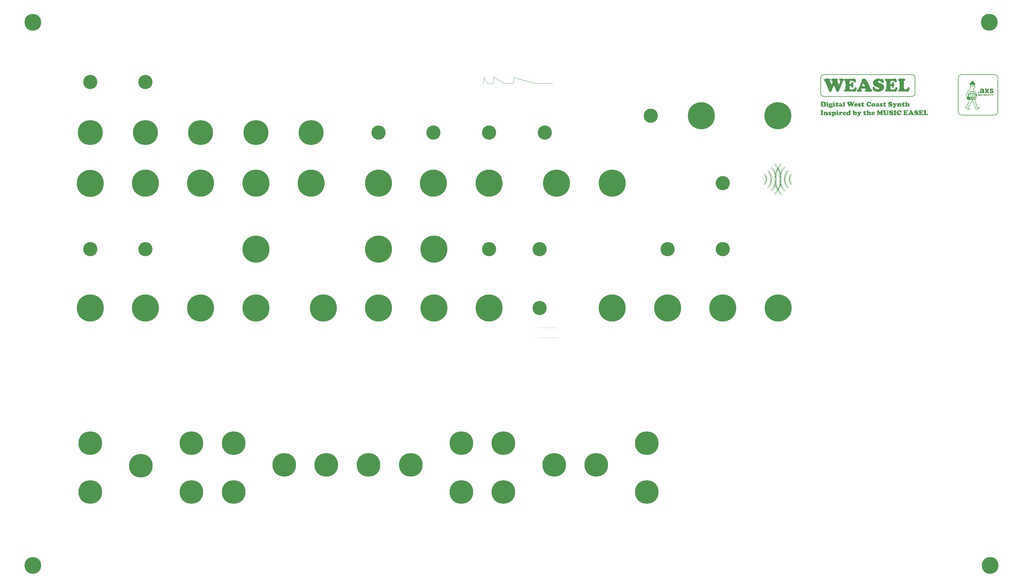
<source format=gbr>
%TF.GenerationSoftware,KiCad,Pcbnew,9.0.1*%
%TF.CreationDate,2025-10-24T09:32:49+01:00*%
%TF.ProjectId,WEASEL_KiCad_frontPanel,57454153-454c-45f4-9b69-4361645f6672,rev?*%
%TF.SameCoordinates,Original*%
%TF.FileFunction,Soldermask,Top*%
%TF.FilePolarity,Negative*%
%FSLAX46Y46*%
G04 Gerber Fmt 4.6, Leading zero omitted, Abs format (unit mm)*
G04 Created by KiCad (PCBNEW 9.0.1) date 2025-10-24 09:32:49*
%MOMM*%
%LPD*%
G01*
G04 APERTURE LIST*
%ADD10C,0.100000*%
%ADD11C,0.200000*%
%ADD12C,0.250000*%
%ADD13C,0.000000*%
%ADD14C,7.000000*%
%ADD15C,8.000000*%
%ADD16C,4.200000*%
%ADD17C,5.000000*%
%ADD18C,7.400000*%
G04 APERTURE END LIST*
D10*
X248786691Y-76762990D02*
G75*
G02*
X248786701Y-85763000I-4499991J-4500010D01*
G01*
X165375000Y-53158707D02*
X165625000Y-51158707D01*
X171375000Y-53158707D02*
X168625000Y-53158707D01*
X251786691Y-84762990D02*
G75*
G02*
X251786701Y-77763000I3500009J3499990D01*
G01*
X252000000Y-85000000D02*
G75*
G02*
X252000000Y-78000000I3500000J3500000D01*
G01*
X248000000Y-78000000D02*
G75*
G02*
X248000000Y-85000000I-3500000J-3500000D01*
G01*
X246786691Y-78762990D02*
G75*
G02*
X246786701Y-83763000I-2499991J-2500010D01*
G01*
D11*
X315042893Y-51500000D02*
X315042893Y-61500000D01*
D10*
X250786691Y-85762990D02*
G75*
G02*
X250786701Y-76763000I4500009J4499990D01*
G01*
X246786691Y-79244910D02*
G75*
G02*
X246786681Y-84244900I-2499991J-2499990D01*
G01*
X253786691Y-83244910D02*
G75*
G02*
X253786681Y-80244900I1500009J1500010D01*
G01*
D11*
X263500000Y-57000000D02*
G75*
G02*
X262500000Y-56000000I0J1000000D01*
G01*
X314042893Y-50500000D02*
G75*
G02*
X315042900Y-51500000I7J-1000000D01*
G01*
D10*
X245786691Y-80244910D02*
G75*
G02*
X245786681Y-83244900I-1499991J-1499990D01*
G01*
X252786691Y-84244910D02*
G75*
G02*
X252786681Y-79244900I2500009J2500010D01*
G01*
X171375000Y-53158707D02*
X171625000Y-51408707D01*
D11*
X289500000Y-57000000D02*
X263500000Y-57000000D01*
D10*
X165625000Y-51158707D02*
X168625000Y-53158707D01*
X254000000Y-83000000D02*
G75*
G02*
X254000000Y-80000000I1500000J1500000D01*
G01*
X162500000Y-53158707D02*
X162750000Y-51158707D01*
X247786691Y-77762990D02*
G75*
G02*
X247786701Y-84763000I-3499991J-3500010D01*
G01*
X165375000Y-53158707D02*
X163750000Y-53158707D01*
X246000000Y-80000000D02*
G75*
G02*
X246000000Y-83000000I-1500000J-1500000D01*
G01*
X162750000Y-51158707D02*
X163750000Y-53158707D01*
D11*
X262500000Y-51500000D02*
G75*
G02*
X263500000Y-50500000I1000000J0D01*
G01*
X303292893Y-51500000D02*
G75*
G02*
X304292893Y-50499993I1000007J0D01*
G01*
X289500000Y-50500000D02*
G75*
G02*
X290500000Y-51500000I0J-1000000D01*
G01*
X304292893Y-62500000D02*
G75*
G02*
X303292900Y-61500000I7J1000000D01*
G01*
D10*
X251000000Y-86000000D02*
G75*
G02*
X251000000Y-77000000I4500000J4500000D01*
G01*
D11*
X178000000Y-128500000D02*
X178040000Y-128500000D01*
X178840000Y-128500000D02*
X178880000Y-128500000D01*
X179680000Y-128500000D02*
X179720000Y-128500000D01*
X180520000Y-128500000D02*
X180560000Y-128500000D01*
X181360000Y-128500000D02*
X181400000Y-128500000D01*
X182200000Y-128500000D02*
X182240000Y-128500000D01*
X183040000Y-128500000D02*
X183080000Y-128500000D01*
X183880000Y-128500000D02*
X183920000Y-128500000D01*
X184720000Y-128500000D02*
X184750000Y-128500000D01*
D10*
X171625000Y-51408707D02*
X178125000Y-53158707D01*
X178125000Y-53158707D02*
X183000000Y-53158707D01*
D11*
X178000000Y-125500000D02*
X178040000Y-125500000D01*
X178840000Y-125500000D02*
X178880000Y-125500000D01*
X179680000Y-125500000D02*
X179720000Y-125500000D01*
X180520000Y-125500000D02*
X180560000Y-125500000D01*
X181360000Y-125500000D02*
X181400000Y-125500000D01*
X182200000Y-125500000D02*
X182240000Y-125500000D01*
X183040000Y-125500000D02*
X183080000Y-125500000D01*
X183880000Y-125500000D02*
X183920000Y-125500000D01*
X184720000Y-125500000D02*
X184750000Y-125500000D01*
X263500000Y-50500000D02*
X289500000Y-50500000D01*
D10*
X247000000Y-79000000D02*
G75*
G02*
X247000000Y-84000000I-2500000J-2500000D01*
G01*
X248786691Y-77244910D02*
G75*
G02*
X248786681Y-86244900I-4499991J-4499990D01*
G01*
D11*
X262500000Y-56000000D02*
X262500000Y-51500000D01*
X304292893Y-50500000D02*
X314042893Y-50500000D01*
D10*
X249000000Y-77000000D02*
G75*
G02*
X249000000Y-86000000I-4500000J-4500000D01*
G01*
X250786691Y-86244910D02*
G75*
G02*
X250786681Y-77244900I4500009J4500010D01*
G01*
D11*
X290500000Y-56000000D02*
G75*
G02*
X289500000Y-57000000I-1000000J0D01*
G01*
D10*
X251786691Y-85244910D02*
G75*
G02*
X251786681Y-78244900I3500009J3500010D01*
G01*
D11*
X315042893Y-61500000D02*
G75*
G02*
X314042893Y-62499993I-999993J0D01*
G01*
D10*
X245786691Y-79762990D02*
G75*
G02*
X245786701Y-82763000I-1499991J-1500010D01*
G01*
X253786691Y-82762990D02*
G75*
G02*
X253786701Y-79763000I1500009J1499990D01*
G01*
D11*
X303292893Y-61500000D02*
X303292893Y-51500000D01*
X290500000Y-51500000D02*
X290500000Y-56000000D01*
D10*
X247786691Y-78244910D02*
G75*
G02*
X247786681Y-85244900I-3499991J-3499990D01*
G01*
X253000000Y-84000000D02*
G75*
G02*
X253000000Y-79000000I2500000J2500000D01*
G01*
X252786691Y-83762990D02*
G75*
G02*
X252786701Y-78763000I2500009J2499990D01*
G01*
D11*
X314042893Y-62500000D02*
X304292893Y-62500000D01*
D12*
G36*
X263471659Y-58566006D02*
G01*
X263593508Y-58584803D01*
X263686488Y-58612583D01*
X263783095Y-58660235D01*
X263865489Y-58720679D01*
X263935277Y-58794438D01*
X263993318Y-58882868D01*
X264032280Y-58967404D01*
X264060892Y-59060982D01*
X264078716Y-59164878D01*
X264084909Y-59280557D01*
X264076507Y-59396470D01*
X264050929Y-59513931D01*
X264010139Y-59625080D01*
X263959338Y-59716439D01*
X263894179Y-59796410D01*
X263818319Y-59863154D01*
X263730767Y-59917550D01*
X263629977Y-59959796D01*
X263503630Y-59990524D01*
X263366652Y-60001012D01*
X263242638Y-59996707D01*
X263136117Y-59993593D01*
X262917948Y-59989289D01*
X262844217Y-59989289D01*
X262699961Y-59996341D01*
X262629985Y-60001012D01*
X262565021Y-59992375D01*
X262516321Y-59968497D01*
X262491614Y-59944129D01*
X262477262Y-59916090D01*
X262472357Y-59883043D01*
X262477600Y-59849058D01*
X262491957Y-59825249D01*
X262515756Y-59807555D01*
X262555522Y-59791910D01*
X262590439Y-59777859D01*
X262609194Y-59759578D01*
X262620309Y-59731442D01*
X262631176Y-59671101D01*
X262646014Y-59371507D01*
X262652700Y-58929030D01*
X262649600Y-58870229D01*
X263136026Y-58870229D01*
X263136026Y-59667529D01*
X263143697Y-59725118D01*
X263162770Y-59757746D01*
X263195621Y-59776571D01*
X263252988Y-59784125D01*
X263328701Y-59775573D01*
X263390708Y-59751377D01*
X263442150Y-59711886D01*
X263484668Y-59655008D01*
X263518157Y-59576515D01*
X263540796Y-59470478D01*
X263549285Y-59329650D01*
X263540153Y-59161977D01*
X263515795Y-59034639D01*
X263479859Y-58939472D01*
X263434920Y-58872669D01*
X263378646Y-58826296D01*
X263309073Y-58797765D01*
X263222213Y-58787614D01*
X263178824Y-58793052D01*
X263155077Y-58806298D01*
X263141492Y-58829379D01*
X263136026Y-58870229D01*
X262649600Y-58870229D01*
X262648567Y-58850635D01*
X262639785Y-58815549D01*
X262620117Y-58791864D01*
X262578786Y-58770486D01*
X262537042Y-58746667D01*
X262514000Y-58715966D01*
X262506154Y-58676331D01*
X262511593Y-58644507D01*
X262527617Y-58618060D01*
X262555888Y-58595547D01*
X262611354Y-58574671D01*
X262693549Y-58566604D01*
X262761235Y-58567612D01*
X262886165Y-58570726D01*
X263216992Y-58561109D01*
X263314445Y-58559002D01*
X263471659Y-58566006D01*
G37*
G36*
X264742991Y-59036009D02*
G01*
X264742991Y-59633457D01*
X264746739Y-59699037D01*
X264755539Y-59736131D01*
X264773515Y-59765875D01*
X264806372Y-59795573D01*
X264849695Y-59835049D01*
X264857891Y-59853145D01*
X264860869Y-59877181D01*
X264851553Y-59918456D01*
X264822806Y-59952897D01*
X264767719Y-59982150D01*
X264673443Y-60003900D01*
X264522898Y-60012736D01*
X264351580Y-60004549D01*
X264236218Y-59983885D01*
X264202646Y-59969105D01*
X264176775Y-59946882D01*
X264159777Y-59918428D01*
X264154152Y-59886340D01*
X264157349Y-59859757D01*
X264165784Y-59841644D01*
X264223945Y-59791360D01*
X264249438Y-59762617D01*
X264268000Y-59715614D01*
X264277311Y-59656179D01*
X264281189Y-59557162D01*
X264276518Y-59430308D01*
X264269923Y-59321956D01*
X264254165Y-59287328D01*
X264214328Y-59259491D01*
X264176400Y-59235883D01*
X264155840Y-59208046D01*
X264149023Y-59174494D01*
X264157630Y-59135488D01*
X264184013Y-59102927D01*
X264233928Y-59075210D01*
X264351554Y-59034770D01*
X264480216Y-59000197D01*
X264604870Y-58975860D01*
X264683732Y-58969330D01*
X264716708Y-58976769D01*
X264735692Y-58997419D01*
X264742991Y-59036009D01*
G37*
G36*
X264537186Y-58588312D02*
G01*
X264621307Y-58597654D01*
X264680526Y-58622475D01*
X264710713Y-58648572D01*
X264727967Y-58678856D01*
X264733832Y-58714890D01*
X264725173Y-58764358D01*
X264699389Y-58806390D01*
X264653415Y-58843118D01*
X264566795Y-58882898D01*
X264466484Y-58907805D01*
X264349699Y-58916574D01*
X264278996Y-58908566D01*
X264229257Y-58887265D01*
X264194911Y-58858035D01*
X264175186Y-58823524D01*
X264168440Y-58781843D01*
X264175424Y-58741616D01*
X264196656Y-58705364D01*
X264235039Y-58671523D01*
X264296302Y-58639969D01*
X264383314Y-58610424D01*
X264463250Y-58593663D01*
X264537186Y-58588312D01*
G37*
G36*
X266031471Y-58911771D02*
G01*
X266054300Y-58934801D01*
X266069300Y-58966655D01*
X266074451Y-59004043D01*
X266068432Y-59046910D01*
X266048072Y-59099573D01*
X266018177Y-59148544D01*
X265984325Y-59184753D01*
X265965980Y-59204060D01*
X265961793Y-59214978D01*
X265963809Y-59238883D01*
X265966923Y-59277809D01*
X265957497Y-59355601D01*
X265930095Y-59423061D01*
X265884124Y-59482698D01*
X265831369Y-59526937D01*
X265768122Y-59565071D01*
X265692882Y-59596912D01*
X265572215Y-59627104D01*
X265436244Y-59637579D01*
X265369291Y-59633457D01*
X265328624Y-59630343D01*
X265299506Y-59636408D01*
X265283296Y-59652741D01*
X265277242Y-59682275D01*
X265285417Y-59711639D01*
X265311497Y-59735306D01*
X265349567Y-59749390D01*
X265405469Y-59754815D01*
X265526003Y-59743458D01*
X265683441Y-59724555D01*
X265774398Y-59719644D01*
X265854942Y-59724957D01*
X265916625Y-59739245D01*
X265963351Y-59760677D01*
X266011578Y-59798297D01*
X266048988Y-59848971D01*
X266072681Y-59907838D01*
X266080587Y-59970970D01*
X266072504Y-60039196D01*
X266047699Y-60107198D01*
X266004109Y-60176501D01*
X265936878Y-60245574D01*
X265849293Y-60303476D01*
X265737395Y-60349883D01*
X265644561Y-60373520D01*
X265538945Y-60388489D01*
X265418842Y-60393755D01*
X265267594Y-60384812D01*
X265145934Y-60360290D01*
X265048631Y-60322863D01*
X264988473Y-60283530D01*
X264942934Y-60234661D01*
X264913068Y-60177950D01*
X264903550Y-60120996D01*
X264909149Y-60081284D01*
X264911017Y-60077216D01*
X265204519Y-60077216D01*
X265211268Y-60113626D01*
X265231738Y-60145581D01*
X265268999Y-60174577D01*
X265313610Y-60194477D01*
X265368898Y-60207366D01*
X265437251Y-60212038D01*
X265530885Y-60204499D01*
X265592681Y-60185385D01*
X265625212Y-60163970D01*
X265642724Y-60139788D01*
X265648460Y-60111654D01*
X265643426Y-60088997D01*
X265627852Y-60069522D01*
X265605154Y-60056685D01*
X265576561Y-60052212D01*
X265529942Y-60056333D01*
X265401348Y-60065492D01*
X265300689Y-60060363D01*
X265241888Y-60052120D01*
X265227233Y-60050197D01*
X265210525Y-60056572D01*
X265204519Y-60077216D01*
X264911017Y-60077216D01*
X264925990Y-60044610D01*
X264951913Y-60014336D01*
X264983235Y-59994692D01*
X265006735Y-59981177D01*
X265012177Y-59970512D01*
X265007804Y-59960088D01*
X264987539Y-59939463D01*
X264938866Y-59888503D01*
X264912768Y-59840320D01*
X264904558Y-59793009D01*
X264913849Y-59743331D01*
X264944492Y-59688595D01*
X264989345Y-59640985D01*
X265043501Y-59605614D01*
X265062100Y-59592835D01*
X265066491Y-59583357D01*
X265061153Y-59569927D01*
X265036632Y-59543240D01*
X264988813Y-59491268D01*
X264956078Y-59436963D01*
X264936728Y-59379461D01*
X264930203Y-59317468D01*
X264938672Y-59257110D01*
X265339799Y-59257110D01*
X265348979Y-59357531D01*
X265372955Y-59427469D01*
X265399149Y-59464615D01*
X265427650Y-59484557D01*
X265459783Y-59491033D01*
X265507480Y-59481069D01*
X265543680Y-59451741D01*
X265566384Y-59407481D01*
X265574730Y-59345678D01*
X265565529Y-59246920D01*
X265542032Y-59181822D01*
X265516416Y-59148434D01*
X265486411Y-59129096D01*
X265450532Y-59121738D01*
X265405328Y-59131063D01*
X265370207Y-59158649D01*
X265347905Y-59200121D01*
X265339799Y-59257110D01*
X264938672Y-59257110D01*
X264939491Y-59251275D01*
X264967939Y-59187134D01*
X265012486Y-59130274D01*
X265072994Y-59081346D01*
X265158122Y-59034888D01*
X265247120Y-59001893D01*
X265340856Y-58981954D01*
X265440366Y-58975192D01*
X265522440Y-58980038D01*
X265619151Y-58995800D01*
X265746738Y-59014210D01*
X265817608Y-59005000D01*
X265890447Y-58976246D01*
X265967197Y-58924634D01*
X265992006Y-58908774D01*
X266006948Y-58904850D01*
X266031471Y-58911771D01*
G37*
G36*
X266703773Y-59036009D02*
G01*
X266703773Y-59633457D01*
X266707521Y-59699037D01*
X266716321Y-59736131D01*
X266734296Y-59765875D01*
X266767154Y-59795573D01*
X266810476Y-59835049D01*
X266818673Y-59853145D01*
X266821650Y-59877181D01*
X266812334Y-59918456D01*
X266783588Y-59952897D01*
X266728500Y-59982150D01*
X266634225Y-60003900D01*
X266483679Y-60012736D01*
X266312361Y-60004549D01*
X266196999Y-59983885D01*
X266163427Y-59969105D01*
X266137557Y-59946882D01*
X266120558Y-59918428D01*
X266114934Y-59886340D01*
X266118130Y-59859757D01*
X266126566Y-59841644D01*
X266184726Y-59791360D01*
X266210219Y-59762617D01*
X266228781Y-59715614D01*
X266238092Y-59656179D01*
X266241971Y-59557162D01*
X266237299Y-59430308D01*
X266230705Y-59321956D01*
X266214946Y-59287328D01*
X266175109Y-59259491D01*
X266137182Y-59235883D01*
X266116622Y-59208046D01*
X266109805Y-59174494D01*
X266118412Y-59135488D01*
X266144794Y-59102927D01*
X266194710Y-59075210D01*
X266312335Y-59034770D01*
X266440998Y-59000197D01*
X266565652Y-58975860D01*
X266644513Y-58969330D01*
X266677489Y-58976769D01*
X266696473Y-58997419D01*
X266703773Y-59036009D01*
G37*
G36*
X266497968Y-58588312D02*
G01*
X266582089Y-58597654D01*
X266641308Y-58622475D01*
X266671495Y-58648572D01*
X266688749Y-58678856D01*
X266694614Y-58714890D01*
X266685955Y-58764358D01*
X266660170Y-58806390D01*
X266614197Y-58843118D01*
X266527577Y-58882898D01*
X266427266Y-58907805D01*
X266310481Y-58916574D01*
X266239778Y-58908566D01*
X266190038Y-58887265D01*
X266155693Y-58858035D01*
X266135967Y-58823524D01*
X266129222Y-58781843D01*
X266136206Y-58741616D01*
X266157437Y-58705364D01*
X266195820Y-58671523D01*
X266257083Y-58639969D01*
X266344096Y-58610424D01*
X266424032Y-58593663D01*
X266497968Y-58588312D01*
G37*
G36*
X267490174Y-59232380D02*
G01*
X267490174Y-59577770D01*
X267497982Y-59633874D01*
X267519666Y-59675955D01*
X267553439Y-59704452D01*
X267594771Y-59713783D01*
X267635961Y-59706021D01*
X267698910Y-59676597D01*
X267731058Y-59666888D01*
X267754807Y-59673935D01*
X267778411Y-59698120D01*
X267794331Y-59730778D01*
X267799568Y-59765623D01*
X267792528Y-59806715D01*
X267770241Y-59848251D01*
X267728860Y-59891836D01*
X267652331Y-59947017D01*
X267568766Y-59986320D01*
X267476766Y-60010327D01*
X267374494Y-60018598D01*
X267292685Y-60012186D01*
X267222431Y-59993954D01*
X267161732Y-59964754D01*
X267109063Y-59924534D01*
X267065648Y-59874381D01*
X267034652Y-59817351D01*
X267015537Y-59752090D01*
X267008863Y-59676688D01*
X267008863Y-59200689D01*
X267004100Y-59173487D01*
X266976897Y-59168633D01*
X266871384Y-59168633D01*
X266843632Y-59165356D01*
X266831268Y-59158008D01*
X266825160Y-59143705D01*
X266822292Y-59110197D01*
X266822292Y-59064860D01*
X266829304Y-59036298D01*
X266847204Y-59017232D01*
X267316700Y-58721027D01*
X267361213Y-58711410D01*
X267444195Y-58711410D01*
X267468202Y-58715103D01*
X267480740Y-58724233D01*
X267487271Y-58740150D01*
X267490174Y-58772776D01*
X267490174Y-58911262D01*
X267492958Y-58937681D01*
X267499058Y-58949180D01*
X267510999Y-58954948D01*
X267538442Y-58957607D01*
X267728036Y-58957607D01*
X267762976Y-58962114D01*
X267779327Y-58972536D01*
X267787632Y-58991839D01*
X267791417Y-59034085D01*
X267791417Y-59095268D01*
X267786896Y-59141550D01*
X267776304Y-59166068D01*
X267756840Y-59180543D01*
X267721899Y-59186218D01*
X267536427Y-59186218D01*
X267511680Y-59189038D01*
X267499516Y-59195560D01*
X267492998Y-59207648D01*
X267490174Y-59232380D01*
G37*
G36*
X268557617Y-58968328D02*
G01*
X268657901Y-58999010D01*
X268745154Y-59048831D01*
X268802501Y-59102660D01*
X268837753Y-59160847D01*
X268856678Y-59230071D01*
X268864131Y-59333496D01*
X268862116Y-59487003D01*
X268869381Y-59632107D01*
X268884373Y-59692808D01*
X268904889Y-59720560D01*
X268946746Y-59731368D01*
X268972835Y-59745263D01*
X268982009Y-59777622D01*
X268972756Y-59827076D01*
X268942075Y-59882310D01*
X268896926Y-59931572D01*
X268839127Y-59972894D01*
X268759218Y-60007337D01*
X268676828Y-60018598D01*
X268607632Y-60009854D01*
X268551145Y-59984965D01*
X268504362Y-59943768D01*
X268482956Y-59923502D01*
X268466718Y-59918214D01*
X268446448Y-59923263D01*
X268414144Y-59943218D01*
X268342219Y-59985080D01*
X268264683Y-60010092D01*
X268179763Y-60018598D01*
X268091338Y-60011458D01*
X268019466Y-59991619D01*
X267960952Y-59960529D01*
X267911900Y-59916544D01*
X267873849Y-59860420D01*
X267849745Y-59797020D01*
X267841792Y-59731276D01*
X267848772Y-59680627D01*
X268263660Y-59680627D01*
X268269765Y-59726536D01*
X268286466Y-59760036D01*
X268313031Y-59782511D01*
X268346825Y-59789986D01*
X268378743Y-59782782D01*
X268402320Y-59761362D01*
X268419019Y-59720893D01*
X268425868Y-59651226D01*
X268422335Y-59599250D01*
X268414694Y-59575388D01*
X268399543Y-59561423D01*
X268372470Y-59555513D01*
X268332011Y-59564466D01*
X268296083Y-59592424D01*
X268271862Y-59632625D01*
X268263660Y-59680627D01*
X267848772Y-59680627D01*
X267851224Y-59662830D01*
X267879519Y-59599825D01*
X267928803Y-59540217D01*
X267999537Y-59486200D01*
X268087705Y-59445474D01*
X268197086Y-59418938D01*
X268332445Y-59408967D01*
X268385171Y-59405255D01*
X268405260Y-59397793D01*
X268415234Y-59381860D01*
X268419731Y-59344579D01*
X268413106Y-59243313D01*
X268397658Y-59187409D01*
X268379423Y-59160146D01*
X268356181Y-59144668D01*
X268326309Y-59139323D01*
X268298172Y-59143856D01*
X268273094Y-59157458D01*
X268249238Y-59180234D01*
X268214018Y-59224503D01*
X268162235Y-59287471D01*
X268113564Y-59327364D01*
X268067016Y-59349237D01*
X268021035Y-59356211D01*
X267973588Y-59348269D01*
X267936955Y-59325528D01*
X267912722Y-59290556D01*
X267904348Y-59245019D01*
X267913728Y-59196190D01*
X267944282Y-59144452D01*
X267989968Y-59098589D01*
X268052451Y-59056891D01*
X268179477Y-59001348D01*
X268308511Y-58968541D01*
X268441164Y-58957607D01*
X268557617Y-58968328D01*
G37*
G36*
X269639816Y-59177700D02*
G01*
X269639816Y-59506237D01*
X269642159Y-59702684D01*
X269646227Y-59758937D01*
X269660882Y-59788877D01*
X269695412Y-59812701D01*
X269730056Y-59830415D01*
X269747252Y-59844300D01*
X269757066Y-59861603D01*
X269760716Y-59886981D01*
X269754653Y-59919945D01*
X269735987Y-59950271D01*
X269707739Y-59974083D01*
X269670499Y-59990113D01*
X269583643Y-60005844D01*
X269420639Y-60012736D01*
X269237133Y-60003603D01*
X269141927Y-59982969D01*
X269107487Y-59965454D01*
X269080195Y-59940654D01*
X269061803Y-59910489D01*
X269056015Y-59880112D01*
X269059611Y-59856665D01*
X269069387Y-59840545D01*
X269087191Y-59827316D01*
X269126448Y-59808030D01*
X269146799Y-59792730D01*
X269162992Y-59763950D01*
X269173892Y-59715340D01*
X269185555Y-59568621D01*
X269190287Y-59337893D01*
X269185607Y-59110885D01*
X269176090Y-59018423D01*
X269161527Y-58974486D01*
X269138204Y-58940171D01*
X269105657Y-58913735D01*
X269066633Y-58887570D01*
X269045756Y-58866290D01*
X269033692Y-58841717D01*
X269029453Y-58811061D01*
X269034643Y-58778466D01*
X269050363Y-58748622D01*
X269078363Y-58720386D01*
X269135795Y-58686163D01*
X269233426Y-58649586D01*
X269309815Y-58629449D01*
X269417158Y-58608095D01*
X269522657Y-58592333D01*
X269581564Y-58588312D01*
X269618156Y-58594717D01*
X269643037Y-58612393D01*
X269659174Y-58642753D01*
X269665462Y-58691535D01*
X269655203Y-58842294D01*
X269639816Y-59177700D01*
G37*
G36*
X271253101Y-58948448D02*
G01*
X271223517Y-58876182D01*
X271191361Y-58824066D01*
X271156106Y-58795857D01*
X271111918Y-58764496D01*
X271088389Y-58731111D01*
X271080818Y-58694191D01*
X271090751Y-58654779D01*
X271122431Y-58620781D01*
X271185531Y-58590939D01*
X271296612Y-58568295D01*
X271477224Y-58559002D01*
X271662556Y-58568278D01*
X271777368Y-58590876D01*
X271809839Y-58606119D01*
X271834521Y-58627696D01*
X271850911Y-58654632D01*
X271856228Y-58683749D01*
X271853385Y-58708283D01*
X271846062Y-58724141D01*
X271791657Y-58777081D01*
X271772569Y-58799210D01*
X271767019Y-58819854D01*
X271774420Y-58859805D01*
X271805670Y-58938556D01*
X271864105Y-59065409D01*
X271920342Y-59172571D01*
X271938447Y-59189737D01*
X271956795Y-59194828D01*
X271976426Y-59188952D01*
X271995080Y-59168999D01*
X272038037Y-59065226D01*
X272087221Y-58920512D01*
X272103404Y-58861292D01*
X272107554Y-58826723D01*
X272097534Y-58794004D01*
X272066613Y-58774425D01*
X272015060Y-58749050D01*
X271987566Y-58716481D01*
X271978411Y-58674865D01*
X271985724Y-58637641D01*
X272007241Y-58608538D01*
X272046188Y-58585655D01*
X272124802Y-58567022D01*
X272267197Y-58559002D01*
X272361371Y-58565445D01*
X272423085Y-58581625D01*
X272468594Y-58608283D01*
X272493426Y-58641216D01*
X272501762Y-58682376D01*
X272498078Y-58711171D01*
X272487565Y-58734766D01*
X272431054Y-58792743D01*
X272406479Y-58817264D01*
X272389105Y-58842385D01*
X272343768Y-58952294D01*
X272164432Y-59433880D01*
X272002408Y-59834683D01*
X271944888Y-59949813D01*
X271919559Y-59983256D01*
X271893597Y-60003210D01*
X271862485Y-60014363D01*
X271818401Y-60018598D01*
X271760303Y-60011104D01*
X271717926Y-59990662D01*
X271684444Y-59956072D01*
X271653812Y-59898980D01*
X271450846Y-59413364D01*
X271427033Y-59364179D01*
X271406516Y-59354654D01*
X271388791Y-59360227D01*
X271371712Y-59379475D01*
X271313918Y-59511549D01*
X271174608Y-59861153D01*
X271132348Y-59946786D01*
X271099320Y-59987640D01*
X271057176Y-60009955D01*
X270990509Y-60018598D01*
X270929835Y-60010107D01*
X270886737Y-59986999D01*
X270852969Y-59947452D01*
X270817677Y-59876265D01*
X270440597Y-58903934D01*
X270408815Y-58834417D01*
X270354867Y-58799612D01*
X270325019Y-58777201D01*
X270307322Y-58747106D01*
X270301012Y-58706739D01*
X270311087Y-58661535D01*
X270342064Y-58623954D01*
X270401166Y-58592156D01*
X270501976Y-58568572D01*
X270662613Y-58559002D01*
X270833760Y-58566552D01*
X270928869Y-58584098D01*
X270975201Y-58607872D01*
X271000932Y-58640886D01*
X271009835Y-58685764D01*
X271005530Y-58720203D01*
X270975397Y-58767372D01*
X270966853Y-58787424D01*
X270963673Y-58815274D01*
X270976073Y-58881189D01*
X271032000Y-59032620D01*
X271074041Y-59132088D01*
X271108754Y-59205452D01*
X271118616Y-59214436D01*
X271131834Y-59217451D01*
X271152234Y-59209567D01*
X271177822Y-59178479D01*
X271211152Y-59105435D01*
X271253101Y-58987557D01*
X271258047Y-58969056D01*
X271253101Y-58948448D01*
G37*
G36*
X273125198Y-58964954D02*
G01*
X273211820Y-58986222D01*
X273290129Y-59020863D01*
X273361436Y-59069165D01*
X273423914Y-59130243D01*
X273472811Y-59201422D01*
X273509773Y-59289368D01*
X273521354Y-59371324D01*
X273513777Y-59434710D01*
X273492961Y-59482515D01*
X273459666Y-59515671D01*
X273419047Y-59526204D01*
X272937369Y-59526204D01*
X272915430Y-59532817D01*
X272908518Y-59551575D01*
X272915648Y-59593016D01*
X272938153Y-59634553D01*
X272979867Y-59677787D01*
X273029893Y-59711489D01*
X273080562Y-59730846D01*
X273133099Y-59737230D01*
X273182805Y-59732938D01*
X273241360Y-59718912D01*
X273297472Y-59697598D01*
X273339454Y-59673849D01*
X273374189Y-59654338D01*
X273396515Y-59649302D01*
X273422633Y-59656781D01*
X273450920Y-59682916D01*
X273471002Y-59717850D01*
X273477299Y-59752251D01*
X273468341Y-59798162D01*
X273439357Y-59845554D01*
X273383876Y-59896598D01*
X273299118Y-59949852D01*
X273208720Y-59987730D01*
X273111518Y-60010738D01*
X273006063Y-60018598D01*
X272899367Y-60010217D01*
X272804655Y-59986042D01*
X272719876Y-59946762D01*
X272643453Y-59892019D01*
X272578859Y-59823748D01*
X272525942Y-59741626D01*
X272492022Y-59661737D01*
X272471872Y-59579789D01*
X272465126Y-59494788D01*
X272471778Y-59409306D01*
X272491394Y-59329317D01*
X272515279Y-59273871D01*
X272900366Y-59273871D01*
X272904325Y-59300413D01*
X272914288Y-59315270D01*
X272931448Y-59323436D01*
X272964022Y-59326902D01*
X273067520Y-59326902D01*
X273103514Y-59319859D01*
X273123042Y-59301317D01*
X273130168Y-59268650D01*
X273122081Y-59217951D01*
X273099211Y-59179532D01*
X273063917Y-59153944D01*
X273018336Y-59145185D01*
X272983358Y-59150245D01*
X272954633Y-59164834D01*
X272930591Y-59189607D01*
X272907563Y-59232526D01*
X272900366Y-59273871D01*
X272515279Y-59273871D01*
X272523970Y-59253696D01*
X272570181Y-59181547D01*
X272636242Y-59108102D01*
X272712780Y-59048602D01*
X272800990Y-59002212D01*
X272872223Y-58977632D01*
X272947826Y-58962693D01*
X273028594Y-58957607D01*
X273125198Y-58964954D01*
G37*
G36*
X273941574Y-58957607D02*
G01*
X274000799Y-58962163D01*
X274109185Y-58980230D01*
X274147562Y-58984260D01*
X274214149Y-58966033D01*
X274255090Y-58957607D01*
X274284961Y-58963361D01*
X274316985Y-58982222D01*
X274352726Y-59018606D01*
X274388284Y-59068964D01*
X274416657Y-59124028D01*
X274435894Y-59180158D01*
X274441478Y-59223679D01*
X274434021Y-59262152D01*
X274411894Y-59293288D01*
X274379133Y-59313944D01*
X274338163Y-59321040D01*
X274303104Y-59316503D01*
X274272767Y-59303271D01*
X274181451Y-59225694D01*
X274135374Y-59186840D01*
X274100945Y-59168026D01*
X274074839Y-59162771D01*
X274049319Y-59167800D01*
X274027211Y-59183104D01*
X274012063Y-59205401D01*
X274007061Y-59231281D01*
X274014997Y-59259180D01*
X274042789Y-59289455D01*
X274101675Y-59323971D01*
X274214894Y-59381966D01*
X274302234Y-59439570D01*
X274367930Y-59496620D01*
X274411668Y-59553680D01*
X274437680Y-59617815D01*
X274446607Y-59691343D01*
X274438793Y-59760799D01*
X274415826Y-59823339D01*
X274377130Y-59880742D01*
X274320486Y-59934059D01*
X274244375Y-59980339D01*
X274156947Y-60008703D01*
X274055330Y-60018598D01*
X273909334Y-60002752D01*
X273798142Y-59989289D01*
X273767825Y-59992311D01*
X273724411Y-59996433D01*
X273679005Y-59989770D01*
X273646650Y-59971520D01*
X273608027Y-59926602D01*
X273567974Y-59853551D01*
X273539933Y-59774940D01*
X273531887Y-59715248D01*
X273537661Y-59670162D01*
X273552458Y-59642150D01*
X273575224Y-59625879D01*
X273608640Y-59619993D01*
X273636889Y-59624660D01*
X273662862Y-59638861D01*
X273764437Y-59737596D01*
X273805319Y-59776772D01*
X273833221Y-59797314D01*
X273861439Y-59809425D01*
X273891382Y-59813434D01*
X273921559Y-59808852D01*
X273943680Y-59796123D01*
X273958258Y-59776237D01*
X273963281Y-59750053D01*
X273956506Y-59724332D01*
X273933463Y-59697552D01*
X273885978Y-59668262D01*
X273778114Y-59608479D01*
X273700335Y-59552360D01*
X273646650Y-59499643D01*
X273605500Y-59438270D01*
X273581111Y-59371716D01*
X273572828Y-59298142D01*
X273581455Y-59218546D01*
X273606566Y-59148276D01*
X273648391Y-59085193D01*
X273706388Y-59029813D01*
X273773267Y-58990422D01*
X273850793Y-58966122D01*
X273941574Y-58957607D01*
G37*
G36*
X275147187Y-59232380D02*
G01*
X275147187Y-59577770D01*
X275154996Y-59633874D01*
X275176679Y-59675955D01*
X275210452Y-59704452D01*
X275251784Y-59713783D01*
X275292974Y-59706021D01*
X275355923Y-59676597D01*
X275388071Y-59666888D01*
X275411820Y-59673935D01*
X275435424Y-59698120D01*
X275451344Y-59730778D01*
X275456582Y-59765623D01*
X275449541Y-59806715D01*
X275427254Y-59848251D01*
X275385873Y-59891836D01*
X275309344Y-59947017D01*
X275225779Y-59986320D01*
X275133779Y-60010327D01*
X275031507Y-60018598D01*
X274949698Y-60012186D01*
X274879444Y-59993954D01*
X274818746Y-59964754D01*
X274766076Y-59924534D01*
X274722661Y-59874381D01*
X274691665Y-59817351D01*
X274672550Y-59752090D01*
X274665876Y-59676688D01*
X274665876Y-59200689D01*
X274661113Y-59173487D01*
X274633911Y-59168633D01*
X274528398Y-59168633D01*
X274500646Y-59165356D01*
X274488281Y-59158008D01*
X274482173Y-59143705D01*
X274479305Y-59110197D01*
X274479305Y-59064860D01*
X274486317Y-59036298D01*
X274504218Y-59017232D01*
X274973713Y-58721027D01*
X275018227Y-58711410D01*
X275101208Y-58711410D01*
X275125215Y-58715103D01*
X275137753Y-58724233D01*
X275144285Y-58740150D01*
X275147187Y-58772776D01*
X275147187Y-58911262D01*
X275149972Y-58937681D01*
X275156071Y-58949180D01*
X275168012Y-58954948D01*
X275195455Y-58957607D01*
X275385049Y-58957607D01*
X275419989Y-58962114D01*
X275436340Y-58972536D01*
X275444646Y-58991839D01*
X275448430Y-59034085D01*
X275448430Y-59095268D01*
X275443909Y-59141550D01*
X275433317Y-59166068D01*
X275413853Y-59180543D01*
X275378912Y-59186218D01*
X275193440Y-59186218D01*
X275168693Y-59189038D01*
X275156529Y-59195560D01*
X275150011Y-59207648D01*
X275147187Y-59232380D01*
G37*
G36*
X276817533Y-58559002D02*
G01*
X276916305Y-58566258D01*
X277012733Y-58588006D01*
X277107785Y-58624673D01*
X277168612Y-58649388D01*
X277197728Y-58655081D01*
X277256529Y-58646014D01*
X277286846Y-58642808D01*
X277321021Y-58648141D01*
X277352476Y-58664293D01*
X277382375Y-58693000D01*
X277425041Y-58755098D01*
X277455796Y-58824245D01*
X277474788Y-58901732D01*
X277481385Y-58989206D01*
X277470954Y-59068185D01*
X277442070Y-59127716D01*
X277395015Y-59172663D01*
X277345582Y-59195949D01*
X277289960Y-59203804D01*
X277240165Y-59197674D01*
X277203223Y-59180906D01*
X277172452Y-59151743D01*
X277138743Y-59100031D01*
X277067302Y-58984534D01*
X277037224Y-58951483D01*
X277000257Y-58921062D01*
X276932056Y-58882079D01*
X276863736Y-58859528D01*
X276793994Y-58852094D01*
X276728182Y-58860837D01*
X276673983Y-58885899D01*
X276628581Y-58927840D01*
X276595751Y-58981496D01*
X276574908Y-59048171D01*
X276567398Y-59131263D01*
X276577395Y-59246262D01*
X276606882Y-59353245D01*
X276656058Y-59454030D01*
X276709784Y-59525999D01*
X276769988Y-59579886D01*
X276837339Y-59617968D01*
X276913296Y-59641234D01*
X276999983Y-59649302D01*
X277081765Y-59642556D01*
X277163381Y-59622100D01*
X277237847Y-59589447D01*
X277288952Y-59551758D01*
X277328507Y-59522008D01*
X277354532Y-59514480D01*
X277388545Y-59522645D01*
X277418187Y-59548369D01*
X277437801Y-59585147D01*
X277444566Y-59629794D01*
X277436260Y-59689995D01*
X277408387Y-59762784D01*
X277367436Y-59829949D01*
X277321559Y-59878189D01*
X277293077Y-59892925D01*
X277231067Y-59909146D01*
X277190006Y-59920594D01*
X277128302Y-59946424D01*
X277024867Y-59986695D01*
X276919593Y-60010609D01*
X276811397Y-60018598D01*
X276698453Y-60010251D01*
X276584700Y-59984899D01*
X276469029Y-59941570D01*
X276374492Y-59890562D01*
X276291311Y-59828215D01*
X276218430Y-59754048D01*
X276155238Y-59667071D01*
X276104883Y-59574299D01*
X276069779Y-59481214D01*
X276048968Y-59387023D01*
X276042032Y-59290815D01*
X276050912Y-59179154D01*
X276077238Y-59073438D01*
X276121226Y-58972247D01*
X276183998Y-58874442D01*
X276249981Y-58798001D01*
X276325107Y-58731167D01*
X276410071Y-58673470D01*
X276505849Y-58624765D01*
X276608296Y-58588058D01*
X276711887Y-58566267D01*
X276817533Y-58559002D01*
G37*
G36*
X278273137Y-58964033D02*
G01*
X278358536Y-58982759D01*
X278437289Y-59013381D01*
X278510411Y-59056067D01*
X278573717Y-59107508D01*
X278628178Y-59168334D01*
X278674267Y-59239432D01*
X278710050Y-59320061D01*
X278731165Y-59401900D01*
X278738198Y-59485996D01*
X278730189Y-59572334D01*
X278706542Y-59652451D01*
X278666952Y-59727874D01*
X278609976Y-59799710D01*
X278533125Y-59868571D01*
X278431615Y-59934339D01*
X278324159Y-59980876D01*
X278209396Y-60009016D01*
X278085612Y-60018598D01*
X277963795Y-60009047D01*
X277858543Y-59981817D01*
X277767006Y-59938091D01*
X277687007Y-59877731D01*
X277622362Y-59804530D01*
X277576475Y-59722058D01*
X277548328Y-59628460D01*
X277538538Y-59521075D01*
X277546084Y-59425012D01*
X277567991Y-59338443D01*
X277572326Y-59328917D01*
X278001439Y-59328917D01*
X278006378Y-59395408D01*
X278024429Y-59496345D01*
X278050355Y-59598925D01*
X278079109Y-59684290D01*
X278105854Y-59732119D01*
X278138813Y-59757934D01*
X278179859Y-59766539D01*
X278218047Y-59759656D01*
X278244250Y-59740511D01*
X278261420Y-59707270D01*
X278268153Y-59653424D01*
X278262799Y-59564936D01*
X278245163Y-59457877D01*
X278218331Y-59354058D01*
X278189567Y-59279916D01*
X278163022Y-59239944D01*
X278132881Y-59217760D01*
X278097793Y-59209665D01*
X278058306Y-59217862D01*
X278027818Y-59242089D01*
X278008491Y-59278533D01*
X278001439Y-59328917D01*
X277572326Y-59328917D01*
X277603817Y-59259712D01*
X277654013Y-59187538D01*
X277719888Y-59121097D01*
X277818937Y-59049997D01*
X277927298Y-58999297D01*
X278046806Y-58968295D01*
X278179859Y-58957607D01*
X278273137Y-58964033D01*
G37*
G36*
X279510443Y-58968328D02*
G01*
X279610727Y-58999010D01*
X279697981Y-59048831D01*
X279755328Y-59102660D01*
X279790579Y-59160847D01*
X279809505Y-59230071D01*
X279816957Y-59333496D01*
X279814942Y-59487003D01*
X279822207Y-59632107D01*
X279837199Y-59692808D01*
X279857716Y-59720560D01*
X279899573Y-59731368D01*
X279925661Y-59745263D01*
X279934835Y-59777622D01*
X279925582Y-59827076D01*
X279894901Y-59882310D01*
X279849752Y-59931572D01*
X279791953Y-59972894D01*
X279712044Y-60007337D01*
X279629654Y-60018598D01*
X279560458Y-60009854D01*
X279503971Y-59984965D01*
X279457188Y-59943768D01*
X279435783Y-59923502D01*
X279419544Y-59918214D01*
X279399274Y-59923263D01*
X279366971Y-59943218D01*
X279295045Y-59985080D01*
X279217509Y-60010092D01*
X279132589Y-60018598D01*
X279044164Y-60011458D01*
X278972293Y-59991619D01*
X278913778Y-59960529D01*
X278864726Y-59916544D01*
X278826675Y-59860420D01*
X278802571Y-59797020D01*
X278794618Y-59731276D01*
X278801598Y-59680627D01*
X279216486Y-59680627D01*
X279222591Y-59726536D01*
X279239293Y-59760036D01*
X279265857Y-59782511D01*
X279299651Y-59789986D01*
X279331569Y-59782782D01*
X279355146Y-59761362D01*
X279371845Y-59720893D01*
X279378694Y-59651226D01*
X279375161Y-59599250D01*
X279367520Y-59575388D01*
X279352369Y-59561423D01*
X279325297Y-59555513D01*
X279284838Y-59564466D01*
X279248910Y-59592424D01*
X279224688Y-59632625D01*
X279216486Y-59680627D01*
X278801598Y-59680627D01*
X278804050Y-59662830D01*
X278832345Y-59599825D01*
X278881630Y-59540217D01*
X278952363Y-59486200D01*
X279040532Y-59445474D01*
X279149913Y-59418938D01*
X279285271Y-59408967D01*
X279337998Y-59405255D01*
X279358086Y-59397793D01*
X279368060Y-59381860D01*
X279372558Y-59344579D01*
X279365932Y-59243313D01*
X279350484Y-59187409D01*
X279332249Y-59160146D01*
X279309007Y-59144668D01*
X279279135Y-59139323D01*
X279250998Y-59143856D01*
X279225920Y-59157458D01*
X279202064Y-59180234D01*
X279166844Y-59224503D01*
X279115061Y-59287471D01*
X279066390Y-59327364D01*
X279019842Y-59349237D01*
X278973862Y-59356211D01*
X278926414Y-59348269D01*
X278889781Y-59325528D01*
X278865548Y-59290556D01*
X278857175Y-59245019D01*
X278866554Y-59196190D01*
X278897108Y-59144452D01*
X278942794Y-59098589D01*
X279005277Y-59056891D01*
X279132303Y-59001348D01*
X279261338Y-58968541D01*
X279393990Y-58957607D01*
X279510443Y-58968328D01*
G37*
G36*
X280408636Y-58957607D02*
G01*
X280467861Y-58962163D01*
X280576247Y-58980230D01*
X280614624Y-58984260D01*
X280681211Y-58966033D01*
X280722152Y-58957607D01*
X280752023Y-58963361D01*
X280784047Y-58982222D01*
X280819788Y-59018606D01*
X280855346Y-59068964D01*
X280883719Y-59124028D01*
X280902956Y-59180158D01*
X280908540Y-59223679D01*
X280901083Y-59262152D01*
X280878956Y-59293288D01*
X280846195Y-59313944D01*
X280805225Y-59321040D01*
X280770166Y-59316503D01*
X280739829Y-59303271D01*
X280648513Y-59225694D01*
X280602436Y-59186840D01*
X280568007Y-59168026D01*
X280541901Y-59162771D01*
X280516381Y-59167800D01*
X280494273Y-59183104D01*
X280479125Y-59205401D01*
X280474123Y-59231281D01*
X280482059Y-59259180D01*
X280509851Y-59289455D01*
X280568737Y-59323971D01*
X280681957Y-59381966D01*
X280769296Y-59439570D01*
X280834992Y-59496620D01*
X280878730Y-59553680D01*
X280904742Y-59617815D01*
X280913669Y-59691343D01*
X280905855Y-59760799D01*
X280882888Y-59823339D01*
X280844192Y-59880742D01*
X280787548Y-59934059D01*
X280711437Y-59980339D01*
X280624009Y-60008703D01*
X280522392Y-60018598D01*
X280376396Y-60002752D01*
X280265204Y-59989289D01*
X280234888Y-59992311D01*
X280191473Y-59996433D01*
X280146067Y-59989770D01*
X280113713Y-59971520D01*
X280075089Y-59926602D01*
X280035036Y-59853551D01*
X280006995Y-59774940D01*
X279998949Y-59715248D01*
X280004723Y-59670162D01*
X280019520Y-59642150D01*
X280042286Y-59625879D01*
X280075702Y-59619993D01*
X280103951Y-59624660D01*
X280129924Y-59638861D01*
X280231499Y-59737596D01*
X280272381Y-59776772D01*
X280300284Y-59797314D01*
X280328501Y-59809425D01*
X280358444Y-59813434D01*
X280388621Y-59808852D01*
X280410742Y-59796123D01*
X280425320Y-59776237D01*
X280430343Y-59750053D01*
X280423568Y-59724332D01*
X280400525Y-59697552D01*
X280353040Y-59668262D01*
X280245176Y-59608479D01*
X280167398Y-59552360D01*
X280113713Y-59499643D01*
X280072562Y-59438270D01*
X280048173Y-59371716D01*
X280039890Y-59298142D01*
X280048517Y-59218546D01*
X280073628Y-59148276D01*
X280115453Y-59085193D01*
X280173450Y-59029813D01*
X280240329Y-58990422D01*
X280317855Y-58966122D01*
X280408636Y-58957607D01*
G37*
G36*
X281614249Y-59232380D02*
G01*
X281614249Y-59577770D01*
X281622058Y-59633874D01*
X281643741Y-59675955D01*
X281677515Y-59704452D01*
X281718846Y-59713783D01*
X281760036Y-59706021D01*
X281822985Y-59676597D01*
X281855134Y-59666888D01*
X281878882Y-59673935D01*
X281902486Y-59698120D01*
X281918406Y-59730778D01*
X281923644Y-59765623D01*
X281916603Y-59806715D01*
X281894316Y-59848251D01*
X281852935Y-59891836D01*
X281776406Y-59947017D01*
X281692842Y-59986320D01*
X281600841Y-60010327D01*
X281498569Y-60018598D01*
X281416760Y-60012186D01*
X281346506Y-59993954D01*
X281285808Y-59964754D01*
X281233139Y-59924534D01*
X281189724Y-59874381D01*
X281158727Y-59817351D01*
X281139612Y-59752090D01*
X281132938Y-59676688D01*
X281132938Y-59200689D01*
X281128175Y-59173487D01*
X281100973Y-59168633D01*
X280995460Y-59168633D01*
X280967708Y-59165356D01*
X280955343Y-59158008D01*
X280949235Y-59143705D01*
X280946367Y-59110197D01*
X280946367Y-59064860D01*
X280953379Y-59036298D01*
X280971280Y-59017232D01*
X281440776Y-58721027D01*
X281485289Y-58711410D01*
X281568270Y-58711410D01*
X281592277Y-58715103D01*
X281604815Y-58724233D01*
X281611347Y-58740150D01*
X281614249Y-58772776D01*
X281614249Y-58911262D01*
X281617034Y-58937681D01*
X281623133Y-58949180D01*
X281635074Y-58954948D01*
X281662518Y-58957607D01*
X281852111Y-58957607D01*
X281887051Y-58962114D01*
X281903402Y-58972536D01*
X281911708Y-58991839D01*
X281915492Y-59034085D01*
X281915492Y-59095268D01*
X281910971Y-59141550D01*
X281900380Y-59166068D01*
X281880916Y-59180543D01*
X281845974Y-59186218D01*
X281660503Y-59186218D01*
X281635755Y-59189038D01*
X281623591Y-59195560D01*
X281617073Y-59207648D01*
X281614249Y-59232380D01*
G37*
G36*
X283122754Y-58559002D02*
G01*
X283235580Y-58570367D01*
X283400275Y-58611484D01*
X283432240Y-58617529D01*
X283492690Y-58599211D01*
X283528502Y-58592891D01*
X283570780Y-58602556D01*
X283618807Y-58635645D01*
X283675781Y-58702709D01*
X283720434Y-58778673D01*
X283745049Y-58847812D01*
X283752809Y-58911994D01*
X283743819Y-58966561D01*
X283717638Y-59011004D01*
X283678371Y-59041447D01*
X283632000Y-59051396D01*
X283592833Y-59046904D01*
X283564040Y-59034726D01*
X283450650Y-58936816D01*
X283364366Y-58870131D01*
X283285373Y-58834077D01*
X283210865Y-58822785D01*
X283158673Y-58829954D01*
X283121105Y-58849529D01*
X283096134Y-58880281D01*
X283087766Y-58919505D01*
X283095459Y-58955891D01*
X283119588Y-58989101D01*
X283165481Y-59020644D01*
X283242463Y-59049931D01*
X283435393Y-59110140D01*
X283514397Y-59140880D01*
X283614255Y-59200697D01*
X283686927Y-59267382D01*
X283736992Y-59341215D01*
X283767027Y-59423740D01*
X283777355Y-59517595D01*
X283770034Y-59603081D01*
X283748704Y-59680347D01*
X283713579Y-59750977D01*
X283663888Y-59816148D01*
X283597928Y-59876540D01*
X283503488Y-59936579D01*
X283394164Y-59980843D01*
X283267299Y-60008747D01*
X283119640Y-60018598D01*
X282986807Y-60011037D01*
X282842302Y-59987365D01*
X282707668Y-59950233D01*
X282631276Y-59914001D01*
X282602698Y-59887743D01*
X282572778Y-59842303D01*
X282541609Y-59770386D01*
X282511587Y-59659857D01*
X282501950Y-59555238D01*
X282507832Y-59508312D01*
X282523107Y-59477936D01*
X282553266Y-59452460D01*
X282589969Y-59444138D01*
X282627755Y-59453365D01*
X282666814Y-59484164D01*
X282768663Y-59625855D01*
X282814894Y-59674864D01*
X282887823Y-59718087D01*
X282971366Y-59745691D01*
X283057175Y-59754815D01*
X283127590Y-59747381D01*
X283178258Y-59727521D01*
X283213561Y-59695365D01*
X283224328Y-59658095D01*
X283215673Y-59622155D01*
X283188150Y-59589951D01*
X283145279Y-59564248D01*
X283069631Y-59535913D01*
X282932222Y-59491065D01*
X282845691Y-59454397D01*
X282771402Y-59411002D01*
X282701710Y-59357219D01*
X282627705Y-59279224D01*
X282577697Y-59199551D01*
X282548511Y-59116966D01*
X282538769Y-59029597D01*
X282549183Y-58940685D01*
X282580993Y-58852918D01*
X282631811Y-58772976D01*
X282700794Y-58703899D01*
X282790896Y-58641122D01*
X282890033Y-58596149D01*
X282999917Y-58568544D01*
X283122754Y-58559002D01*
G37*
G36*
X284835140Y-59471249D02*
G01*
X284699860Y-59843567D01*
X284646955Y-59974768D01*
X284598652Y-60069705D01*
X284543366Y-60152112D01*
X284482973Y-60219182D01*
X284412115Y-60275301D01*
X284335627Y-60314786D01*
X284252240Y-60338677D01*
X284160206Y-60346860D01*
X284061249Y-60337202D01*
X283979847Y-60310027D01*
X283912360Y-60266443D01*
X283871159Y-60220827D01*
X283846936Y-60168733D01*
X283838630Y-60107899D01*
X283844535Y-60056705D01*
X283861633Y-60012454D01*
X283890104Y-59973535D01*
X283927341Y-59943059D01*
X283969041Y-59925088D01*
X284016774Y-59918947D01*
X284064578Y-59924778D01*
X284104279Y-59941449D01*
X284137766Y-59969047D01*
X284166984Y-60009713D01*
X284188691Y-60087108D01*
X284199491Y-60111862D01*
X284215205Y-60125337D01*
X284237051Y-60129972D01*
X284264608Y-60123482D01*
X284288159Y-60103228D01*
X284303529Y-60073870D01*
X284308950Y-60036458D01*
X284298774Y-59982406D01*
X284255919Y-59876723D01*
X284008989Y-59350441D01*
X283971088Y-59277009D01*
X283951104Y-59248225D01*
X283925308Y-59228378D01*
X283865924Y-59197667D01*
X283846704Y-59185692D01*
X283829287Y-59164603D01*
X283817598Y-59139571D01*
X283813992Y-59116700D01*
X283822823Y-59078816D01*
X283850639Y-59045610D01*
X283904703Y-59015631D01*
X283997723Y-58990671D01*
X284123140Y-58974996D01*
X284273870Y-58969330D01*
X284377038Y-58975769D01*
X284446062Y-58992045D01*
X284495906Y-59018773D01*
X284522906Y-59052767D01*
X284531974Y-59096092D01*
X284526700Y-59122848D01*
X284507886Y-59158100D01*
X284490764Y-59189938D01*
X284485904Y-59214794D01*
X284496528Y-59265170D01*
X284541866Y-59355020D01*
X284582262Y-59412498D01*
X284607995Y-59425271D01*
X284634988Y-59413281D01*
X284671192Y-59362897D01*
X284696543Y-59299963D01*
X284704440Y-59242363D01*
X284697898Y-59199528D01*
X284679527Y-59167259D01*
X284648256Y-59120496D01*
X284639868Y-59086659D01*
X284646887Y-59054894D01*
X284668809Y-59026774D01*
X284710668Y-59001021D01*
X284788083Y-58978142D01*
X284898979Y-58969330D01*
X284994479Y-58975776D01*
X285055552Y-58991842D01*
X285092407Y-59013985D01*
X285112452Y-59041027D01*
X285119164Y-59074569D01*
X285113239Y-59109828D01*
X285096450Y-59136209D01*
X285068201Y-59156818D01*
X285014751Y-59179715D01*
X284971621Y-59203973D01*
X284938364Y-59241722D01*
X284894537Y-59325285D01*
X284835140Y-59471249D01*
G37*
G36*
X286401531Y-59345037D02*
G01*
X286415911Y-59706638D01*
X286420561Y-59744115D01*
X286428367Y-59766081D01*
X286490924Y-59840361D01*
X286502789Y-59860184D01*
X286507135Y-59888630D01*
X286498458Y-59929515D01*
X286472655Y-59961194D01*
X286424887Y-59985625D01*
X286326975Y-60004361D01*
X286134268Y-60012736D01*
X286002924Y-60005121D01*
X285933409Y-59987731D01*
X285897771Y-59965513D01*
X285877904Y-59937488D01*
X285871127Y-59901819D01*
X285877538Y-59870220D01*
X285919121Y-59821585D01*
X285936833Y-59787306D01*
X285952268Y-59703681D01*
X285959238Y-59535546D01*
X285954750Y-59440805D01*
X285943144Y-59373406D01*
X285926723Y-59326993D01*
X285905140Y-59298100D01*
X285874331Y-59280551D01*
X285831010Y-59274145D01*
X285788699Y-59279584D01*
X285759174Y-59294165D01*
X285738961Y-59317285D01*
X285721735Y-59369884D01*
X285714048Y-59475646D01*
X285714048Y-59679070D01*
X285716398Y-59734445D01*
X285721559Y-59761410D01*
X285772026Y-59847963D01*
X285780758Y-59868280D01*
X285783749Y-59891652D01*
X285775280Y-59927868D01*
X285749036Y-59958067D01*
X285698478Y-59983610D01*
X285601419Y-60004097D01*
X285434421Y-60012736D01*
X285307190Y-60004957D01*
X285227041Y-59985743D01*
X285179776Y-59959723D01*
X285154812Y-59928765D01*
X285146642Y-59891286D01*
X285149191Y-59867513D01*
X285155709Y-59852177D01*
X285198024Y-59814624D01*
X285219601Y-59793691D01*
X285230814Y-59771119D01*
X285244003Y-59647837D01*
X285251147Y-59401640D01*
X285247764Y-59337336D01*
X285240706Y-59309774D01*
X285223780Y-59288911D01*
X285179798Y-59256743D01*
X285144962Y-59223568D01*
X285134369Y-59186218D01*
X285143354Y-59148420D01*
X285171005Y-59117799D01*
X285217808Y-59091967D01*
X285319657Y-59051671D01*
X285509617Y-58993236D01*
X285594429Y-58973903D01*
X285635280Y-58969330D01*
X285664691Y-58975210D01*
X285689044Y-58992869D01*
X285705466Y-59018547D01*
X285710934Y-59048465D01*
X285709927Y-59074569D01*
X285708919Y-59088674D01*
X285713763Y-59115964D01*
X285726087Y-59130198D01*
X285746930Y-59135202D01*
X285768552Y-59127518D01*
X285796847Y-59097558D01*
X285846268Y-59041538D01*
X285904505Y-59002112D01*
X285973274Y-58977861D01*
X286055408Y-58969330D01*
X286139799Y-58977284D01*
X286213429Y-59000191D01*
X286278433Y-59037657D01*
X286334601Y-59091749D01*
X286369474Y-59152329D01*
X286389186Y-59226111D01*
X286401531Y-59345037D01*
G37*
G36*
X287175659Y-59232380D02*
G01*
X287175659Y-59577770D01*
X287183467Y-59633874D01*
X287205151Y-59675955D01*
X287238924Y-59704452D01*
X287280256Y-59713783D01*
X287321446Y-59706021D01*
X287384395Y-59676597D01*
X287416543Y-59666888D01*
X287440292Y-59673935D01*
X287463896Y-59698120D01*
X287479816Y-59730778D01*
X287485053Y-59765623D01*
X287478013Y-59806715D01*
X287455726Y-59848251D01*
X287414345Y-59891836D01*
X287337816Y-59947017D01*
X287254251Y-59986320D01*
X287162251Y-60010327D01*
X287059979Y-60018598D01*
X286978170Y-60012186D01*
X286907916Y-59993954D01*
X286847217Y-59964754D01*
X286794548Y-59924534D01*
X286751133Y-59874381D01*
X286720137Y-59817351D01*
X286701022Y-59752090D01*
X286694348Y-59676688D01*
X286694348Y-59200689D01*
X286689585Y-59173487D01*
X286662382Y-59168633D01*
X286556869Y-59168633D01*
X286529117Y-59165356D01*
X286516753Y-59158008D01*
X286510645Y-59143705D01*
X286507777Y-59110197D01*
X286507777Y-59064860D01*
X286514789Y-59036298D01*
X286532689Y-59017232D01*
X287002185Y-58721027D01*
X287046698Y-58711410D01*
X287129680Y-58711410D01*
X287153687Y-58715103D01*
X287166225Y-58724233D01*
X287172756Y-58740150D01*
X287175659Y-58772776D01*
X287175659Y-58911262D01*
X287178443Y-58937681D01*
X287184543Y-58949180D01*
X287196484Y-58954948D01*
X287223927Y-58957607D01*
X287413521Y-58957607D01*
X287448461Y-58962114D01*
X287464812Y-58972536D01*
X287473117Y-58991839D01*
X287476902Y-59034085D01*
X287476902Y-59095268D01*
X287472381Y-59141550D01*
X287461789Y-59166068D01*
X287442325Y-59180543D01*
X287407384Y-59186218D01*
X287221912Y-59186218D01*
X287197165Y-59189038D01*
X287185001Y-59195560D01*
X287178483Y-59207648D01*
X287175659Y-59232380D01*
G37*
G36*
X288111170Y-58641801D02*
G01*
X288097889Y-59064860D01*
X288103224Y-59109220D01*
X288118138Y-59130602D01*
X288142128Y-59137583D01*
X288163298Y-59130573D01*
X288187832Y-59104702D01*
X288243791Y-59038840D01*
X288306031Y-58993779D01*
X288375852Y-58966857D01*
X288455644Y-58957607D01*
X288536578Y-58964456D01*
X288605772Y-58983940D01*
X288665374Y-59015261D01*
X288716953Y-59058723D01*
X288754022Y-59107586D01*
X288778594Y-59165060D01*
X288791921Y-59233141D01*
X288798744Y-59340457D01*
X288807995Y-59713325D01*
X288812172Y-59757782D01*
X288820451Y-59783392D01*
X288837070Y-59805554D01*
X288874581Y-59839171D01*
X288897936Y-59866789D01*
X288905356Y-59898247D01*
X288896931Y-59931591D01*
X288870041Y-59960376D01*
X288816431Y-59985662D01*
X288721997Y-60004857D01*
X288568392Y-60012736D01*
X288432484Y-60005476D01*
X288348480Y-59987738D01*
X288300387Y-59964232D01*
X288275976Y-59937205D01*
X288268248Y-59905574D01*
X288273561Y-59877547D01*
X288309922Y-59827447D01*
X288329529Y-59785448D01*
X288345469Y-59699685D01*
X288352329Y-59545347D01*
X288344729Y-59418170D01*
X288326867Y-59346228D01*
X288298191Y-59298734D01*
X288259818Y-59271799D01*
X288208714Y-59262422D01*
X288170422Y-59267678D01*
X288141260Y-59282339D01*
X288118955Y-59306477D01*
X288104408Y-59346512D01*
X288097889Y-59428751D01*
X288097889Y-59627870D01*
X288109979Y-59776614D01*
X288120702Y-59796289D01*
X288156599Y-59840728D01*
X288171717Y-59865081D01*
X288176749Y-59893209D01*
X288168464Y-59929407D01*
X288142796Y-59959735D01*
X288093368Y-59985605D01*
X288008468Y-60004890D01*
X287872575Y-60012736D01*
X287710932Y-60004333D01*
X287611381Y-59983842D01*
X287554710Y-59956796D01*
X287526173Y-59925907D01*
X287517202Y-59890004D01*
X287520444Y-59863525D01*
X287528925Y-59845948D01*
X287585071Y-59799603D01*
X287604341Y-59777434D01*
X287622553Y-59732471D01*
X287637736Y-59652142D01*
X287648012Y-59511456D01*
X287652482Y-59251156D01*
X287648674Y-59048049D01*
X287640209Y-58946433D01*
X287634035Y-58917879D01*
X287625829Y-58901187D01*
X287612456Y-58887911D01*
X287586445Y-58871786D01*
X287547315Y-58845528D01*
X287527436Y-58819824D01*
X287521323Y-58793476D01*
X287526660Y-58760939D01*
X287542478Y-58733086D01*
X287570325Y-58708571D01*
X287631151Y-58679032D01*
X287756071Y-58639511D01*
X287932791Y-58599321D01*
X288050903Y-58588312D01*
X288087051Y-58595027D01*
X288105508Y-58612191D01*
X288111170Y-58641801D01*
G37*
G36*
X262927198Y-61079002D02*
G01*
X263042320Y-61084308D01*
X263148024Y-61099702D01*
X263216897Y-61120852D01*
X263258973Y-61148279D01*
X263282069Y-61181029D01*
X263289807Y-61220969D01*
X263285840Y-61249316D01*
X263275427Y-61267588D01*
X263255126Y-61283463D01*
X263204078Y-61312193D01*
X263178832Y-61331701D01*
X263158457Y-61364233D01*
X263143628Y-61414592D01*
X263133568Y-61513064D01*
X263128882Y-61726551D01*
X263135502Y-62083419D01*
X263148299Y-62212991D01*
X263157615Y-62239639D01*
X263169731Y-62257596D01*
X263220473Y-62291302D01*
X263260704Y-62317196D01*
X263282563Y-62347410D01*
X263289807Y-62383534D01*
X263282868Y-62420201D01*
X263262044Y-62451056D01*
X263224175Y-62477738D01*
X263162587Y-62499671D01*
X263019262Y-62523709D01*
X262830844Y-62532736D01*
X262680007Y-62524123D01*
X262585917Y-62502971D01*
X262531271Y-62474648D01*
X262502986Y-62441536D01*
X262493881Y-62402127D01*
X262500168Y-62373367D01*
X262520699Y-62344166D01*
X262560834Y-62313100D01*
X262600196Y-62276921D01*
X262618811Y-62230668D01*
X262631988Y-62081046D01*
X262638320Y-61732779D01*
X262629576Y-61492896D01*
X262611850Y-61395999D01*
X262589595Y-61358470D01*
X262544439Y-61321261D01*
X262487103Y-61274091D01*
X262476246Y-61252932D01*
X262472357Y-61225090D01*
X262482906Y-61184435D01*
X262515771Y-61152367D01*
X262568031Y-61129447D01*
X262667354Y-61104831D01*
X262796467Y-61085465D01*
X262927198Y-61079002D01*
G37*
G36*
X264599926Y-61865037D02*
G01*
X264614306Y-62226638D01*
X264618956Y-62264115D01*
X264626762Y-62286081D01*
X264689319Y-62360361D01*
X264701184Y-62380184D01*
X264705530Y-62408630D01*
X264696853Y-62449515D01*
X264671050Y-62481194D01*
X264623282Y-62505625D01*
X264525370Y-62524361D01*
X264332663Y-62532736D01*
X264201319Y-62525121D01*
X264131804Y-62507731D01*
X264096166Y-62485513D01*
X264076299Y-62457488D01*
X264069522Y-62421819D01*
X264075933Y-62390220D01*
X264117516Y-62341585D01*
X264135228Y-62307306D01*
X264150663Y-62223681D01*
X264157633Y-62055546D01*
X264153145Y-61960805D01*
X264141539Y-61893406D01*
X264125118Y-61846993D01*
X264103535Y-61818100D01*
X264072726Y-61800551D01*
X264029405Y-61794145D01*
X263987094Y-61799584D01*
X263957569Y-61814165D01*
X263937356Y-61837285D01*
X263920130Y-61889884D01*
X263912443Y-61995646D01*
X263912443Y-62199070D01*
X263914793Y-62254445D01*
X263919954Y-62281410D01*
X263970421Y-62367963D01*
X263979153Y-62388280D01*
X263982144Y-62411652D01*
X263973675Y-62447868D01*
X263947431Y-62478067D01*
X263896873Y-62503610D01*
X263799814Y-62524097D01*
X263632816Y-62532736D01*
X263505585Y-62524957D01*
X263425436Y-62505743D01*
X263378171Y-62479723D01*
X263353207Y-62448765D01*
X263345037Y-62411286D01*
X263347586Y-62387513D01*
X263354104Y-62372177D01*
X263396419Y-62334624D01*
X263417996Y-62313691D01*
X263429209Y-62291119D01*
X263442398Y-62167837D01*
X263449542Y-61921640D01*
X263446159Y-61857336D01*
X263439101Y-61829774D01*
X263422175Y-61808911D01*
X263378193Y-61776743D01*
X263343357Y-61743568D01*
X263332763Y-61706218D01*
X263341749Y-61668420D01*
X263369400Y-61637799D01*
X263416203Y-61611967D01*
X263518052Y-61571671D01*
X263708012Y-61513236D01*
X263792824Y-61493903D01*
X263833675Y-61489330D01*
X263863086Y-61495210D01*
X263887439Y-61512869D01*
X263903861Y-61538547D01*
X263909329Y-61568465D01*
X263908322Y-61594569D01*
X263907314Y-61608674D01*
X263912158Y-61635964D01*
X263924482Y-61650198D01*
X263945325Y-61655202D01*
X263966947Y-61647518D01*
X263995242Y-61617558D01*
X264044663Y-61561538D01*
X264102900Y-61522112D01*
X264171669Y-61497861D01*
X264253803Y-61489330D01*
X264338194Y-61497284D01*
X264411824Y-61520191D01*
X264476828Y-61557657D01*
X264532996Y-61611749D01*
X264567869Y-61672329D01*
X264587581Y-61746111D01*
X264599926Y-61865037D01*
G37*
G36*
X265172278Y-61477607D02*
G01*
X265231504Y-61482163D01*
X265339890Y-61500230D01*
X265378267Y-61504260D01*
X265444854Y-61486033D01*
X265485795Y-61477607D01*
X265515666Y-61483361D01*
X265547689Y-61502222D01*
X265583431Y-61538606D01*
X265618989Y-61588964D01*
X265647361Y-61644028D01*
X265666598Y-61700158D01*
X265672183Y-61743679D01*
X265664726Y-61782152D01*
X265642599Y-61813288D01*
X265609838Y-61833944D01*
X265568868Y-61841040D01*
X265533809Y-61836503D01*
X265503472Y-61823271D01*
X265412156Y-61745694D01*
X265366078Y-61706840D01*
X265331649Y-61688026D01*
X265305543Y-61682771D01*
X265280024Y-61687800D01*
X265257916Y-61703104D01*
X265242768Y-61725401D01*
X265237766Y-61751281D01*
X265245702Y-61779180D01*
X265273494Y-61809455D01*
X265332380Y-61843971D01*
X265445599Y-61901966D01*
X265532939Y-61959570D01*
X265598635Y-62016620D01*
X265642372Y-62073680D01*
X265668385Y-62137815D01*
X265677312Y-62211343D01*
X265669498Y-62280799D01*
X265646531Y-62343339D01*
X265607834Y-62400742D01*
X265551191Y-62454059D01*
X265475080Y-62500339D01*
X265387652Y-62528703D01*
X265286035Y-62538598D01*
X265140038Y-62522752D01*
X265028847Y-62509289D01*
X264998530Y-62512311D01*
X264955116Y-62516433D01*
X264909710Y-62509770D01*
X264877355Y-62491520D01*
X264838731Y-62446602D01*
X264798679Y-62373551D01*
X264770638Y-62294940D01*
X264762592Y-62235248D01*
X264768365Y-62190162D01*
X264783163Y-62162150D01*
X264805929Y-62145879D01*
X264839345Y-62139993D01*
X264867594Y-62144660D01*
X264893567Y-62158861D01*
X264995141Y-62257596D01*
X265036024Y-62296772D01*
X265063926Y-62317314D01*
X265092144Y-62329425D01*
X265122087Y-62333434D01*
X265152263Y-62328852D01*
X265174385Y-62316123D01*
X265188963Y-62296237D01*
X265193986Y-62270053D01*
X265187211Y-62244332D01*
X265164168Y-62217552D01*
X265116683Y-62188262D01*
X265008819Y-62128479D01*
X264931040Y-62072360D01*
X264877355Y-62019643D01*
X264836204Y-61958270D01*
X264811815Y-61891716D01*
X264803533Y-61818142D01*
X264812160Y-61738546D01*
X264837271Y-61668276D01*
X264879095Y-61605193D01*
X264937093Y-61549813D01*
X265003972Y-61510422D01*
X265081498Y-61486122D01*
X265172278Y-61477607D01*
G37*
G36*
X266770200Y-61487690D02*
G01*
X266847682Y-61517694D01*
X266920660Y-61569015D01*
X266968486Y-61618715D01*
X267009017Y-61676785D01*
X267042385Y-61744228D01*
X267076265Y-61857592D01*
X267087631Y-61977144D01*
X267080236Y-62080494D01*
X267058811Y-62173697D01*
X267023942Y-62258364D01*
X266975473Y-62335790D01*
X266912509Y-62406890D01*
X266840742Y-62465829D01*
X266766389Y-62506435D01*
X266688380Y-62530497D01*
X266605221Y-62538598D01*
X266517852Y-62528664D01*
X266424695Y-62497382D01*
X266396210Y-62489413D01*
X266382429Y-62494313D01*
X266372698Y-62510875D01*
X266368366Y-62547940D01*
X266374860Y-62598011D01*
X266392666Y-62634968D01*
X266421397Y-62662154D01*
X266482122Y-62708133D01*
X266489332Y-62722816D01*
X266492289Y-62748799D01*
X266484944Y-62786431D01*
X266462857Y-62817963D01*
X266422497Y-62845061D01*
X266344964Y-62869091D01*
X266227041Y-62878584D01*
X266080483Y-62868127D01*
X265951150Y-62838113D01*
X265836314Y-62789740D01*
X265785158Y-62754015D01*
X265758238Y-62716745D01*
X265749669Y-62676259D01*
X265753369Y-62647268D01*
X265763041Y-62628265D01*
X265780221Y-62613083D01*
X265813874Y-62594285D01*
X265843592Y-62574142D01*
X265864582Y-62545463D01*
X265877347Y-62506083D01*
X265886004Y-62412730D01*
X265893195Y-62194765D01*
X266351971Y-62194765D01*
X266358505Y-62222069D01*
X266378624Y-62244132D01*
X266408407Y-62257947D01*
X266450432Y-62263092D01*
X266497110Y-62255100D01*
X266533211Y-62232115D01*
X266561395Y-62191977D01*
X266581140Y-62128287D01*
X266588918Y-62031549D01*
X266580906Y-61932379D01*
X266560263Y-61864610D01*
X266530299Y-61819699D01*
X266490602Y-61791656D01*
X266444295Y-61782422D01*
X266406022Y-61792109D01*
X266381104Y-61820743D01*
X266368366Y-61876761D01*
X266352979Y-62160876D01*
X266351971Y-62194765D01*
X265893195Y-62194765D01*
X265895207Y-62133765D01*
X265884879Y-61905897D01*
X265876980Y-61850016D01*
X265866356Y-61838201D01*
X265816622Y-61827118D01*
X265785814Y-61815961D01*
X265761667Y-61795702D01*
X265745895Y-61768428D01*
X265740509Y-61735527D01*
X265747766Y-61696083D01*
X265769727Y-61661522D01*
X265804877Y-61632129D01*
X265864157Y-61599606D01*
X266036417Y-61530424D01*
X266166721Y-61494571D01*
X266263952Y-61483469D01*
X266321305Y-61487284D01*
X266343728Y-61495009D01*
X266355052Y-61511840D01*
X266360123Y-61551521D01*
X266366430Y-61579399D01*
X266381739Y-61586875D01*
X266448783Y-61548132D01*
X266497115Y-61521488D01*
X266561715Y-61497848D01*
X266629121Y-61482345D01*
X266686096Y-61477607D01*
X266770200Y-61487690D01*
G37*
G36*
X267731058Y-61556009D02*
G01*
X267731058Y-62153457D01*
X267734806Y-62219037D01*
X267743606Y-62256131D01*
X267761582Y-62285875D01*
X267794439Y-62315573D01*
X267837762Y-62355049D01*
X267845958Y-62373145D01*
X267848936Y-62397181D01*
X267839620Y-62438456D01*
X267810873Y-62472897D01*
X267755786Y-62502150D01*
X267661510Y-62523900D01*
X267510965Y-62532736D01*
X267339647Y-62524549D01*
X267224285Y-62503885D01*
X267190713Y-62489105D01*
X267164842Y-62466882D01*
X267147844Y-62438428D01*
X267142219Y-62406340D01*
X267145416Y-62379757D01*
X267153851Y-62361644D01*
X267212012Y-62311360D01*
X267237505Y-62282617D01*
X267256067Y-62235614D01*
X267265378Y-62176179D01*
X267269256Y-62077162D01*
X267264585Y-61950308D01*
X267257990Y-61841956D01*
X267242232Y-61807328D01*
X267202395Y-61779491D01*
X267164467Y-61755883D01*
X267143907Y-61728046D01*
X267137090Y-61694494D01*
X267145697Y-61655488D01*
X267172080Y-61622927D01*
X267221995Y-61595210D01*
X267339621Y-61554770D01*
X267468283Y-61520197D01*
X267592937Y-61495860D01*
X267671799Y-61489330D01*
X267704775Y-61496769D01*
X267723759Y-61517419D01*
X267731058Y-61556009D01*
G37*
G36*
X267525253Y-61108312D02*
G01*
X267609374Y-61117654D01*
X267668593Y-61142475D01*
X267698780Y-61168572D01*
X267716034Y-61198856D01*
X267721899Y-61234890D01*
X267713240Y-61284358D01*
X267687456Y-61326390D01*
X267641482Y-61363118D01*
X267554862Y-61402898D01*
X267454551Y-61427805D01*
X267337766Y-61436574D01*
X267267063Y-61428566D01*
X267217324Y-61407265D01*
X267182978Y-61378035D01*
X267163253Y-61343524D01*
X267156507Y-61301843D01*
X267163491Y-61261616D01*
X267184723Y-61225364D01*
X267223106Y-61191523D01*
X267284369Y-61159969D01*
X267371381Y-61130424D01*
X267451317Y-61113663D01*
X267525253Y-61108312D01*
G37*
G36*
X268384377Y-61489330D02*
G01*
X268433835Y-61494552D01*
X268452613Y-61505450D01*
X268462340Y-61530005D01*
X268474411Y-61604277D01*
X268485371Y-61637592D01*
X268503262Y-61646317D01*
X268520366Y-61640337D01*
X268539716Y-61618107D01*
X268586429Y-61559676D01*
X268637317Y-61520347D01*
X268693317Y-61497201D01*
X268756329Y-61489330D01*
X268816724Y-61496423D01*
X268867593Y-61516767D01*
X268911117Y-61550422D01*
X268936979Y-61583625D01*
X268958836Y-61627267D01*
X268973024Y-61674138D01*
X268977521Y-61717575D01*
X268972017Y-61765868D01*
X268954715Y-61817135D01*
X268928063Y-61864320D01*
X268895639Y-61901124D01*
X268848212Y-61936032D01*
X268794569Y-61956936D01*
X268732790Y-61964138D01*
X268682498Y-61959161D01*
X268643855Y-61945545D01*
X268606710Y-61920716D01*
X268550432Y-61870532D01*
X268529244Y-61854376D01*
X268512422Y-61849924D01*
X268491073Y-61857279D01*
X268477617Y-61881249D01*
X268472000Y-61921428D01*
X268469282Y-62016437D01*
X268472793Y-62159795D01*
X268480456Y-62228562D01*
X268489521Y-62255608D01*
X268499599Y-62269961D01*
X268515951Y-62280083D01*
X268553180Y-62293500D01*
X268608875Y-62319617D01*
X268637989Y-62352392D01*
X268647518Y-62393426D01*
X268639928Y-62434097D01*
X268617019Y-62469263D01*
X268582429Y-62495670D01*
X268536602Y-62511945D01*
X268426367Y-62526667D01*
X268247082Y-62532736D01*
X268076242Y-62523412D01*
X267970477Y-62500679D01*
X267920518Y-62474459D01*
X267893529Y-62440941D01*
X267884473Y-62398097D01*
X267890772Y-62364419D01*
X267910498Y-62332168D01*
X267947213Y-62300003D01*
X267987330Y-62265381D01*
X268002259Y-62222792D01*
X268013524Y-62109519D01*
X268018654Y-61876577D01*
X268015670Y-61834502D01*
X268008762Y-61811823D01*
X267994995Y-61795159D01*
X267969287Y-61780590D01*
X267925227Y-61755765D01*
X267902167Y-61727502D01*
X267894731Y-61694494D01*
X267900080Y-61663301D01*
X267916364Y-61634902D01*
X267945748Y-61608124D01*
X268006204Y-61575684D01*
X268115100Y-61537416D01*
X268268537Y-61500626D01*
X268384377Y-61489330D01*
G37*
G36*
X269669650Y-61484954D02*
G01*
X269756272Y-61506222D01*
X269834581Y-61540863D01*
X269905888Y-61589165D01*
X269968366Y-61650243D01*
X270017263Y-61721422D01*
X270054225Y-61809368D01*
X270065806Y-61891324D01*
X270058229Y-61954710D01*
X270037413Y-62002515D01*
X270004118Y-62035671D01*
X269963499Y-62046204D01*
X269481821Y-62046204D01*
X269459882Y-62052817D01*
X269452970Y-62071575D01*
X269460100Y-62113016D01*
X269482605Y-62154553D01*
X269524320Y-62197787D01*
X269574345Y-62231489D01*
X269625014Y-62250846D01*
X269677552Y-62257230D01*
X269727258Y-62252938D01*
X269785812Y-62238912D01*
X269841924Y-62217598D01*
X269883906Y-62193849D01*
X269918641Y-62174338D01*
X269940967Y-62169302D01*
X269967085Y-62176781D01*
X269995373Y-62202916D01*
X270015454Y-62237850D01*
X270021751Y-62272251D01*
X270012793Y-62318162D01*
X269983809Y-62365554D01*
X269928328Y-62416598D01*
X269843570Y-62469852D01*
X269753172Y-62507730D01*
X269655970Y-62530738D01*
X269550515Y-62538598D01*
X269443819Y-62530217D01*
X269349107Y-62506042D01*
X269264328Y-62466762D01*
X269187906Y-62412019D01*
X269123311Y-62343748D01*
X269070394Y-62261626D01*
X269036475Y-62181737D01*
X269016324Y-62099789D01*
X269009578Y-62014788D01*
X269016230Y-61929306D01*
X269035846Y-61849317D01*
X269059731Y-61793871D01*
X269444819Y-61793871D01*
X269448777Y-61820413D01*
X269458740Y-61835270D01*
X269475900Y-61843436D01*
X269508474Y-61846902D01*
X269611972Y-61846902D01*
X269647966Y-61839859D01*
X269667494Y-61821317D01*
X269674621Y-61788650D01*
X269666533Y-61737951D01*
X269643663Y-61699532D01*
X269608369Y-61673944D01*
X269562788Y-61665185D01*
X269527810Y-61670245D01*
X269499086Y-61684834D01*
X269475044Y-61709607D01*
X269452015Y-61752526D01*
X269444819Y-61793871D01*
X269059731Y-61793871D01*
X269068422Y-61773696D01*
X269114633Y-61701547D01*
X269180694Y-61628102D01*
X269257233Y-61568602D01*
X269345442Y-61522212D01*
X269416676Y-61497632D01*
X269492278Y-61482693D01*
X269573046Y-61477607D01*
X269669650Y-61484954D01*
G37*
G36*
X271270127Y-61114380D02*
G01*
X271296997Y-61130373D01*
X271313319Y-61156074D01*
X271319413Y-61195231D01*
X271319413Y-62130010D01*
X271325824Y-62231310D01*
X271337047Y-62251558D01*
X271362186Y-62274083D01*
X271395596Y-62300391D01*
X271412744Y-62319970D01*
X271422559Y-62341630D01*
X271426025Y-62368605D01*
X271418128Y-62402969D01*
X271392849Y-62434934D01*
X271343489Y-62465925D01*
X271258871Y-62495092D01*
X271109312Y-62523396D01*
X270960926Y-62532736D01*
X270930396Y-62529454D01*
X270916412Y-62522111D01*
X270908604Y-62507671D01*
X270902674Y-62473660D01*
X270895535Y-62443277D01*
X270884154Y-62428684D01*
X270868693Y-62424109D01*
X270851016Y-62429654D01*
X270816212Y-62454151D01*
X270742467Y-62501506D01*
X270664956Y-62529278D01*
X270581830Y-62538598D01*
X270504463Y-62531257D01*
X270431495Y-62509423D01*
X270361617Y-62472575D01*
X270293868Y-62419163D01*
X270225967Y-62342231D01*
X270172326Y-62254299D01*
X270137579Y-62171802D01*
X270117283Y-62090239D01*
X270111968Y-62025413D01*
X270605277Y-62025413D01*
X270611815Y-62117827D01*
X270629168Y-62186227D01*
X270654920Y-62236072D01*
X270681454Y-62264411D01*
X270712576Y-62280883D01*
X270749900Y-62286539D01*
X270787938Y-62278533D01*
X270818818Y-62254413D01*
X270844239Y-62209603D01*
X270865054Y-62120360D01*
X270874006Y-61959101D01*
X270868651Y-61851933D01*
X270855638Y-61785994D01*
X270838560Y-61748442D01*
X270805871Y-61717972D01*
X270760066Y-61706218D01*
X270720856Y-61713573D01*
X270687125Y-61735764D01*
X270657210Y-61776102D01*
X270629765Y-61841288D01*
X270611823Y-61923141D01*
X270605277Y-62025413D01*
X270111968Y-62025413D01*
X270110594Y-62008652D01*
X270119345Y-61913244D01*
X270145760Y-61819700D01*
X270190919Y-61726643D01*
X270246602Y-61649091D01*
X270313599Y-61585137D01*
X270392969Y-61533660D01*
X270465983Y-61501856D01*
X270536128Y-61483558D01*
X270604362Y-61477607D01*
X270682673Y-61483783D01*
X270753746Y-61501769D01*
X270818868Y-61531279D01*
X270842132Y-61539064D01*
X270856072Y-61532982D01*
X270866907Y-61510247D01*
X270871991Y-61455533D01*
X270867294Y-61424175D01*
X270854680Y-61403143D01*
X270833045Y-61387653D01*
X270792123Y-61371911D01*
X270752743Y-61353650D01*
X270732177Y-61330636D01*
X270725445Y-61301752D01*
X270732637Y-61269581D01*
X270755613Y-61239402D01*
X270800197Y-61209854D01*
X270876112Y-61181493D01*
X271118793Y-61121954D01*
X271228371Y-61108312D01*
X271270127Y-61114380D01*
G37*
G36*
X272545129Y-61115428D02*
G01*
X272563071Y-61134999D01*
X272569448Y-61171418D01*
X272556167Y-61563611D01*
X272556167Y-61586142D01*
X272559216Y-61599979D01*
X272566517Y-61603636D01*
X272605718Y-61576617D01*
X272690345Y-61520897D01*
X272778360Y-61488441D01*
X272871882Y-61477607D01*
X272941992Y-61484154D01*
X273007107Y-61503497D01*
X273068465Y-61535902D01*
X273126963Y-61582570D01*
X273186937Y-61652780D01*
X273229694Y-61732120D01*
X273256006Y-61822392D01*
X273265174Y-61926128D01*
X273255757Y-62044810D01*
X273228568Y-62150340D01*
X273184329Y-62244993D01*
X273122575Y-62330512D01*
X273041691Y-62407989D01*
X272957977Y-62465085D01*
X272868190Y-62505589D01*
X272771045Y-62530182D01*
X272664886Y-62538598D01*
X272561082Y-62531478D01*
X272471903Y-62511304D01*
X272385682Y-62476280D01*
X272284233Y-62418430D01*
X272261244Y-62409637D01*
X272198687Y-62428688D01*
X272170181Y-62436231D01*
X272135215Y-62438947D01*
X272094936Y-62432872D01*
X272075216Y-62418214D01*
X272068720Y-62395074D01*
X272073940Y-62363476D01*
X272090332Y-62293080D01*
X272101418Y-62199161D01*
X272107275Y-61947377D01*
X272558182Y-61947377D01*
X272563346Y-62170620D01*
X272574485Y-62274815D01*
X272590964Y-62318499D01*
X272618145Y-62342542D01*
X272658749Y-62351019D01*
X272704021Y-62343893D01*
X272740430Y-62323335D01*
X272770216Y-62288004D01*
X272790012Y-62244087D01*
X272803439Y-62184127D01*
X272808501Y-62103632D01*
X272799769Y-61985423D01*
X272776950Y-61901263D01*
X272743563Y-61842689D01*
X272701964Y-61806860D01*
X272654536Y-61794145D01*
X272607319Y-61803911D01*
X272577233Y-61831148D01*
X272564217Y-61867242D01*
X272558182Y-61947377D01*
X272107275Y-61947377D01*
X272108653Y-61888118D01*
X272108653Y-61605468D01*
X272105954Y-61510124D01*
X272100685Y-61474767D01*
X272086742Y-61452759D01*
X272056172Y-61434193D01*
X272007326Y-61409508D01*
X271981158Y-61388763D01*
X271965525Y-61363431D01*
X271960093Y-61331061D01*
X271966687Y-61301692D01*
X271988749Y-61270253D01*
X272032759Y-61234983D01*
X272108378Y-61195048D01*
X272193973Y-61163870D01*
X272308230Y-61134323D01*
X272424212Y-61114207D01*
X272513211Y-61108312D01*
X272545129Y-61115428D01*
G37*
G36*
X274304366Y-61991249D02*
G01*
X274169086Y-62363567D01*
X274116180Y-62494768D01*
X274067878Y-62589705D01*
X274012592Y-62672112D01*
X273952198Y-62739182D01*
X273881340Y-62795301D01*
X273804852Y-62834786D01*
X273721465Y-62858677D01*
X273629431Y-62866860D01*
X273530475Y-62857202D01*
X273449072Y-62830027D01*
X273381586Y-62786443D01*
X273340385Y-62740827D01*
X273316162Y-62688733D01*
X273307855Y-62627899D01*
X273313761Y-62576705D01*
X273330858Y-62532454D01*
X273359329Y-62493535D01*
X273396566Y-62463059D01*
X273438267Y-62445088D01*
X273486000Y-62438947D01*
X273533803Y-62444778D01*
X273573505Y-62461449D01*
X273606992Y-62489047D01*
X273636209Y-62529713D01*
X273657916Y-62607108D01*
X273668716Y-62631862D01*
X273684430Y-62645337D01*
X273706276Y-62649972D01*
X273733834Y-62643482D01*
X273757384Y-62623228D01*
X273772754Y-62593870D01*
X273778175Y-62556458D01*
X273768000Y-62502406D01*
X273725144Y-62396723D01*
X273478214Y-61870441D01*
X273440314Y-61797009D01*
X273420329Y-61768225D01*
X273394533Y-61748378D01*
X273335149Y-61717667D01*
X273315930Y-61705692D01*
X273298513Y-61684603D01*
X273286823Y-61659571D01*
X273283217Y-61636700D01*
X273292048Y-61598816D01*
X273319865Y-61565610D01*
X273373928Y-61535631D01*
X273466949Y-61510671D01*
X273592365Y-61494996D01*
X273743096Y-61489330D01*
X273846263Y-61495769D01*
X273915287Y-61512045D01*
X273965131Y-61538773D01*
X273992131Y-61572767D01*
X274001199Y-61616092D01*
X273995926Y-61642848D01*
X273977111Y-61678100D01*
X273959989Y-61709938D01*
X273955129Y-61734794D01*
X273965754Y-61785170D01*
X274011091Y-61875020D01*
X274051487Y-61932498D01*
X274077220Y-61945271D01*
X274104213Y-61933281D01*
X274140418Y-61882897D01*
X274165768Y-61819963D01*
X274173665Y-61762363D01*
X274167123Y-61719528D01*
X274148753Y-61687259D01*
X274117482Y-61640496D01*
X274109094Y-61606659D01*
X274116112Y-61574894D01*
X274138034Y-61546774D01*
X274179894Y-61521021D01*
X274257308Y-61498142D01*
X274368205Y-61489330D01*
X274463704Y-61495776D01*
X274524777Y-61511842D01*
X274561632Y-61533985D01*
X274581677Y-61561027D01*
X274588390Y-61594569D01*
X274582464Y-61629828D01*
X274565675Y-61656209D01*
X274537426Y-61676818D01*
X274483976Y-61699715D01*
X274440846Y-61723973D01*
X274407589Y-61761722D01*
X274363763Y-61845285D01*
X274304366Y-61991249D01*
G37*
G36*
X275749490Y-61752380D02*
G01*
X275749490Y-62097770D01*
X275757298Y-62153874D01*
X275778982Y-62195955D01*
X275812755Y-62224452D01*
X275854087Y-62233783D01*
X275895277Y-62226021D01*
X275958226Y-62196597D01*
X275990374Y-62186888D01*
X276014123Y-62193935D01*
X276037727Y-62218120D01*
X276053647Y-62250778D01*
X276058884Y-62285623D01*
X276051844Y-62326715D01*
X276029557Y-62368251D01*
X275988176Y-62411836D01*
X275911647Y-62467017D01*
X275828082Y-62506320D01*
X275736082Y-62530327D01*
X275633810Y-62538598D01*
X275552001Y-62532186D01*
X275481747Y-62513954D01*
X275421048Y-62484754D01*
X275368379Y-62444534D01*
X275324964Y-62394381D01*
X275293968Y-62337351D01*
X275274853Y-62272090D01*
X275268179Y-62196688D01*
X275268179Y-61720689D01*
X275263416Y-61693487D01*
X275236213Y-61688633D01*
X275130701Y-61688633D01*
X275102949Y-61685356D01*
X275090584Y-61678008D01*
X275084476Y-61663705D01*
X275081608Y-61630197D01*
X275081608Y-61584860D01*
X275088620Y-61556298D01*
X275106520Y-61537232D01*
X275576016Y-61241027D01*
X275620530Y-61231410D01*
X275703511Y-61231410D01*
X275727518Y-61235103D01*
X275740056Y-61244233D01*
X275746588Y-61260150D01*
X275749490Y-61292776D01*
X275749490Y-61431262D01*
X275752274Y-61457681D01*
X275758374Y-61469180D01*
X275770315Y-61474948D01*
X275797758Y-61477607D01*
X275987352Y-61477607D01*
X276022292Y-61482114D01*
X276038643Y-61492536D01*
X276046948Y-61511839D01*
X276050733Y-61554085D01*
X276050733Y-61615268D01*
X276046212Y-61661550D01*
X276035620Y-61686068D01*
X276016156Y-61700543D01*
X275981215Y-61706218D01*
X275795743Y-61706218D01*
X275770996Y-61709038D01*
X275758832Y-61715560D01*
X275752314Y-61727648D01*
X275749490Y-61752380D01*
G37*
G36*
X276685001Y-61161801D02*
G01*
X276671720Y-61584860D01*
X276677055Y-61629220D01*
X276691970Y-61650602D01*
X276715959Y-61657583D01*
X276737130Y-61650573D01*
X276761663Y-61624702D01*
X276817622Y-61558840D01*
X276879862Y-61513779D01*
X276949683Y-61486857D01*
X277029475Y-61477607D01*
X277110409Y-61484456D01*
X277179603Y-61503940D01*
X277239205Y-61535261D01*
X277290784Y-61578723D01*
X277327854Y-61627586D01*
X277352425Y-61685060D01*
X277365753Y-61753141D01*
X277372575Y-61860457D01*
X277381826Y-62233325D01*
X277386003Y-62277782D01*
X277394282Y-62303392D01*
X277410901Y-62325554D01*
X277448412Y-62359171D01*
X277471767Y-62386789D01*
X277479187Y-62418247D01*
X277470762Y-62451591D01*
X277443872Y-62480376D01*
X277390262Y-62505662D01*
X277295828Y-62524857D01*
X277142224Y-62532736D01*
X277006315Y-62525476D01*
X276922311Y-62507738D01*
X276874218Y-62484232D01*
X276849807Y-62457205D01*
X276842080Y-62425574D01*
X276847392Y-62397547D01*
X276883754Y-62347447D01*
X276903360Y-62305448D01*
X276919300Y-62219685D01*
X276926160Y-62065347D01*
X276918560Y-61938170D01*
X276900698Y-61866228D01*
X276872023Y-61818734D01*
X276833649Y-61791799D01*
X276782545Y-61782422D01*
X276744253Y-61787678D01*
X276715091Y-61802339D01*
X276692786Y-61826477D01*
X276678239Y-61866512D01*
X276671720Y-61948751D01*
X276671720Y-62147870D01*
X276683810Y-62296614D01*
X276694533Y-62316289D01*
X276730430Y-62360728D01*
X276745548Y-62385081D01*
X276750580Y-62413209D01*
X276742295Y-62449407D01*
X276716627Y-62479735D01*
X276667199Y-62505605D01*
X276582299Y-62524890D01*
X276446406Y-62532736D01*
X276284763Y-62524333D01*
X276185212Y-62503842D01*
X276128542Y-62476796D01*
X276100004Y-62445907D01*
X276091033Y-62410004D01*
X276094275Y-62383525D01*
X276102757Y-62365948D01*
X276158902Y-62319603D01*
X276178172Y-62297434D01*
X276196384Y-62252471D01*
X276211567Y-62172142D01*
X276221843Y-62031456D01*
X276226313Y-61771156D01*
X276222505Y-61568049D01*
X276214040Y-61466433D01*
X276207866Y-61437879D01*
X276199660Y-61421187D01*
X276186287Y-61407911D01*
X276160276Y-61391786D01*
X276121146Y-61365528D01*
X276101267Y-61339824D01*
X276095154Y-61313476D01*
X276100491Y-61280939D01*
X276116309Y-61253086D01*
X276144156Y-61228571D01*
X276204982Y-61199032D01*
X276329902Y-61159511D01*
X276506622Y-61119321D01*
X276624734Y-61108312D01*
X276660883Y-61115027D01*
X276679339Y-61132191D01*
X276685001Y-61161801D01*
G37*
G36*
X278194214Y-61484954D02*
G01*
X278280836Y-61506222D01*
X278359145Y-61540863D01*
X278430452Y-61589165D01*
X278492930Y-61650243D01*
X278541827Y-61721422D01*
X278578789Y-61809368D01*
X278590370Y-61891324D01*
X278582793Y-61954710D01*
X278561977Y-62002515D01*
X278528682Y-62035671D01*
X278488063Y-62046204D01*
X278006385Y-62046204D01*
X277984446Y-62052817D01*
X277977534Y-62071575D01*
X277984664Y-62113016D01*
X278007169Y-62154553D01*
X278048884Y-62197787D01*
X278098909Y-62231489D01*
X278149578Y-62250846D01*
X278202115Y-62257230D01*
X278251821Y-62252938D01*
X278310376Y-62238912D01*
X278366488Y-62217598D01*
X278408470Y-62193849D01*
X278443205Y-62174338D01*
X278465531Y-62169302D01*
X278491649Y-62176781D01*
X278519936Y-62202916D01*
X278540018Y-62237850D01*
X278546315Y-62272251D01*
X278537357Y-62318162D01*
X278508373Y-62365554D01*
X278452892Y-62416598D01*
X278368134Y-62469852D01*
X278277736Y-62507730D01*
X278180534Y-62530738D01*
X278075079Y-62538598D01*
X277968383Y-62530217D01*
X277873671Y-62506042D01*
X277788892Y-62466762D01*
X277712470Y-62412019D01*
X277647875Y-62343748D01*
X277594958Y-62261626D01*
X277561038Y-62181737D01*
X277540888Y-62099789D01*
X277534142Y-62014788D01*
X277540794Y-61929306D01*
X277560410Y-61849317D01*
X277584295Y-61793871D01*
X277969382Y-61793871D01*
X277973341Y-61820413D01*
X277983304Y-61835270D01*
X278000464Y-61843436D01*
X278033038Y-61846902D01*
X278136536Y-61846902D01*
X278172530Y-61839859D01*
X278192058Y-61821317D01*
X278199184Y-61788650D01*
X278191097Y-61737951D01*
X278168227Y-61699532D01*
X278132933Y-61673944D01*
X278087352Y-61665185D01*
X278052374Y-61670245D01*
X278023649Y-61684834D01*
X277999608Y-61709607D01*
X277976579Y-61752526D01*
X277969382Y-61793871D01*
X277584295Y-61793871D01*
X277592986Y-61773696D01*
X277639197Y-61701547D01*
X277705258Y-61628102D01*
X277781796Y-61568602D01*
X277870006Y-61522212D01*
X277941239Y-61497632D01*
X278016842Y-61482693D01*
X278097610Y-61477607D01*
X278194214Y-61484954D01*
G37*
G36*
X280197244Y-62084764D02*
G01*
X280074328Y-62359720D01*
X280042515Y-62423880D01*
X280022305Y-62455067D01*
X280000356Y-62474157D01*
X279977425Y-62479979D01*
X279955305Y-62475037D01*
X279935202Y-62459463D01*
X279883086Y-62368421D01*
X279815858Y-62229203D01*
X279680670Y-61923655D01*
X279649850Y-61873818D01*
X279624891Y-61861923D01*
X279609153Y-61866673D01*
X279598045Y-61881782D01*
X279591918Y-61913489D01*
X279584774Y-62137978D01*
X279587988Y-62236279D01*
X279594941Y-62282509D01*
X279613076Y-62314291D01*
X279676457Y-62350928D01*
X279702665Y-62375387D01*
X279711811Y-62414309D01*
X279703652Y-62450311D01*
X279678445Y-62480389D01*
X279630074Y-62505968D01*
X279547204Y-62525001D01*
X279414781Y-62532736D01*
X279305291Y-62525575D01*
X279235613Y-62507780D01*
X279193878Y-62483395D01*
X279171390Y-62453863D01*
X279163913Y-62417514D01*
X279167677Y-62390374D01*
X279177285Y-62374100D01*
X279244422Y-62334624D01*
X279272708Y-62316206D01*
X279288843Y-62293592D01*
X279298218Y-62261029D01*
X279308352Y-62190735D01*
X279325755Y-61920633D01*
X279333998Y-61598873D01*
X279326006Y-61445187D01*
X279308627Y-61372460D01*
X279288294Y-61342510D01*
X279244422Y-61316315D01*
X279200488Y-61287652D01*
X279177419Y-61257004D01*
X279170050Y-61222984D01*
X279176818Y-61187988D01*
X279197893Y-61155298D01*
X279229588Y-61129570D01*
X279271533Y-61112067D01*
X279392341Y-61088894D01*
X279520294Y-61079002D01*
X279642300Y-61085619D01*
X279706865Y-61100709D01*
X279731834Y-61113516D01*
X279749913Y-61129194D01*
X279794426Y-61201734D01*
X280007650Y-61595942D01*
X280055003Y-61674161D01*
X280069797Y-61684311D01*
X280090082Y-61687900D01*
X280108189Y-61684303D01*
X280124703Y-61673154D01*
X280161248Y-61616550D01*
X280305687Y-61333717D01*
X280340492Y-61262459D01*
X280395273Y-61169964D01*
X280440967Y-61123974D01*
X280486142Y-61101712D01*
X280558863Y-61085488D01*
X280670037Y-61079002D01*
X280797697Y-61087411D01*
X280879027Y-61108320D01*
X280927823Y-61137010D01*
X280954171Y-61171820D01*
X280962945Y-61214740D01*
X280959781Y-61243483D01*
X280951313Y-61264108D01*
X280935857Y-61282561D01*
X280904418Y-61308804D01*
X280867305Y-61351010D01*
X280846166Y-61410928D01*
X280829058Y-61560429D01*
X280822627Y-61756410D01*
X280829213Y-62010851D01*
X280847174Y-62216380D01*
X280855820Y-62259789D01*
X280865584Y-62281044D01*
X280883838Y-62298962D01*
X280930888Y-62332701D01*
X280959720Y-62362965D01*
X280969082Y-62401119D01*
X280959230Y-62443956D01*
X280929163Y-62478285D01*
X280871812Y-62505808D01*
X280821379Y-62519528D01*
X280767764Y-62527607D01*
X280600336Y-62532736D01*
X280437799Y-62525442D01*
X280341316Y-62508006D01*
X280283969Y-62482061D01*
X280254476Y-62450150D01*
X280244963Y-62410920D01*
X280248298Y-62387012D01*
X280257602Y-62368879D01*
X280321899Y-62310170D01*
X280342025Y-62282735D01*
X280357162Y-62228562D01*
X280363902Y-62156827D01*
X280366870Y-62020284D01*
X280364479Y-61945798D01*
X280359543Y-61914405D01*
X280348167Y-61895825D01*
X280329867Y-61889950D01*
X280305001Y-61898227D01*
X280276561Y-61928693D01*
X280248435Y-61977820D01*
X280197244Y-62084764D01*
G37*
G36*
X282540509Y-61617283D02*
G01*
X282540509Y-61868517D01*
X282535598Y-62022712D01*
X282523243Y-62126129D01*
X282506529Y-62191742D01*
X282471478Y-62265679D01*
X282423326Y-62331096D01*
X282360970Y-62388977D01*
X282282445Y-62439660D01*
X282185045Y-62482819D01*
X282083576Y-62513144D01*
X281971066Y-62532036D01*
X281845974Y-62538598D01*
X281711624Y-62531447D01*
X281593575Y-62511070D01*
X281489711Y-62478712D01*
X281398190Y-62435102D01*
X281317494Y-62380420D01*
X281258217Y-62324421D01*
X281214026Y-62264549D01*
X281183313Y-62200169D01*
X281164383Y-62130416D01*
X281151221Y-62034111D01*
X281146219Y-61904513D01*
X281151348Y-61657400D01*
X281154462Y-61496841D01*
X281150561Y-61418535D01*
X281141914Y-61379696D01*
X281123295Y-61349977D01*
X281087051Y-61319154D01*
X281046397Y-61285231D01*
X281024932Y-61251949D01*
X281018174Y-61217854D01*
X281026650Y-61179456D01*
X281053254Y-61144765D01*
X281092701Y-61118777D01*
X281145578Y-61101717D01*
X281263667Y-61085127D01*
X281412565Y-61079002D01*
X281574805Y-61086164D01*
X281693933Y-61104923D01*
X281746415Y-61123420D01*
X281779868Y-61148576D01*
X281799157Y-61180212D01*
X281805858Y-61220511D01*
X281797537Y-61261056D01*
X281773068Y-61292043D01*
X281710878Y-61324466D01*
X281684654Y-61343846D01*
X281667738Y-61375849D01*
X281659768Y-61419463D01*
X281656289Y-61500596D01*
X281648046Y-61889400D01*
X281652716Y-61977319D01*
X281670749Y-62049507D01*
X281700676Y-62109020D01*
X281742385Y-62158128D01*
X281800506Y-62199519D01*
X281869225Y-62224874D01*
X281951487Y-62233783D01*
X282030016Y-62226034D01*
X282098766Y-62203649D01*
X282157754Y-62167173D01*
X282199058Y-62121309D01*
X282222056Y-62079350D01*
X282236610Y-62032374D01*
X282243876Y-61978659D01*
X282246777Y-61897643D01*
X282246777Y-61670223D01*
X282238980Y-61434469D01*
X282232031Y-61364858D01*
X282212400Y-61326824D01*
X282167551Y-61295524D01*
X282118710Y-61270373D01*
X282093637Y-61251285D01*
X282078662Y-61228676D01*
X282073578Y-61200819D01*
X282081401Y-61163012D01*
X282104820Y-61132636D01*
X282148042Y-61107945D01*
X282233691Y-61087645D01*
X282384988Y-61079002D01*
X282533301Y-61087470D01*
X282616713Y-61107304D01*
X282658723Y-61131428D01*
X282681532Y-61161169D01*
X282689162Y-61198254D01*
X282685562Y-61226587D01*
X282676339Y-61244233D01*
X282610851Y-61289387D01*
X282566814Y-61323162D01*
X282550035Y-61354417D01*
X282544981Y-61411561D01*
X282540509Y-61617283D01*
G37*
G36*
X283374813Y-61079002D02*
G01*
X283487639Y-61090367D01*
X283652333Y-61131484D01*
X283684299Y-61137529D01*
X283744749Y-61119211D01*
X283780561Y-61112891D01*
X283822838Y-61122556D01*
X283870866Y-61155645D01*
X283927839Y-61222709D01*
X283972492Y-61298673D01*
X283997108Y-61367812D01*
X284004867Y-61431994D01*
X283995878Y-61486561D01*
X283969697Y-61531004D01*
X283930430Y-61561447D01*
X283884059Y-61571396D01*
X283844892Y-61566904D01*
X283816098Y-61554726D01*
X283702709Y-61456816D01*
X283616424Y-61390131D01*
X283537432Y-61354077D01*
X283462923Y-61342785D01*
X283410732Y-61349954D01*
X283373164Y-61369529D01*
X283348192Y-61400281D01*
X283339825Y-61439505D01*
X283347518Y-61475891D01*
X283371647Y-61509101D01*
X283417540Y-61540644D01*
X283494522Y-61569931D01*
X283687451Y-61630140D01*
X283766456Y-61660880D01*
X283866313Y-61720697D01*
X283938986Y-61787382D01*
X283989051Y-61861215D01*
X284019086Y-61943740D01*
X284029414Y-62037595D01*
X284022092Y-62123081D01*
X284000762Y-62200347D01*
X283965637Y-62270977D01*
X283915946Y-62336148D01*
X283849987Y-62396540D01*
X283755546Y-62456579D01*
X283646222Y-62500843D01*
X283519357Y-62528747D01*
X283371698Y-62538598D01*
X283238866Y-62531037D01*
X283094361Y-62507365D01*
X282959726Y-62470233D01*
X282883335Y-62434001D01*
X282854757Y-62407743D01*
X282824837Y-62362303D01*
X282793667Y-62290386D01*
X282763646Y-62179857D01*
X282754008Y-62075238D01*
X282759891Y-62028312D01*
X282775166Y-61997936D01*
X282805325Y-61972460D01*
X282842027Y-61964138D01*
X282879814Y-61973365D01*
X282918872Y-62004164D01*
X283020721Y-62145855D01*
X283066953Y-62194864D01*
X283139881Y-62238087D01*
X283223425Y-62265691D01*
X283309233Y-62274815D01*
X283379649Y-62267381D01*
X283430317Y-62247521D01*
X283465619Y-62215365D01*
X283476387Y-62178095D01*
X283467731Y-62142155D01*
X283440209Y-62109951D01*
X283397337Y-62084248D01*
X283321690Y-62055913D01*
X283184280Y-62011065D01*
X283097750Y-61974397D01*
X283023460Y-61931002D01*
X282953768Y-61877219D01*
X282879763Y-61799224D01*
X282829756Y-61719551D01*
X282800570Y-61636966D01*
X282790828Y-61549597D01*
X282801242Y-61460685D01*
X282833051Y-61372918D01*
X282883870Y-61292976D01*
X282952852Y-61223899D01*
X283042954Y-61161122D01*
X283142092Y-61116149D01*
X283251976Y-61088544D01*
X283374813Y-61079002D01*
G37*
G36*
X284548552Y-61079002D02*
G01*
X284663673Y-61084308D01*
X284769378Y-61099702D01*
X284838250Y-61120852D01*
X284880327Y-61148279D01*
X284903423Y-61181029D01*
X284911161Y-61220969D01*
X284907194Y-61249316D01*
X284896781Y-61267588D01*
X284876480Y-61283463D01*
X284825432Y-61312193D01*
X284800185Y-61331701D01*
X284779811Y-61364233D01*
X284764982Y-61414592D01*
X284754922Y-61513064D01*
X284750236Y-61726551D01*
X284756856Y-62083419D01*
X284769653Y-62212991D01*
X284778969Y-62239639D01*
X284791085Y-62257596D01*
X284841827Y-62291302D01*
X284882057Y-62317196D01*
X284903917Y-62347410D01*
X284911161Y-62383534D01*
X284904221Y-62420201D01*
X284883398Y-62451056D01*
X284845529Y-62477738D01*
X284783941Y-62499671D01*
X284640616Y-62523709D01*
X284452198Y-62532736D01*
X284301361Y-62524123D01*
X284207270Y-62502971D01*
X284152625Y-62474648D01*
X284124340Y-62441536D01*
X284115235Y-62402127D01*
X284121522Y-62373367D01*
X284142053Y-62344166D01*
X284182188Y-62313100D01*
X284221550Y-62276921D01*
X284240165Y-62230668D01*
X284253342Y-62081046D01*
X284259674Y-61732779D01*
X284250930Y-61492896D01*
X284233204Y-61395999D01*
X284210949Y-61358470D01*
X284165793Y-61321261D01*
X284108457Y-61274091D01*
X284097600Y-61252932D01*
X284093711Y-61225090D01*
X284104260Y-61184435D01*
X284137125Y-61152367D01*
X284189385Y-61129447D01*
X284288708Y-61104831D01*
X284417821Y-61085465D01*
X284548552Y-61079002D01*
G37*
G36*
X285758287Y-61079002D02*
G01*
X285857059Y-61086258D01*
X285953486Y-61108006D01*
X286048539Y-61144673D01*
X286109366Y-61169388D01*
X286138481Y-61175081D01*
X286197283Y-61166014D01*
X286227600Y-61162808D01*
X286261775Y-61168141D01*
X286293229Y-61184293D01*
X286323129Y-61213000D01*
X286365794Y-61275098D01*
X286396550Y-61344245D01*
X286415542Y-61421732D01*
X286422139Y-61509206D01*
X286411708Y-61588185D01*
X286382823Y-61647716D01*
X286335769Y-61692663D01*
X286286336Y-61715949D01*
X286230714Y-61723804D01*
X286180919Y-61717674D01*
X286143977Y-61700906D01*
X286113206Y-61671743D01*
X286079497Y-61620031D01*
X286008056Y-61504534D01*
X285977977Y-61471483D01*
X285941011Y-61441062D01*
X285872809Y-61402079D01*
X285804489Y-61379528D01*
X285734748Y-61372094D01*
X285668935Y-61380837D01*
X285614737Y-61405899D01*
X285569334Y-61447840D01*
X285536505Y-61501496D01*
X285515662Y-61568171D01*
X285508152Y-61651263D01*
X285518148Y-61766262D01*
X285547635Y-61873245D01*
X285596812Y-61974030D01*
X285650537Y-62045999D01*
X285710742Y-62099886D01*
X285778092Y-62137968D01*
X285854050Y-62161234D01*
X285940736Y-62169302D01*
X286022519Y-62162556D01*
X286104135Y-62142100D01*
X286178601Y-62109447D01*
X286229706Y-62071758D01*
X286269261Y-62042008D01*
X286295285Y-62034480D01*
X286329299Y-62042645D01*
X286358941Y-62068369D01*
X286378554Y-62105147D01*
X286385319Y-62149794D01*
X286377014Y-62209995D01*
X286349141Y-62282784D01*
X286308190Y-62349949D01*
X286262313Y-62398189D01*
X286233831Y-62412925D01*
X286171821Y-62429146D01*
X286130760Y-62440594D01*
X286069055Y-62466424D01*
X285965621Y-62506695D01*
X285860346Y-62530609D01*
X285752150Y-62538598D01*
X285639207Y-62530251D01*
X285525454Y-62504899D01*
X285409783Y-62461570D01*
X285315246Y-62410562D01*
X285232065Y-62348215D01*
X285159184Y-62274048D01*
X285095992Y-62187071D01*
X285045637Y-62094299D01*
X285010533Y-62001214D01*
X284989722Y-61907023D01*
X284982785Y-61810815D01*
X284991666Y-61699154D01*
X285017992Y-61593438D01*
X285061980Y-61492247D01*
X285124751Y-61394442D01*
X285190734Y-61318001D01*
X285265861Y-61251167D01*
X285350825Y-61193470D01*
X285446602Y-61144765D01*
X285549050Y-61108058D01*
X285652641Y-61086267D01*
X285758287Y-61079002D01*
G37*
G36*
X287225118Y-61108312D02*
G01*
X287751766Y-61108312D01*
X287984591Y-61101534D01*
X288056789Y-61091120D01*
X288127015Y-61073690D01*
X288161636Y-61067279D01*
X288195337Y-61073364D01*
X288227145Y-61092244D01*
X288258357Y-61126996D01*
X288295595Y-61193686D01*
X288318508Y-61269927D01*
X288326500Y-61357989D01*
X288318634Y-61421848D01*
X288297558Y-61466799D01*
X288263388Y-61496820D01*
X288218057Y-61506916D01*
X288185793Y-61502953D01*
X288163651Y-61492444D01*
X288143873Y-61472692D01*
X288112086Y-61428605D01*
X288078859Y-61386919D01*
X288041387Y-61356734D01*
X287999062Y-61336648D01*
X287919506Y-61320487D01*
X287773382Y-61313476D01*
X287696215Y-61319629D01*
X287653459Y-61334142D01*
X287632332Y-61353409D01*
X287622406Y-61377301D01*
X287616853Y-61411844D01*
X287614380Y-61601896D01*
X287620526Y-61654002D01*
X287633797Y-61674802D01*
X287661710Y-61683940D01*
X287739493Y-61688633D01*
X287777532Y-61683706D01*
X287799943Y-61671322D01*
X287814259Y-61649308D01*
X287823665Y-61608307D01*
X287838778Y-61525142D01*
X287849740Y-61504050D01*
X287867721Y-61485209D01*
X287891899Y-61470724D01*
X287919836Y-61465883D01*
X287959292Y-61475768D01*
X287994025Y-61507282D01*
X288012323Y-61544115D01*
X288030753Y-61613894D01*
X288041961Y-61691025D01*
X288045774Y-61772622D01*
X288039459Y-61880875D01*
X288022044Y-61969105D01*
X287995307Y-62040709D01*
X287972180Y-62073899D01*
X287943852Y-62092586D01*
X287908570Y-62098961D01*
X287876363Y-62093733D01*
X287858287Y-62080368D01*
X287847238Y-62056607D01*
X287837038Y-62005446D01*
X287822565Y-61955443D01*
X287796859Y-61922064D01*
X287759067Y-61901435D01*
X287704689Y-61893797D01*
X287665914Y-61901453D01*
X287643872Y-61921915D01*
X287632707Y-61956450D01*
X287627661Y-62027886D01*
X287634255Y-62151809D01*
X287648085Y-62252009D01*
X287663027Y-62275718D01*
X287697270Y-62292676D01*
X287746012Y-62300632D01*
X287837862Y-62304125D01*
X287940134Y-62298869D01*
X288014789Y-62285110D01*
X288067939Y-62265290D01*
X288114350Y-62233991D01*
X288156270Y-62188036D01*
X288193877Y-62124331D01*
X288224062Y-62070496D01*
X288246541Y-62043731D01*
X288273112Y-62028250D01*
X288308274Y-62022757D01*
X288348516Y-62032121D01*
X288381638Y-62060950D01*
X288403020Y-62102716D01*
X288410581Y-62156022D01*
X288403536Y-62220555D01*
X288378616Y-62309712D01*
X288342492Y-62398022D01*
X288300489Y-62473385D01*
X288260646Y-62520554D01*
X288243078Y-62529531D01*
X288220163Y-62532736D01*
X288163194Y-62525958D01*
X288092273Y-62515684D01*
X287988529Y-62509289D01*
X287119605Y-62509289D01*
X287070462Y-62502824D01*
X287036715Y-62485566D01*
X287014716Y-62457452D01*
X287007039Y-62418430D01*
X287010679Y-62390447D01*
X287019862Y-62373825D01*
X287037315Y-62360274D01*
X287077381Y-62339112D01*
X287104506Y-62323968D01*
X287121895Y-62307239D01*
X287134004Y-62285533D01*
X287144426Y-62251185D01*
X287168567Y-62083852D01*
X287178132Y-61835911D01*
X287170187Y-61565708D01*
X287151679Y-61414071D01*
X287129222Y-61339396D01*
X287107515Y-61311918D01*
X287057323Y-61292959D01*
X287023178Y-61275575D01*
X287003707Y-61249623D01*
X286996781Y-61212451D01*
X287001820Y-61180528D01*
X287016840Y-61152458D01*
X287040007Y-61130594D01*
X287069688Y-61117562D01*
X287119271Y-61111239D01*
X287225118Y-61108312D01*
G37*
G36*
X289275693Y-61075895D02*
G01*
X289341683Y-61102342D01*
X289408466Y-61149070D01*
X289463636Y-61207748D01*
X289541000Y-61318992D01*
X289647335Y-61505866D01*
X289790400Y-61795611D01*
X289984024Y-62211343D01*
X290011695Y-62263276D01*
X290029362Y-62286631D01*
X290050654Y-62300772D01*
X290084316Y-62310353D01*
X290128387Y-62325297D01*
X290152206Y-62350579D01*
X290160520Y-62388480D01*
X290150949Y-62433924D01*
X290122271Y-62470171D01*
X290069112Y-62499305D01*
X290006411Y-62515910D01*
X289910982Y-62527989D01*
X289772357Y-62532736D01*
X289555565Y-62526879D01*
X289428524Y-62512952D01*
X289380612Y-62498040D01*
X289345451Y-62474301D01*
X289322190Y-62441871D01*
X289314493Y-62403409D01*
X289318928Y-62373859D01*
X289330980Y-62353401D01*
X289351825Y-62337728D01*
X289391247Y-62320886D01*
X289426850Y-62298720D01*
X289437408Y-62268679D01*
X289428947Y-62232607D01*
X289404134Y-62207911D01*
X289356992Y-62192933D01*
X289258882Y-62184452D01*
X289106307Y-62181026D01*
X288984135Y-62186474D01*
X288944923Y-62196505D01*
X288930951Y-62209011D01*
X288917263Y-62231310D01*
X288905356Y-62279853D01*
X288907812Y-62300400D01*
X288913324Y-62309528D01*
X288968829Y-62331327D01*
X289006055Y-62349326D01*
X289026423Y-62374238D01*
X289033400Y-62407897D01*
X289025013Y-62446452D01*
X288999399Y-62478281D01*
X288950939Y-62505015D01*
X288868808Y-62524748D01*
X288738477Y-62532736D01*
X288583005Y-62525941D01*
X288493746Y-62509930D01*
X288452050Y-62488618D01*
X288428334Y-62457087D01*
X288419923Y-62412202D01*
X288424374Y-62381873D01*
X288436410Y-62361003D01*
X288457018Y-62344932D01*
X288494570Y-62328030D01*
X288554106Y-62298749D01*
X288594404Y-62262084D01*
X288629598Y-62206300D01*
X288691766Y-62078994D01*
X288772140Y-61902498D01*
X289030378Y-61902498D01*
X289039662Y-61921195D01*
X289074616Y-61928967D01*
X289275384Y-61928967D01*
X289317779Y-61921384D01*
X289327774Y-61905062D01*
X289315212Y-61862490D01*
X289251295Y-61741847D01*
X289198722Y-61661796D01*
X289179705Y-61646464D01*
X289161628Y-61641921D01*
X289142259Y-61647620D01*
X289122953Y-61667221D01*
X289102918Y-61708691D01*
X289073242Y-61781781D01*
X289037133Y-61874177D01*
X289030378Y-61902498D01*
X288772140Y-61902498D01*
X288836205Y-61761814D01*
X288907627Y-61597760D01*
X288943091Y-61501054D01*
X288963835Y-61414599D01*
X288971210Y-61331977D01*
X288975075Y-61249949D01*
X288982109Y-61208329D01*
X288997390Y-61174935D01*
X289026348Y-61139910D01*
X289077979Y-61099831D01*
X289137959Y-61075677D01*
X289208797Y-61067279D01*
X289275693Y-61075895D01*
G37*
G36*
X290817869Y-61079002D02*
G01*
X290930695Y-61090367D01*
X291095390Y-61131484D01*
X291127355Y-61137529D01*
X291187805Y-61119211D01*
X291223617Y-61112891D01*
X291265895Y-61122556D01*
X291313922Y-61155645D01*
X291370896Y-61222709D01*
X291415549Y-61298673D01*
X291440165Y-61367812D01*
X291447924Y-61431994D01*
X291438934Y-61486561D01*
X291412753Y-61531004D01*
X291373486Y-61561447D01*
X291327115Y-61571396D01*
X291287949Y-61566904D01*
X291259155Y-61554726D01*
X291145765Y-61456816D01*
X291059481Y-61390131D01*
X290980489Y-61354077D01*
X290905980Y-61342785D01*
X290853789Y-61349954D01*
X290816220Y-61369529D01*
X290791249Y-61400281D01*
X290782881Y-61439505D01*
X290790575Y-61475891D01*
X290814703Y-61509101D01*
X290860596Y-61540644D01*
X290937579Y-61569931D01*
X291130508Y-61630140D01*
X291209512Y-61660880D01*
X291309370Y-61720697D01*
X291382042Y-61787382D01*
X291432107Y-61861215D01*
X291462143Y-61943740D01*
X291472470Y-62037595D01*
X291465149Y-62123081D01*
X291443819Y-62200347D01*
X291408694Y-62270977D01*
X291359003Y-62336148D01*
X291293043Y-62396540D01*
X291198603Y-62456579D01*
X291089279Y-62500843D01*
X290962414Y-62528747D01*
X290814755Y-62538598D01*
X290681922Y-62531037D01*
X290537417Y-62507365D01*
X290402783Y-62470233D01*
X290326391Y-62434001D01*
X290297813Y-62407743D01*
X290267893Y-62362303D01*
X290236724Y-62290386D01*
X290206703Y-62179857D01*
X290197065Y-62075238D01*
X290202948Y-62028312D01*
X290218222Y-61997936D01*
X290248381Y-61972460D01*
X290285084Y-61964138D01*
X290322870Y-61973365D01*
X290361929Y-62004164D01*
X290463778Y-62145855D01*
X290510009Y-62194864D01*
X290582938Y-62238087D01*
X290666481Y-62265691D01*
X290752290Y-62274815D01*
X290822705Y-62267381D01*
X290873373Y-62247521D01*
X290908676Y-62215365D01*
X290919444Y-62178095D01*
X290910788Y-62142155D01*
X290883265Y-62109951D01*
X290840394Y-62084248D01*
X290764746Y-62055913D01*
X290627337Y-62011065D01*
X290540806Y-61974397D01*
X290466517Y-61931002D01*
X290396825Y-61877219D01*
X290322820Y-61799224D01*
X290272812Y-61719551D01*
X290243627Y-61636966D01*
X290233884Y-61549597D01*
X290244298Y-61460685D01*
X290276108Y-61372918D01*
X290326926Y-61292976D01*
X290395909Y-61223899D01*
X290486011Y-61161122D01*
X290585148Y-61116149D01*
X290695032Y-61088544D01*
X290817869Y-61079002D01*
G37*
G36*
X291765104Y-61108312D02*
G01*
X292291753Y-61108312D01*
X292524577Y-61101534D01*
X292596775Y-61091120D01*
X292667001Y-61073690D01*
X292701623Y-61067279D01*
X292735324Y-61073364D01*
X292767131Y-61092244D01*
X292798343Y-61126996D01*
X292835581Y-61193686D01*
X292858494Y-61269927D01*
X292866486Y-61357989D01*
X292858620Y-61421848D01*
X292837544Y-61466799D01*
X292803374Y-61496820D01*
X292758043Y-61506916D01*
X292725779Y-61502953D01*
X292703638Y-61492444D01*
X292683859Y-61472692D01*
X292652072Y-61428605D01*
X292618845Y-61386919D01*
X292581373Y-61356734D01*
X292539048Y-61336648D01*
X292459492Y-61320487D01*
X292313368Y-61313476D01*
X292236202Y-61319629D01*
X292193445Y-61334142D01*
X292172318Y-61353409D01*
X292162392Y-61377301D01*
X292156839Y-61411844D01*
X292154366Y-61601896D01*
X292160512Y-61654002D01*
X292173783Y-61674802D01*
X292201696Y-61683940D01*
X292279479Y-61688633D01*
X292317518Y-61683706D01*
X292339929Y-61671322D01*
X292354245Y-61649308D01*
X292363651Y-61608307D01*
X292378764Y-61525142D01*
X292389726Y-61504050D01*
X292407707Y-61485209D01*
X292431885Y-61470724D01*
X292459822Y-61465883D01*
X292499279Y-61475768D01*
X292534011Y-61507282D01*
X292552309Y-61544115D01*
X292570739Y-61613894D01*
X292581947Y-61691025D01*
X292585760Y-61772622D01*
X292579445Y-61880875D01*
X292562030Y-61969105D01*
X292535293Y-62040709D01*
X292512166Y-62073899D01*
X292483838Y-62092586D01*
X292448556Y-62098961D01*
X292416349Y-62093733D01*
X292398273Y-62080368D01*
X292387224Y-62056607D01*
X292377024Y-62005446D01*
X292362551Y-61955443D01*
X292336845Y-61922064D01*
X292299053Y-61901435D01*
X292244675Y-61893797D01*
X292205900Y-61901453D01*
X292183858Y-61921915D01*
X292172693Y-61956450D01*
X292167647Y-62027886D01*
X292174241Y-62151809D01*
X292188071Y-62252009D01*
X292203013Y-62275718D01*
X292237256Y-62292676D01*
X292285998Y-62300632D01*
X292377848Y-62304125D01*
X292480120Y-62298869D01*
X292554775Y-62285110D01*
X292607925Y-62265290D01*
X292654336Y-62233991D01*
X292696256Y-62188036D01*
X292733863Y-62124331D01*
X292764048Y-62070496D01*
X292786527Y-62043731D01*
X292813098Y-62028250D01*
X292848260Y-62022757D01*
X292888502Y-62032121D01*
X292921624Y-62060950D01*
X292943007Y-62102716D01*
X292950567Y-62156022D01*
X292943522Y-62220555D01*
X292918602Y-62309712D01*
X292882478Y-62398022D01*
X292840475Y-62473385D01*
X292800632Y-62520554D01*
X292783064Y-62529531D01*
X292760149Y-62532736D01*
X292703180Y-62525958D01*
X292632259Y-62515684D01*
X292528515Y-62509289D01*
X291659591Y-62509289D01*
X291610448Y-62502824D01*
X291576701Y-62485566D01*
X291554702Y-62457452D01*
X291547026Y-62418430D01*
X291550665Y-62390447D01*
X291559848Y-62373825D01*
X291577301Y-62360274D01*
X291617367Y-62339112D01*
X291644492Y-62323968D01*
X291661881Y-62307239D01*
X291673990Y-62285533D01*
X291684412Y-62251185D01*
X291708553Y-62083852D01*
X291718118Y-61835911D01*
X291710173Y-61565708D01*
X291691665Y-61414071D01*
X291669208Y-61339396D01*
X291647501Y-61311918D01*
X291597309Y-61292959D01*
X291563164Y-61275575D01*
X291543693Y-61249623D01*
X291536767Y-61212451D01*
X291541806Y-61180528D01*
X291556826Y-61152458D01*
X291579994Y-61130594D01*
X291609674Y-61117562D01*
X291659257Y-61111239D01*
X291765104Y-61108312D01*
G37*
G36*
X293665619Y-61551704D02*
G01*
X293665619Y-62023581D01*
X293669907Y-62131601D01*
X293680067Y-62194556D01*
X293692821Y-62227554D01*
X293719664Y-62254915D01*
X293763762Y-62273410D01*
X293832772Y-62280677D01*
X293908504Y-62274406D01*
X293968283Y-62257187D01*
X294015405Y-62230485D01*
X294053959Y-62192643D01*
X294085180Y-62141367D01*
X294108645Y-62073498D01*
X294125015Y-62033698D01*
X294148660Y-62012403D01*
X294181185Y-62005171D01*
X294215899Y-62010636D01*
X294245721Y-62026784D01*
X294272043Y-62054997D01*
X294297690Y-62109873D01*
X294307031Y-62183591D01*
X294297509Y-62266632D01*
X294267232Y-62357038D01*
X294212326Y-62457173D01*
X294181745Y-62499164D01*
X294159111Y-62521195D01*
X294134023Y-62534101D01*
X294103057Y-62538598D01*
X293875637Y-62509289D01*
X293159578Y-62509289D01*
X293093680Y-62504193D01*
X293058736Y-62492436D01*
X293034291Y-62473093D01*
X293020138Y-62449126D01*
X293015230Y-62418980D01*
X293019205Y-62391695D01*
X293029610Y-62374466D01*
X293097845Y-62333983D01*
X293145830Y-62300258D01*
X293171210Y-62257596D01*
X293179727Y-62196514D01*
X293184307Y-62012682D01*
X293179178Y-61740198D01*
X293173042Y-61483011D01*
X293169131Y-61407875D01*
X293160585Y-61371911D01*
X293142238Y-61347293D01*
X293108470Y-61329412D01*
X293046844Y-61305284D01*
X293021459Y-61290944D01*
X292995537Y-61261514D01*
X292987570Y-61230036D01*
X292994099Y-61196832D01*
X293014266Y-61166919D01*
X293051808Y-61138929D01*
X293113599Y-61113166D01*
X293185208Y-61095449D01*
X293278263Y-61083459D01*
X293397257Y-61079002D01*
X293583826Y-61085073D01*
X293695111Y-61099610D01*
X293757801Y-61120111D01*
X293796233Y-61146023D01*
X293817366Y-61176602D01*
X293824437Y-61213550D01*
X293819607Y-61245433D01*
X293806852Y-61265757D01*
X293782655Y-61282523D01*
X293723321Y-61310728D01*
X293692663Y-61333649D01*
X293675602Y-61368980D01*
X293668893Y-61422511D01*
X293665619Y-61551704D01*
G37*
G36*
X266038904Y-52724424D02*
G01*
X265960013Y-52531716D01*
X265874264Y-52392739D01*
X265780251Y-52317515D01*
X265662415Y-52233886D01*
X265599673Y-52144861D01*
X265579483Y-52046406D01*
X265605971Y-51941307D01*
X265690449Y-51850646D01*
X265858716Y-51771067D01*
X266154934Y-51710684D01*
X266636566Y-51685903D01*
X267130783Y-51710639D01*
X267436950Y-51770900D01*
X267523538Y-51811547D01*
X267589357Y-51869085D01*
X267633063Y-51940916D01*
X267647243Y-52018562D01*
X267639660Y-52083985D01*
X267620132Y-52126273D01*
X267475052Y-52267445D01*
X267424151Y-52326456D01*
X267409351Y-52381507D01*
X267429088Y-52488045D01*
X267512421Y-52698046D01*
X267668248Y-53036322D01*
X267818213Y-53322086D01*
X267866493Y-53367862D01*
X267915422Y-53381437D01*
X267967771Y-53365769D01*
X268017515Y-53312561D01*
X268132065Y-53035833D01*
X268263224Y-52649930D01*
X268306378Y-52492009D01*
X268317445Y-52399825D01*
X268290724Y-52312574D01*
X268208269Y-52260362D01*
X268070794Y-52192697D01*
X267997476Y-52105847D01*
X267973063Y-51994870D01*
X267992565Y-51895606D01*
X268049945Y-51817998D01*
X268153803Y-51756978D01*
X268363441Y-51707289D01*
X268743161Y-51685903D01*
X268994291Y-51703082D01*
X269158862Y-51746231D01*
X269280219Y-51817319D01*
X269346438Y-51905141D01*
X269368667Y-52014898D01*
X269358842Y-52091685D01*
X269330809Y-52154605D01*
X269180111Y-52309211D01*
X269114577Y-52374600D01*
X269068248Y-52441591D01*
X268947348Y-52734682D01*
X268469120Y-54018911D01*
X268037055Y-55087718D01*
X267883670Y-55394731D01*
X267816126Y-55483913D01*
X267746894Y-55537124D01*
X267663927Y-55566866D01*
X267546371Y-55578157D01*
X267391441Y-55558175D01*
X267278436Y-55503663D01*
X267189151Y-55411421D01*
X267107466Y-55259176D01*
X266566224Y-53964200D01*
X266502721Y-53833042D01*
X266448011Y-53807641D01*
X266400742Y-53822503D01*
X266355198Y-53873831D01*
X266201081Y-54226029D01*
X265829588Y-55158304D01*
X265716895Y-55386659D01*
X265628820Y-55495603D01*
X265516438Y-55555111D01*
X265338660Y-55578157D01*
X265176862Y-55555516D01*
X265061933Y-55493893D01*
X264971886Y-55388436D01*
X264877773Y-55198604D01*
X263872226Y-52605722D01*
X263787473Y-52420341D01*
X263643614Y-52327529D01*
X263564018Y-52267766D01*
X263516825Y-52187512D01*
X263500000Y-52079867D01*
X263526866Y-51959323D01*
X263609472Y-51859109D01*
X263767076Y-51774312D01*
X264035905Y-51711421D01*
X264464270Y-51685903D01*
X264920660Y-51706036D01*
X265174284Y-51752826D01*
X265297836Y-51816223D01*
X265366453Y-51904259D01*
X265390195Y-52023935D01*
X265378715Y-52115771D01*
X265298360Y-52241556D01*
X265275576Y-52295027D01*
X265267096Y-52369295D01*
X265300162Y-52545067D01*
X265449302Y-52948883D01*
X265561409Y-53214131D01*
X265653977Y-53409769D01*
X265680276Y-53433725D01*
X265715526Y-53441765D01*
X265769926Y-53420741D01*
X265838159Y-53337840D01*
X265927041Y-53143056D01*
X266038904Y-52828715D01*
X266052093Y-52779378D01*
X266038904Y-52724424D01*
G37*
G36*
X270001500Y-51764061D02*
G01*
X271405896Y-51764061D01*
X272026762Y-51745987D01*
X272219289Y-51718217D01*
X272406559Y-51671737D01*
X272498883Y-51654640D01*
X272588752Y-51670867D01*
X272673573Y-51721214D01*
X272756803Y-51813886D01*
X272856106Y-51991726D01*
X272917206Y-52195035D01*
X272938520Y-52429867D01*
X272917542Y-52600159D01*
X272861339Y-52720027D01*
X272770221Y-52800084D01*
X272649337Y-52827006D01*
X272563300Y-52816438D01*
X272504256Y-52788415D01*
X272451513Y-52735742D01*
X272366748Y-52618178D01*
X272278144Y-52507015D01*
X272178218Y-52426520D01*
X272065352Y-52372958D01*
X271853202Y-52329861D01*
X271463538Y-52311165D01*
X271257760Y-52327575D01*
X271143743Y-52366276D01*
X271087404Y-52417655D01*
X271060935Y-52481366D01*
X271046127Y-52573482D01*
X271039532Y-53080286D01*
X271055921Y-53219236D01*
X271091311Y-53274703D01*
X271165746Y-53299070D01*
X271373168Y-53311584D01*
X271474604Y-53298446D01*
X271534368Y-53265422D01*
X271572544Y-53206719D01*
X271597627Y-53097383D01*
X271637927Y-52875610D01*
X271667158Y-52819364D01*
X271715108Y-52769120D01*
X271779583Y-52730493D01*
X271854082Y-52717585D01*
X271959299Y-52743946D01*
X272051919Y-52827983D01*
X272100713Y-52926203D01*
X272149860Y-53112281D01*
X272179748Y-53317964D01*
X272189916Y-53535554D01*
X272173076Y-53824231D01*
X272126637Y-54059511D01*
X272055338Y-54250453D01*
X271993666Y-54338962D01*
X271918125Y-54388793D01*
X271824040Y-54405792D01*
X271738154Y-54391850D01*
X271689951Y-54356210D01*
X271660487Y-54292849D01*
X271633286Y-54156420D01*
X271594693Y-54023079D01*
X271526142Y-53934068D01*
X271425365Y-53879057D01*
X271280355Y-53858688D01*
X271176955Y-53879106D01*
X271118178Y-53933670D01*
X271088404Y-54025764D01*
X271074947Y-54216259D01*
X271092533Y-54546720D01*
X271129413Y-54813921D01*
X271169258Y-54877144D01*
X271260572Y-54922365D01*
X271390552Y-54943582D01*
X271635484Y-54952896D01*
X271908209Y-54938882D01*
X272107290Y-54902190D01*
X272249023Y-54849337D01*
X272372785Y-54765873D01*
X272484572Y-54643325D01*
X272584856Y-54473447D01*
X272665351Y-54329886D01*
X272725296Y-54258513D01*
X272796150Y-54217230D01*
X272889916Y-54202581D01*
X272997229Y-54227553D01*
X273085554Y-54304431D01*
X273142574Y-54415806D01*
X273162735Y-54557955D01*
X273143948Y-54730042D01*
X273077494Y-54967794D01*
X272981165Y-55203290D01*
X272869155Y-55404256D01*
X272762909Y-55530041D01*
X272716060Y-55553980D01*
X272654954Y-55562526D01*
X272503035Y-55544452D01*
X272313913Y-55517053D01*
X272037264Y-55500000D01*
X269720132Y-55500000D01*
X269589083Y-55482761D01*
X269499092Y-55436741D01*
X269440428Y-55361769D01*
X269419958Y-55257711D01*
X269429664Y-55183090D01*
X269454152Y-55138764D01*
X269500693Y-55102627D01*
X269607536Y-55046196D01*
X269679869Y-55005810D01*
X269726238Y-54961200D01*
X269758530Y-54903317D01*
X269786322Y-54811723D01*
X269850697Y-54365503D01*
X269876203Y-53704326D01*
X269855019Y-52983785D01*
X269805662Y-52579421D01*
X269745778Y-52380286D01*
X269687892Y-52307013D01*
X269554047Y-52256454D01*
X269462994Y-52210097D01*
X269411071Y-52140892D01*
X269392602Y-52041765D01*
X269406039Y-51956637D01*
X269446092Y-51881786D01*
X269507872Y-51823480D01*
X269587020Y-51788729D01*
X269719241Y-51771867D01*
X270001500Y-51764061D01*
G37*
G36*
X275469701Y-51677618D02*
G01*
X275645675Y-51748143D01*
X275823761Y-51872749D01*
X275970881Y-52029225D01*
X276177185Y-52325877D01*
X276460746Y-52824206D01*
X276842254Y-53596859D01*
X277358583Y-54705478D01*
X277432372Y-54843966D01*
X277479483Y-54906245D01*
X277536262Y-54943956D01*
X277626029Y-54969504D01*
X277743551Y-55009355D01*
X277807069Y-55076775D01*
X277829239Y-55177843D01*
X277803715Y-55299029D01*
X277727241Y-55395685D01*
X277585484Y-55473377D01*
X277418281Y-55517657D01*
X277163804Y-55549867D01*
X276794138Y-55562526D01*
X276216027Y-55546908D01*
X275877250Y-55509769D01*
X275749485Y-55470004D01*
X275655722Y-55406699D01*
X275593693Y-55320220D01*
X275573168Y-55217655D01*
X275584994Y-55138854D01*
X275617131Y-55084298D01*
X275672718Y-55042506D01*
X275777843Y-54997592D01*
X275872787Y-54938484D01*
X275900942Y-54858374D01*
X275878377Y-54762181D01*
X275812209Y-54696327D01*
X275686496Y-54656385D01*
X275424871Y-54633769D01*
X275018004Y-54624633D01*
X274692213Y-54639160D01*
X274587648Y-54665910D01*
X274550388Y-54699260D01*
X274513886Y-54758722D01*
X274482135Y-54888171D01*
X274488684Y-54942963D01*
X274503384Y-54967306D01*
X274651395Y-55025436D01*
X274750666Y-55073433D01*
X274804980Y-55139865D01*
X274823586Y-55229623D01*
X274801220Y-55332437D01*
X274732916Y-55417312D01*
X274603689Y-55488604D01*
X274384672Y-55541226D01*
X274037124Y-55562526D01*
X273622533Y-55544406D01*
X273384508Y-55501709D01*
X273273318Y-55444878D01*
X273210076Y-55360796D01*
X273187648Y-55241102D01*
X273199517Y-55160224D01*
X273231612Y-55104570D01*
X273286567Y-55061715D01*
X273386706Y-55016643D01*
X273545469Y-54938561D01*
X273652930Y-54840788D01*
X273746779Y-54692029D01*
X273912561Y-54352547D01*
X274126891Y-53881891D01*
X274815526Y-53881891D01*
X274840285Y-53931750D01*
X274933496Y-53952477D01*
X275468876Y-53952477D01*
X275581930Y-53932255D01*
X275608583Y-53888729D01*
X275575083Y-53775203D01*
X275404640Y-53453489D01*
X275264445Y-53240020D01*
X275213733Y-53199134D01*
X275165526Y-53187020D01*
X275113878Y-53202217D01*
X275062393Y-53254485D01*
X275008967Y-53365073D01*
X274929832Y-53559979D01*
X274833540Y-53806370D01*
X274815526Y-53881891D01*
X274126891Y-53881891D01*
X274297732Y-53506734D01*
X274488191Y-53069257D01*
X274582763Y-52811374D01*
X274638078Y-52580827D01*
X274657745Y-52360502D01*
X274668053Y-52141762D01*
X274686810Y-52030774D01*
X274727559Y-51941722D01*
X274804780Y-51848325D01*
X274942464Y-51741446D01*
X275102410Y-51677036D01*
X275291311Y-51654640D01*
X275469701Y-51677618D01*
G37*
G36*
X279582170Y-51685903D02*
G01*
X279883040Y-51716209D01*
X280322226Y-51825854D01*
X280407466Y-51841974D01*
X280568667Y-51793126D01*
X280664166Y-51776273D01*
X280776905Y-51802045D01*
X280904979Y-51890285D01*
X281056908Y-52069120D01*
X281175983Y-52271691D01*
X281241625Y-52456062D01*
X281262316Y-52627215D01*
X281238343Y-52772727D01*
X281168527Y-52891242D01*
X281063816Y-52972423D01*
X280940160Y-52998953D01*
X280835715Y-52986973D01*
X280758932Y-52954501D01*
X280456559Y-52693405D01*
X280226468Y-52515579D01*
X280015822Y-52419435D01*
X279817131Y-52389323D01*
X279677955Y-52408442D01*
X279577773Y-52460642D01*
X279511183Y-52542646D01*
X279488869Y-52647243D01*
X279509385Y-52744273D01*
X279573728Y-52832833D01*
X279696109Y-52916948D01*
X279901395Y-52995045D01*
X280415873Y-53155603D01*
X280626552Y-53237578D01*
X280892839Y-53397088D01*
X281086632Y-53574916D01*
X281220138Y-53771805D01*
X281300232Y-53991870D01*
X281327773Y-54242149D01*
X281308249Y-54470112D01*
X281251369Y-54676155D01*
X281157702Y-54864503D01*
X281025193Y-55038292D01*
X280849302Y-55199337D01*
X280597460Y-55359441D01*
X280305929Y-55477479D01*
X279967623Y-55551889D01*
X279573866Y-55578157D01*
X279219644Y-55557997D01*
X278834298Y-55494870D01*
X278475273Y-55395850D01*
X278271563Y-55299232D01*
X278195354Y-55229210D01*
X278115568Y-55108038D01*
X278032449Y-54916259D01*
X277952392Y-54621515D01*
X277926692Y-54342533D01*
X277942379Y-54217397D01*
X277983112Y-54136392D01*
X278063536Y-54068456D01*
X278161409Y-54046266D01*
X278262173Y-54070870D01*
X278366329Y-54153000D01*
X278637927Y-54530844D01*
X278761210Y-54661534D01*
X278955687Y-54776796D01*
X279178469Y-54850405D01*
X279407292Y-54874738D01*
X279595066Y-54854913D01*
X279730181Y-54801953D01*
X279824321Y-54716203D01*
X279853035Y-54616817D01*
X279829954Y-54520977D01*
X279756559Y-54435101D01*
X279642236Y-54366557D01*
X279440509Y-54290997D01*
X279074084Y-54171405D01*
X278843335Y-54073621D01*
X278645231Y-53957901D01*
X278459385Y-53814480D01*
X278262038Y-53606494D01*
X278128685Y-53394034D01*
X278050857Y-53173805D01*
X278024877Y-52940823D01*
X278052648Y-52703725D01*
X278137473Y-52469678D01*
X278272989Y-52256500D01*
X278456943Y-52072295D01*
X278697215Y-51904888D01*
X278961581Y-51784962D01*
X279254605Y-51711348D01*
X279582170Y-51685903D01*
G37*
G36*
X282108129Y-51764061D02*
G01*
X283512526Y-51764061D01*
X284133391Y-51745987D01*
X284325918Y-51718217D01*
X284513189Y-51671737D01*
X284605512Y-51654640D01*
X284695382Y-51670867D01*
X284780203Y-51721214D01*
X284863433Y-51813886D01*
X284962736Y-51991726D01*
X285023835Y-52195035D01*
X285045150Y-52429867D01*
X285024171Y-52600159D01*
X284967969Y-52720027D01*
X284876850Y-52800084D01*
X284755966Y-52827006D01*
X284669930Y-52816438D01*
X284610886Y-52788415D01*
X284558143Y-52735742D01*
X284473377Y-52618178D01*
X284384773Y-52507015D01*
X284284848Y-52426520D01*
X284171981Y-52372958D01*
X283959832Y-52329861D01*
X283570167Y-52311165D01*
X283364390Y-52327575D01*
X283250372Y-52366276D01*
X283194033Y-52417655D01*
X283167564Y-52481366D01*
X283152756Y-52573482D01*
X283146161Y-53080286D01*
X283162551Y-53219236D01*
X283197941Y-53274703D01*
X283272376Y-53299070D01*
X283479797Y-53311584D01*
X283581233Y-53298446D01*
X283640997Y-53265422D01*
X283679173Y-53206719D01*
X283704256Y-53097383D01*
X283744556Y-52875610D01*
X283773788Y-52819364D01*
X283821737Y-52769120D01*
X283886212Y-52730493D01*
X283960711Y-52717585D01*
X284065928Y-52743946D01*
X284158548Y-52827983D01*
X284207343Y-52926203D01*
X284256489Y-53112281D01*
X284286377Y-53317964D01*
X284296545Y-53535554D01*
X284279706Y-53824231D01*
X284233266Y-54059511D01*
X284161967Y-54250453D01*
X284100295Y-54338962D01*
X284024754Y-54388793D01*
X283930669Y-54405792D01*
X283844783Y-54391850D01*
X283796580Y-54356210D01*
X283767117Y-54292849D01*
X283739916Y-54156420D01*
X283701322Y-54023079D01*
X283632771Y-53934068D01*
X283531994Y-53879057D01*
X283386985Y-53858688D01*
X283283585Y-53879106D01*
X283224808Y-53933670D01*
X283195034Y-54025764D01*
X283181577Y-54216259D01*
X283199162Y-54546720D01*
X283236043Y-54813921D01*
X283275887Y-54877144D01*
X283367201Y-54922365D01*
X283497181Y-54943582D01*
X283742114Y-54952896D01*
X284014838Y-54938882D01*
X284213919Y-54902190D01*
X284355652Y-54849337D01*
X284479414Y-54765873D01*
X284591201Y-54643325D01*
X284691486Y-54473447D01*
X284771981Y-54329886D01*
X284831926Y-54258513D01*
X284902779Y-54217230D01*
X284996545Y-54202581D01*
X285103858Y-54227553D01*
X285192184Y-54304431D01*
X285249203Y-54415806D01*
X285269364Y-54557955D01*
X285250578Y-54730042D01*
X285184124Y-54967794D01*
X285087795Y-55203290D01*
X284975785Y-55404256D01*
X284869539Y-55530041D01*
X284822689Y-55553980D01*
X284761584Y-55562526D01*
X284609665Y-55544452D01*
X284420542Y-55517053D01*
X284143893Y-55500000D01*
X281826762Y-55500000D01*
X281695713Y-55482761D01*
X281605722Y-55436741D01*
X281547058Y-55361769D01*
X281526587Y-55257711D01*
X281536294Y-55183090D01*
X281560781Y-55138764D01*
X281607323Y-55102627D01*
X281714166Y-55046196D01*
X281786499Y-55005810D01*
X281832868Y-54961200D01*
X281865159Y-54903317D01*
X281892951Y-54811723D01*
X281957326Y-54365503D01*
X281982833Y-53704326D01*
X281961648Y-52983785D01*
X281912292Y-52579421D01*
X281852407Y-52380286D01*
X281794521Y-52307013D01*
X281660676Y-52256454D01*
X281569623Y-52210097D01*
X281517700Y-52140892D01*
X281499232Y-52041765D01*
X281512669Y-51956637D01*
X281552721Y-51881786D01*
X281614502Y-51823480D01*
X281693649Y-51788729D01*
X281825871Y-51771867D01*
X282108129Y-51764061D01*
G37*
G36*
X287176168Y-52946441D02*
G01*
X287176168Y-54204780D01*
X287187603Y-54492832D01*
X287214696Y-54660712D01*
X287248709Y-54748709D01*
X287320290Y-54821669D01*
X287437883Y-54870990D01*
X287621912Y-54890369D01*
X287823862Y-54873647D01*
X287983273Y-54827729D01*
X288108932Y-54756524D01*
X288211742Y-54655612D01*
X288294998Y-54518876D01*
X288357571Y-54337892D01*
X288401225Y-54231759D01*
X288464278Y-54174971D01*
X288551011Y-54155687D01*
X288643583Y-54170258D01*
X288723107Y-54213322D01*
X288793300Y-54288555D01*
X288861692Y-54434893D01*
X288886601Y-54631472D01*
X288861208Y-54852916D01*
X288780470Y-55093999D01*
X288634054Y-55361025D01*
X288552507Y-55473002D01*
X288492149Y-55531751D01*
X288425248Y-55566166D01*
X288342672Y-55578157D01*
X287736217Y-55500000D01*
X285826727Y-55500000D01*
X285650998Y-55486413D01*
X285557815Y-55455059D01*
X285492627Y-55403479D01*
X285454887Y-55339567D01*
X285441800Y-55259176D01*
X285452399Y-55186417D01*
X285480146Y-55140474D01*
X285662107Y-55032519D01*
X285790065Y-54942585D01*
X285857745Y-54828820D01*
X285880458Y-54665933D01*
X285892672Y-54175715D01*
X285878995Y-53449092D01*
X285862630Y-52763258D01*
X285852202Y-52562898D01*
X285829413Y-52466992D01*
X285780486Y-52401346D01*
X285690439Y-52353663D01*
X285526104Y-52289321D01*
X285458408Y-52251081D01*
X285389285Y-52172600D01*
X285368039Y-52088660D01*
X285385451Y-52000116D01*
X285439227Y-51920347D01*
X285539340Y-51845707D01*
X285704117Y-51777006D01*
X285895073Y-51729762D01*
X286143220Y-51697787D01*
X286460537Y-51685903D01*
X286958054Y-51702091D01*
X287254815Y-51740858D01*
X287421988Y-51795527D01*
X287524472Y-51864624D01*
X287580828Y-51946168D01*
X287599685Y-52044696D01*
X287586805Y-52129719D01*
X287552791Y-52183914D01*
X287488266Y-52228624D01*
X287330041Y-52303838D01*
X287248286Y-52364961D01*
X287202791Y-52459176D01*
X287184901Y-52601925D01*
X287176168Y-52946441D01*
G37*
D13*
%TO.C,G\u002A\u002A\u002A*%
G36*
X305483778Y-60228730D02*
G01*
X305478893Y-60233615D01*
X305474009Y-60228730D01*
X305478893Y-60223846D01*
X305483778Y-60228730D01*
G37*
G36*
X305503316Y-60150577D02*
G01*
X305498432Y-60155461D01*
X305493547Y-60150577D01*
X305498432Y-60145692D01*
X305503316Y-60150577D01*
G37*
G36*
X305503316Y-60170115D02*
G01*
X305498432Y-60175000D01*
X305493547Y-60170115D01*
X305498432Y-60165230D01*
X305503316Y-60170115D01*
G37*
G36*
X305513085Y-60121269D02*
G01*
X305508201Y-60126154D01*
X305503316Y-60121269D01*
X305508201Y-60116384D01*
X305513085Y-60121269D01*
G37*
G36*
X305767085Y-56242884D02*
G01*
X305762201Y-56247769D01*
X305757316Y-56242884D01*
X305762201Y-56238000D01*
X305767085Y-56242884D01*
G37*
G36*
X305786624Y-60629269D02*
G01*
X305781739Y-60634154D01*
X305776855Y-60629269D01*
X305781739Y-60624384D01*
X305786624Y-60629269D01*
G37*
G36*
X305806162Y-60023577D02*
G01*
X305801278Y-60028461D01*
X305796393Y-60023577D01*
X305801278Y-60018692D01*
X305806162Y-60023577D01*
G37*
G36*
X305845239Y-57024423D02*
G01*
X305840355Y-57029307D01*
X305835470Y-57024423D01*
X305840355Y-57019538D01*
X305845239Y-57024423D01*
G37*
G36*
X305855009Y-59964961D02*
G01*
X305850124Y-59969846D01*
X305845239Y-59964961D01*
X305850124Y-59960077D01*
X305855009Y-59964961D01*
G37*
G36*
X305884316Y-59935654D02*
G01*
X305879432Y-59940538D01*
X305874547Y-59935654D01*
X305879432Y-59930769D01*
X305884316Y-59935654D01*
G37*
G36*
X305894085Y-57405423D02*
G01*
X305889201Y-57410307D01*
X305884316Y-57405423D01*
X305889201Y-57400538D01*
X305894085Y-57405423D01*
G37*
G36*
X305894085Y-57522654D02*
G01*
X305889201Y-57527538D01*
X305884316Y-57522654D01*
X305889201Y-57517769D01*
X305894085Y-57522654D01*
G37*
G36*
X305903855Y-59593730D02*
G01*
X305898970Y-59598615D01*
X305894085Y-59593730D01*
X305898970Y-59588846D01*
X305903855Y-59593730D01*
G37*
G36*
X305913624Y-59574192D02*
G01*
X305908739Y-59579077D01*
X305903855Y-59574192D01*
X305908739Y-59569307D01*
X305913624Y-59574192D01*
G37*
G36*
X305933162Y-56340577D02*
G01*
X305928278Y-56345461D01*
X305923393Y-56340577D01*
X305928278Y-56335692D01*
X305933162Y-56340577D01*
G37*
G36*
X305933162Y-56623884D02*
G01*
X305928278Y-56628769D01*
X305923393Y-56623884D01*
X305928278Y-56619000D01*
X305933162Y-56623884D01*
G37*
G36*
X305952701Y-56702038D02*
G01*
X305947816Y-56706923D01*
X305942932Y-56702038D01*
X305947816Y-56697154D01*
X305952701Y-56702038D01*
G37*
G36*
X306011316Y-57835269D02*
G01*
X306006432Y-57840154D01*
X306001547Y-57835269D01*
X306006432Y-57830384D01*
X306011316Y-57835269D01*
G37*
G36*
X306030855Y-56106115D02*
G01*
X306025970Y-56111000D01*
X306021085Y-56106115D01*
X306025970Y-56101230D01*
X306030855Y-56106115D01*
G37*
G36*
X306040624Y-56086577D02*
G01*
X306035739Y-56091461D01*
X306030855Y-56086577D01*
X306035739Y-56081692D01*
X306040624Y-56086577D01*
G37*
G36*
X306060162Y-60834423D02*
G01*
X306055278Y-60839307D01*
X306050393Y-60834423D01*
X306055278Y-60829538D01*
X306060162Y-60834423D01*
G37*
G36*
X306069932Y-55676269D02*
G01*
X306065047Y-55681154D01*
X306060162Y-55676269D01*
X306065047Y-55671384D01*
X306069932Y-55676269D01*
G37*
G36*
X306079701Y-59222500D02*
G01*
X306074816Y-59227384D01*
X306069932Y-59222500D01*
X306074816Y-59217615D01*
X306079701Y-59222500D01*
G37*
G36*
X306099239Y-59173654D02*
G01*
X306094355Y-59178538D01*
X306089470Y-59173654D01*
X306094355Y-59168769D01*
X306099239Y-59173654D01*
G37*
G36*
X306109009Y-57083038D02*
G01*
X306104124Y-57087923D01*
X306099239Y-57083038D01*
X306104124Y-57078154D01*
X306109009Y-57083038D01*
G37*
G36*
X306138316Y-60189654D02*
G01*
X306133432Y-60194538D01*
X306128547Y-60189654D01*
X306133432Y-60184769D01*
X306138316Y-60189654D01*
G37*
G36*
X306148085Y-59525346D02*
G01*
X306143201Y-59530230D01*
X306138316Y-59525346D01*
X306143201Y-59520461D01*
X306148085Y-59525346D01*
G37*
G36*
X306148085Y-60131038D02*
G01*
X306143201Y-60135923D01*
X306138316Y-60131038D01*
X306143201Y-60126154D01*
X306148085Y-60131038D01*
G37*
G36*
X306187162Y-60052884D02*
G01*
X306182278Y-60057769D01*
X306177393Y-60052884D01*
X306182278Y-60048000D01*
X306187162Y-60052884D01*
G37*
G36*
X306196932Y-59417884D02*
G01*
X306192047Y-59422769D01*
X306187162Y-59417884D01*
X306192047Y-59413000D01*
X306196932Y-59417884D01*
G37*
G36*
X306196932Y-60697654D02*
G01*
X306192047Y-60702538D01*
X306187162Y-60697654D01*
X306192047Y-60692769D01*
X306196932Y-60697654D01*
G37*
G36*
X306206701Y-55480884D02*
G01*
X306201816Y-55485769D01*
X306196932Y-55480884D01*
X306201816Y-55476000D01*
X306206701Y-55480884D01*
G37*
G36*
X306206701Y-56428500D02*
G01*
X306201816Y-56433384D01*
X306196932Y-56428500D01*
X306201816Y-56423615D01*
X306206701Y-56428500D01*
G37*
G36*
X306216470Y-56379654D02*
G01*
X306211585Y-56384538D01*
X306206701Y-56379654D01*
X306211585Y-56374769D01*
X306216470Y-56379654D01*
G37*
G36*
X306236009Y-58958730D02*
G01*
X306231124Y-58963615D01*
X306226239Y-58958730D01*
X306231124Y-58953846D01*
X306236009Y-58958730D01*
G37*
G36*
X306236009Y-60893038D02*
G01*
X306231124Y-60897923D01*
X306226239Y-60893038D01*
X306231124Y-60888154D01*
X306236009Y-60893038D01*
G37*
G36*
X306255547Y-56321038D02*
G01*
X306250662Y-56325923D01*
X306245778Y-56321038D01*
X306250662Y-56316154D01*
X306255547Y-56321038D01*
G37*
G36*
X306255547Y-57317500D02*
G01*
X306250662Y-57322384D01*
X306245778Y-57317500D01*
X306250662Y-57312615D01*
X306255547Y-57317500D01*
G37*
G36*
X306265316Y-56780192D02*
G01*
X306260432Y-56785077D01*
X306255547Y-56780192D01*
X306260432Y-56775307D01*
X306265316Y-56780192D01*
G37*
G36*
X306265316Y-57376115D02*
G01*
X306260432Y-57381000D01*
X306255547Y-57376115D01*
X306260432Y-57371230D01*
X306265316Y-57376115D01*
G37*
G36*
X306265316Y-58001346D02*
G01*
X306260432Y-58006230D01*
X306255547Y-58001346D01*
X306260432Y-57996461D01*
X306265316Y-58001346D01*
G37*
G36*
X306275085Y-56799730D02*
G01*
X306270201Y-56804615D01*
X306265316Y-56799730D01*
X306270201Y-56794846D01*
X306275085Y-56799730D01*
G37*
G36*
X306284855Y-55656730D02*
G01*
X306279970Y-55661615D01*
X306275085Y-55656730D01*
X306279970Y-55651846D01*
X306284855Y-55656730D01*
G37*
G36*
X306284855Y-60512038D02*
G01*
X306279970Y-60516923D01*
X306275085Y-60512038D01*
X306279970Y-60507154D01*
X306284855Y-60512038D01*
G37*
G36*
X306314162Y-55314807D02*
G01*
X306309278Y-55319692D01*
X306304393Y-55314807D01*
X306309278Y-55309923D01*
X306314162Y-55314807D01*
G37*
G36*
X306323932Y-60189654D02*
G01*
X306319047Y-60194538D01*
X306314162Y-60189654D01*
X306319047Y-60184769D01*
X306323932Y-60189654D01*
G37*
G36*
X306323932Y-60218961D02*
G01*
X306319047Y-60223846D01*
X306314162Y-60218961D01*
X306319047Y-60214077D01*
X306323932Y-60218961D01*
G37*
G36*
X306343470Y-59857500D02*
G01*
X306338585Y-59862384D01*
X306333701Y-59857500D01*
X306338585Y-59852615D01*
X306343470Y-59857500D01*
G37*
G36*
X306353239Y-59095500D02*
G01*
X306348355Y-59100384D01*
X306343470Y-59095500D01*
X306348355Y-59090615D01*
X306353239Y-59095500D01*
G37*
G36*
X306363009Y-56174500D02*
G01*
X306358124Y-56179384D01*
X306353239Y-56174500D01*
X306358124Y-56169615D01*
X306363009Y-56174500D01*
G37*
G36*
X306372778Y-58030654D02*
G01*
X306367893Y-58035538D01*
X306363009Y-58030654D01*
X306367893Y-58025769D01*
X306372778Y-58030654D01*
G37*
G36*
X306382547Y-56145192D02*
G01*
X306377662Y-56150077D01*
X306372778Y-56145192D01*
X306377662Y-56140307D01*
X306382547Y-56145192D01*
G37*
G36*
X306402085Y-57571500D02*
G01*
X306397201Y-57576384D01*
X306392316Y-57571500D01*
X306397201Y-57566615D01*
X306402085Y-57571500D01*
G37*
G36*
X306411855Y-58030654D02*
G01*
X306406970Y-58035538D01*
X306402085Y-58030654D01*
X306406970Y-58025769D01*
X306411855Y-58030654D01*
G37*
G36*
X306441162Y-55129192D02*
G01*
X306436278Y-55134077D01*
X306431393Y-55129192D01*
X306436278Y-55124307D01*
X306441162Y-55129192D01*
G37*
G36*
X306441162Y-58626577D02*
G01*
X306436278Y-58631461D01*
X306431393Y-58626577D01*
X306436278Y-58621692D01*
X306441162Y-58626577D01*
G37*
G36*
X306460701Y-60590192D02*
G01*
X306455816Y-60595077D01*
X306450932Y-60590192D01*
X306455816Y-60585307D01*
X306460701Y-60590192D01*
G37*
G36*
X306460701Y-60922346D02*
G01*
X306455816Y-60927230D01*
X306450932Y-60922346D01*
X306455816Y-60917461D01*
X306460701Y-60922346D01*
G37*
G36*
X306470470Y-60414346D02*
G01*
X306465585Y-60419230D01*
X306460701Y-60414346D01*
X306465585Y-60409461D01*
X306470470Y-60414346D01*
G37*
G36*
X306499778Y-58030654D02*
G01*
X306494893Y-58035538D01*
X306490009Y-58030654D01*
X306494893Y-58025769D01*
X306499778Y-58030654D01*
G37*
G36*
X306499778Y-60424115D02*
G01*
X306494893Y-60429000D01*
X306490009Y-60424115D01*
X306494893Y-60419230D01*
X306499778Y-60424115D01*
G37*
G36*
X306519316Y-60609730D02*
G01*
X306514432Y-60614615D01*
X306509547Y-60609730D01*
X306514432Y-60604846D01*
X306519316Y-60609730D01*
G37*
G36*
X306538855Y-58235807D02*
G01*
X306533970Y-58240692D01*
X306529085Y-58235807D01*
X306533970Y-58230923D01*
X306538855Y-58235807D01*
G37*
G36*
X306538855Y-58265115D02*
G01*
X306533970Y-58270000D01*
X306529085Y-58265115D01*
X306533970Y-58260230D01*
X306538855Y-58265115D01*
G37*
G36*
X306548624Y-58782884D02*
G01*
X306543739Y-58787769D01*
X306538855Y-58782884D01*
X306543739Y-58778000D01*
X306548624Y-58782884D01*
G37*
G36*
X306558393Y-58177192D02*
G01*
X306553509Y-58182077D01*
X306548624Y-58177192D01*
X306553509Y-58172307D01*
X306558393Y-58177192D01*
G37*
G36*
X306568162Y-59867269D02*
G01*
X306563278Y-59872154D01*
X306558393Y-59867269D01*
X306563278Y-59862384D01*
X306568162Y-59867269D01*
G37*
G36*
X306587701Y-60443654D02*
G01*
X306582816Y-60448538D01*
X306577932Y-60443654D01*
X306582816Y-60438769D01*
X306587701Y-60443654D01*
G37*
G36*
X306597470Y-56135423D02*
G01*
X306592585Y-56140307D01*
X306587701Y-56135423D01*
X306592585Y-56130538D01*
X306597470Y-56135423D01*
G37*
G36*
X306597470Y-56360115D02*
G01*
X306592585Y-56365000D01*
X306587701Y-56360115D01*
X306592585Y-56355230D01*
X306597470Y-56360115D01*
G37*
G36*
X306597470Y-56408961D02*
G01*
X306592585Y-56413846D01*
X306587701Y-56408961D01*
X306592585Y-56404077D01*
X306597470Y-56408961D01*
G37*
G36*
X306617009Y-56086577D02*
G01*
X306612124Y-56091461D01*
X306607239Y-56086577D01*
X306612124Y-56081692D01*
X306617009Y-56086577D01*
G37*
G36*
X306626778Y-55754423D02*
G01*
X306621893Y-55759307D01*
X306617009Y-55754423D01*
X306621893Y-55749538D01*
X306626778Y-55754423D01*
G37*
G36*
X306636547Y-58577730D02*
G01*
X306631662Y-58582615D01*
X306626778Y-58577730D01*
X306631662Y-58572846D01*
X306636547Y-58577730D01*
G37*
G36*
X306646316Y-60668346D02*
G01*
X306641432Y-60673230D01*
X306636547Y-60668346D01*
X306641432Y-60663461D01*
X306646316Y-60668346D01*
G37*
G36*
X306656085Y-56027961D02*
G01*
X306651201Y-56032846D01*
X306646316Y-56027961D01*
X306651201Y-56023077D01*
X306656085Y-56027961D01*
G37*
G36*
X306656085Y-58509346D02*
G01*
X306651201Y-58514230D01*
X306646316Y-58509346D01*
X306651201Y-58504461D01*
X306656085Y-58509346D01*
G37*
G36*
X306665855Y-58480038D02*
G01*
X306660970Y-58484923D01*
X306656085Y-58480038D01*
X306660970Y-58475154D01*
X306665855Y-58480038D01*
G37*
G36*
X306675624Y-59427654D02*
G01*
X306670739Y-59432538D01*
X306665855Y-59427654D01*
X306670739Y-59422769D01*
X306675624Y-59427654D01*
G37*
G36*
X306685393Y-58343269D02*
G01*
X306680509Y-58348154D01*
X306675624Y-58343269D01*
X306680509Y-58338384D01*
X306685393Y-58343269D01*
G37*
G36*
X306695162Y-56164730D02*
G01*
X306690278Y-56169615D01*
X306685393Y-56164730D01*
X306690278Y-56159846D01*
X306695162Y-56164730D01*
G37*
G36*
X306704932Y-56125654D02*
G01*
X306700047Y-56130538D01*
X306695162Y-56125654D01*
X306700047Y-56120769D01*
X306704932Y-56125654D01*
G37*
G36*
X306704932Y-56262423D02*
G01*
X306700047Y-56267307D01*
X306695162Y-56262423D01*
X306700047Y-56257538D01*
X306704932Y-56262423D01*
G37*
G36*
X306714701Y-56096346D02*
G01*
X306709816Y-56101230D01*
X306704932Y-56096346D01*
X306709816Y-56091461D01*
X306714701Y-56096346D01*
G37*
G36*
X306714701Y-58226038D02*
G01*
X306709816Y-58230923D01*
X306704932Y-58226038D01*
X306709816Y-58221154D01*
X306714701Y-58226038D01*
G37*
G36*
X306724470Y-53468423D02*
G01*
X306719585Y-53473307D01*
X306714701Y-53468423D01*
X306719585Y-53463538D01*
X306724470Y-53468423D01*
G37*
G36*
X306724470Y-56067038D02*
G01*
X306719585Y-56071923D01*
X306714701Y-56067038D01*
X306719585Y-56062154D01*
X306724470Y-56067038D01*
G37*
G36*
X306734239Y-57669192D02*
G01*
X306729355Y-57674077D01*
X306724470Y-57669192D01*
X306729355Y-57664307D01*
X306734239Y-57669192D01*
G37*
G36*
X306734239Y-57688730D02*
G01*
X306729355Y-57693615D01*
X306724470Y-57688730D01*
X306729355Y-57683846D01*
X306734239Y-57688730D01*
G37*
G36*
X306744009Y-56750884D02*
G01*
X306739124Y-56755769D01*
X306734239Y-56750884D01*
X306739124Y-56746000D01*
X306744009Y-56750884D01*
G37*
G36*
X306744009Y-58118577D02*
G01*
X306739124Y-58123461D01*
X306734239Y-58118577D01*
X306739124Y-58113692D01*
X306744009Y-58118577D01*
G37*
G36*
X306753778Y-56369884D02*
G01*
X306748893Y-56374769D01*
X306744009Y-56369884D01*
X306748893Y-56365000D01*
X306753778Y-56369884D01*
G37*
G36*
X306753778Y-57698500D02*
G01*
X306748893Y-57703384D01*
X306744009Y-57698500D01*
X306748893Y-57693615D01*
X306753778Y-57698500D01*
G37*
G36*
X306763547Y-55549269D02*
G01*
X306758662Y-55554154D01*
X306753778Y-55549269D01*
X306758662Y-55544384D01*
X306763547Y-55549269D01*
G37*
G36*
X306763547Y-56780192D02*
G01*
X306758662Y-56785077D01*
X306753778Y-56780192D01*
X306758662Y-56775307D01*
X306763547Y-56780192D01*
G37*
G36*
X306763547Y-59300654D02*
G01*
X306758662Y-59305538D01*
X306753778Y-59300654D01*
X306758662Y-59295769D01*
X306763547Y-59300654D01*
G37*
G36*
X306773316Y-60521807D02*
G01*
X306768432Y-60526692D01*
X306763547Y-60521807D01*
X306768432Y-60516923D01*
X306773316Y-60521807D01*
G37*
G36*
X306792855Y-55813038D02*
G01*
X306787970Y-55817923D01*
X306783085Y-55813038D01*
X306787970Y-55808154D01*
X306792855Y-55813038D01*
G37*
G36*
X306802624Y-55969346D02*
G01*
X306797739Y-55974230D01*
X306792855Y-55969346D01*
X306797739Y-55964461D01*
X306802624Y-55969346D01*
G37*
G36*
X306802624Y-60766038D02*
G01*
X306797739Y-60770923D01*
X306792855Y-60766038D01*
X306797739Y-60761154D01*
X306802624Y-60766038D01*
G37*
G36*
X306812393Y-56633654D02*
G01*
X306807509Y-56638538D01*
X306802624Y-56633654D01*
X306807509Y-56628769D01*
X306812393Y-56633654D01*
G37*
G36*
X306822162Y-54562577D02*
G01*
X306817278Y-54567461D01*
X306812393Y-54562577D01*
X306817278Y-54557692D01*
X306822162Y-54562577D01*
G37*
G36*
X306831932Y-53194884D02*
G01*
X306827047Y-53199769D01*
X306822162Y-53194884D01*
X306827047Y-53190000D01*
X306831932Y-53194884D01*
G37*
G36*
X306831932Y-56633654D02*
G01*
X306827047Y-56638538D01*
X306822162Y-56633654D01*
X306827047Y-56628769D01*
X306831932Y-56633654D01*
G37*
G36*
X306831932Y-60668346D02*
G01*
X306827047Y-60673230D01*
X306822162Y-60668346D01*
X306827047Y-60663461D01*
X306831932Y-60668346D01*
G37*
G36*
X306841701Y-53956884D02*
G01*
X306836816Y-53961769D01*
X306831932Y-53956884D01*
X306836816Y-53952000D01*
X306841701Y-53956884D01*
G37*
G36*
X306841701Y-54015500D02*
G01*
X306836816Y-54020384D01*
X306831932Y-54015500D01*
X306836816Y-54010615D01*
X306841701Y-54015500D01*
G37*
G36*
X306841701Y-54630961D02*
G01*
X306836816Y-54635846D01*
X306831932Y-54630961D01*
X306836816Y-54626077D01*
X306841701Y-54630961D01*
G37*
G36*
X306851470Y-56643423D02*
G01*
X306846585Y-56648307D01*
X306841701Y-56643423D01*
X306846585Y-56638538D01*
X306851470Y-56643423D01*
G37*
G36*
X306851470Y-59496038D02*
G01*
X306846585Y-59500923D01*
X306841701Y-59496038D01*
X306846585Y-59491154D01*
X306851470Y-59496038D01*
G37*
G36*
X306861239Y-54513730D02*
G01*
X306856355Y-54518615D01*
X306851470Y-54513730D01*
X306856355Y-54508846D01*
X306861239Y-54513730D01*
G37*
G36*
X306871009Y-56448038D02*
G01*
X306866124Y-56452923D01*
X306861239Y-56448038D01*
X306866124Y-56443154D01*
X306871009Y-56448038D01*
G37*
G36*
X306880778Y-55666500D02*
G01*
X306875893Y-55671384D01*
X306871009Y-55666500D01*
X306875893Y-55661615D01*
X306880778Y-55666500D01*
G37*
G36*
X306880778Y-56174500D02*
G01*
X306875893Y-56179384D01*
X306871009Y-56174500D01*
X306875893Y-56169615D01*
X306880778Y-56174500D01*
G37*
G36*
X306900316Y-56252654D02*
G01*
X306895432Y-56257538D01*
X306890547Y-56252654D01*
X306895432Y-56247769D01*
X306900316Y-56252654D01*
G37*
G36*
X306910085Y-57991577D02*
G01*
X306905201Y-57996461D01*
X306900316Y-57991577D01*
X306905201Y-57986692D01*
X306910085Y-57991577D01*
G37*
G36*
X306929624Y-55666500D02*
G01*
X306924739Y-55671384D01*
X306919855Y-55666500D01*
X306924739Y-55661615D01*
X306929624Y-55666500D01*
G37*
G36*
X306929624Y-59066192D02*
G01*
X306924739Y-59071077D01*
X306919855Y-59066192D01*
X306924739Y-59061307D01*
X306929624Y-59066192D01*
G37*
G36*
X306968701Y-57346807D02*
G01*
X306963816Y-57351692D01*
X306958932Y-57346807D01*
X306963816Y-57341923D01*
X306968701Y-57346807D01*
G37*
G36*
X306968701Y-57561730D02*
G01*
X306963816Y-57566615D01*
X306958932Y-57561730D01*
X306963816Y-57556846D01*
X306968701Y-57561730D01*
G37*
G36*
X306968701Y-57805961D02*
G01*
X306963816Y-57810846D01*
X306958932Y-57805961D01*
X306963816Y-57801077D01*
X306968701Y-57805961D01*
G37*
G36*
X306978470Y-54767730D02*
G01*
X306973585Y-54772615D01*
X306968701Y-54767730D01*
X306973585Y-54762846D01*
X306978470Y-54767730D01*
G37*
G36*
X306978470Y-56770423D02*
G01*
X306973585Y-56775307D01*
X306968701Y-56770423D01*
X306973585Y-56765538D01*
X306978470Y-56770423D01*
G37*
G36*
X306998009Y-56956038D02*
G01*
X306993124Y-56960923D01*
X306988239Y-56956038D01*
X306993124Y-56951154D01*
X306998009Y-56956038D01*
G37*
G36*
X307007778Y-55480884D02*
G01*
X307002893Y-55485769D01*
X306998009Y-55480884D01*
X307002893Y-55476000D01*
X307007778Y-55480884D01*
G37*
G36*
X307017547Y-54289038D02*
G01*
X307012662Y-54293923D01*
X307007778Y-54289038D01*
X307012662Y-54284154D01*
X307017547Y-54289038D01*
G37*
G36*
X307027316Y-53986192D02*
G01*
X307022432Y-53991077D01*
X307017547Y-53986192D01*
X307022432Y-53981307D01*
X307027316Y-53986192D01*
G37*
G36*
X307027316Y-54064346D02*
G01*
X307022432Y-54069230D01*
X307017547Y-54064346D01*
X307022432Y-54059461D01*
X307027316Y-54064346D01*
G37*
G36*
X307027316Y-54083884D02*
G01*
X307022432Y-54088769D01*
X307017547Y-54083884D01*
X307022432Y-54079000D01*
X307027316Y-54083884D01*
G37*
G36*
X307027316Y-54103423D02*
G01*
X307022432Y-54108307D01*
X307017547Y-54103423D01*
X307022432Y-54098538D01*
X307027316Y-54103423D01*
G37*
G36*
X307037085Y-57991577D02*
G01*
X307032201Y-57996461D01*
X307027316Y-57991577D01*
X307032201Y-57986692D01*
X307037085Y-57991577D01*
G37*
G36*
X307056624Y-57307730D02*
G01*
X307051739Y-57312615D01*
X307046855Y-57307730D01*
X307051739Y-57302846D01*
X307056624Y-57307730D01*
G37*
G36*
X307056624Y-57815730D02*
G01*
X307051739Y-57820615D01*
X307046855Y-57815730D01*
X307051739Y-57810846D01*
X307056624Y-57815730D01*
G37*
G36*
X307076162Y-56145192D02*
G01*
X307071278Y-56150077D01*
X307066393Y-56145192D01*
X307071278Y-56140307D01*
X307076162Y-56145192D01*
G37*
G36*
X307085932Y-52813884D02*
G01*
X307081047Y-52818769D01*
X307076162Y-52813884D01*
X307081047Y-52809000D01*
X307085932Y-52813884D01*
G37*
G36*
X307105470Y-57512884D02*
G01*
X307100585Y-57517769D01*
X307095701Y-57512884D01*
X307100585Y-57508000D01*
X307105470Y-57512884D01*
G37*
G36*
X307105470Y-57532423D02*
G01*
X307100585Y-57537307D01*
X307095701Y-57532423D01*
X307100585Y-57527538D01*
X307105470Y-57532423D01*
G37*
G36*
X307105470Y-57551961D02*
G01*
X307100585Y-57556846D01*
X307095701Y-57551961D01*
X307100585Y-57547077D01*
X307105470Y-57551961D01*
G37*
G36*
X307115239Y-53536807D02*
G01*
X307110355Y-53541692D01*
X307105470Y-53536807D01*
X307110355Y-53531923D01*
X307115239Y-53536807D01*
G37*
G36*
X307125009Y-57815730D02*
G01*
X307120124Y-57820615D01*
X307115239Y-57815730D01*
X307120124Y-57810846D01*
X307125009Y-57815730D01*
G37*
G36*
X307134778Y-53556346D02*
G01*
X307129893Y-53561230D01*
X307125009Y-53556346D01*
X307129893Y-53551461D01*
X307134778Y-53556346D01*
G37*
G36*
X307134778Y-59105269D02*
G01*
X307129893Y-59110154D01*
X307125009Y-59105269D01*
X307129893Y-59100384D01*
X307134778Y-59105269D01*
G37*
G36*
X307144547Y-57815730D02*
G01*
X307139662Y-57820615D01*
X307134778Y-57815730D01*
X307139662Y-57810846D01*
X307144547Y-57815730D01*
G37*
G36*
X307154316Y-56721577D02*
G01*
X307149432Y-56726461D01*
X307144547Y-56721577D01*
X307149432Y-56716692D01*
X307154316Y-56721577D01*
G37*
G36*
X307173855Y-53585654D02*
G01*
X307168970Y-53590538D01*
X307164085Y-53585654D01*
X307168970Y-53580769D01*
X307173855Y-53585654D01*
G37*
G36*
X307193393Y-54025269D02*
G01*
X307188509Y-54030154D01*
X307183624Y-54025269D01*
X307188509Y-54020384D01*
X307193393Y-54025269D01*
G37*
G36*
X307193393Y-54044807D02*
G01*
X307188509Y-54049692D01*
X307183624Y-54044807D01*
X307188509Y-54039923D01*
X307193393Y-54044807D01*
G37*
G36*
X307203162Y-53282807D02*
G01*
X307198278Y-53287692D01*
X307193393Y-53282807D01*
X307198278Y-53277923D01*
X307203162Y-53282807D01*
G37*
G36*
X307203162Y-53995961D02*
G01*
X307198278Y-54000846D01*
X307193393Y-53995961D01*
X307198278Y-53991077D01*
X307203162Y-53995961D01*
G37*
G36*
X307222701Y-53781038D02*
G01*
X307217816Y-53785923D01*
X307212932Y-53781038D01*
X307217816Y-53776154D01*
X307222701Y-53781038D01*
G37*
G36*
X307222701Y-54113192D02*
G01*
X307217816Y-54118077D01*
X307212932Y-54113192D01*
X307217816Y-54108307D01*
X307222701Y-54113192D01*
G37*
G36*
X307222701Y-58411654D02*
G01*
X307217816Y-58416538D01*
X307212932Y-58411654D01*
X307217816Y-58406769D01*
X307222701Y-58411654D01*
G37*
G36*
X307242239Y-54279269D02*
G01*
X307237355Y-54284154D01*
X307232470Y-54279269D01*
X307237355Y-54274384D01*
X307242239Y-54279269D01*
G37*
G36*
X307242239Y-55666500D02*
G01*
X307237355Y-55671384D01*
X307232470Y-55666500D01*
X307237355Y-55661615D01*
X307242239Y-55666500D01*
G37*
G36*
X307271547Y-54113192D02*
G01*
X307266662Y-54118077D01*
X307261778Y-54113192D01*
X307266662Y-54108307D01*
X307271547Y-54113192D01*
G37*
G36*
X307271547Y-55666500D02*
G01*
X307266662Y-55671384D01*
X307261778Y-55666500D01*
X307266662Y-55661615D01*
X307271547Y-55666500D01*
G37*
G36*
X307281316Y-53605192D02*
G01*
X307276432Y-53610077D01*
X307271547Y-53605192D01*
X307276432Y-53600307D01*
X307281316Y-53605192D01*
G37*
G36*
X307281316Y-58763346D02*
G01*
X307276432Y-58768230D01*
X307271547Y-58763346D01*
X307276432Y-58758461D01*
X307281316Y-58763346D01*
G37*
G36*
X307291085Y-54113192D02*
G01*
X307286201Y-54118077D01*
X307281316Y-54113192D01*
X307286201Y-54108307D01*
X307291085Y-54113192D01*
G37*
G36*
X307300855Y-58255346D02*
G01*
X307295970Y-58260230D01*
X307291085Y-58255346D01*
X307295970Y-58250461D01*
X307300855Y-58255346D01*
G37*
G36*
X307320393Y-56164730D02*
G01*
X307315509Y-56169615D01*
X307310624Y-56164730D01*
X307315509Y-56159846D01*
X307320393Y-56164730D01*
G37*
G36*
X307320393Y-56213577D02*
G01*
X307315509Y-56218461D01*
X307310624Y-56213577D01*
X307315509Y-56208692D01*
X307320393Y-56213577D01*
G37*
G36*
X307339932Y-58177192D02*
G01*
X307335047Y-58182077D01*
X307330162Y-58177192D01*
X307335047Y-58172307D01*
X307339932Y-58177192D01*
G37*
G36*
X307359470Y-56799730D02*
G01*
X307354585Y-56804615D01*
X307349701Y-56799730D01*
X307354585Y-56794846D01*
X307359470Y-56799730D01*
G37*
G36*
X307369239Y-52989730D02*
G01*
X307364355Y-52994615D01*
X307359470Y-52989730D01*
X307364355Y-52984846D01*
X307369239Y-52989730D01*
G37*
G36*
X307369239Y-53575884D02*
G01*
X307364355Y-53580769D01*
X307359470Y-53575884D01*
X307364355Y-53571000D01*
X307369239Y-53575884D01*
G37*
G36*
X307369239Y-55480884D02*
G01*
X307364355Y-55485769D01*
X307359470Y-55480884D01*
X307364355Y-55476000D01*
X307369239Y-55480884D01*
G37*
G36*
X307369239Y-57551961D02*
G01*
X307364355Y-57556846D01*
X307359470Y-57551961D01*
X307364355Y-57547077D01*
X307369239Y-57551961D01*
G37*
G36*
X307369239Y-57591038D02*
G01*
X307364355Y-57595923D01*
X307359470Y-57591038D01*
X307364355Y-57586154D01*
X307369239Y-57591038D01*
G37*
G36*
X307369239Y-57815730D02*
G01*
X307364355Y-57820615D01*
X307359470Y-57815730D01*
X307364355Y-57810846D01*
X307369239Y-57815730D01*
G37*
G36*
X307398547Y-53566115D02*
G01*
X307393662Y-53571000D01*
X307388778Y-53566115D01*
X307393662Y-53561230D01*
X307398547Y-53566115D01*
G37*
G36*
X307418085Y-56819269D02*
G01*
X307413201Y-56824154D01*
X307408316Y-56819269D01*
X307413201Y-56814384D01*
X307418085Y-56819269D01*
G37*
G36*
X307437624Y-56838807D02*
G01*
X307432739Y-56843692D01*
X307427855Y-56838807D01*
X307432739Y-56833923D01*
X307437624Y-56838807D01*
G37*
G36*
X307437624Y-58372577D02*
G01*
X307432739Y-58377461D01*
X307427855Y-58372577D01*
X307432739Y-58367692D01*
X307437624Y-58372577D01*
G37*
G36*
X307447393Y-53556346D02*
G01*
X307442509Y-53561230D01*
X307437624Y-53556346D01*
X307442509Y-53551461D01*
X307447393Y-53556346D01*
G37*
G36*
X307447393Y-55666500D02*
G01*
X307442509Y-55671384D01*
X307437624Y-55666500D01*
X307442509Y-55661615D01*
X307447393Y-55666500D01*
G37*
G36*
X307457162Y-56643423D02*
G01*
X307452278Y-56648307D01*
X307447393Y-56643423D01*
X307452278Y-56638538D01*
X307457162Y-56643423D01*
G37*
G36*
X307476701Y-57366346D02*
G01*
X307471816Y-57371230D01*
X307466932Y-57366346D01*
X307471816Y-57361461D01*
X307476701Y-57366346D01*
G37*
G36*
X307476701Y-57395654D02*
G01*
X307471816Y-57400538D01*
X307466932Y-57395654D01*
X307471816Y-57390769D01*
X307476701Y-57395654D01*
G37*
G36*
X307476701Y-57561730D02*
G01*
X307471816Y-57566615D01*
X307466932Y-57561730D01*
X307471816Y-57556846D01*
X307476701Y-57561730D01*
G37*
G36*
X307476701Y-58284654D02*
G01*
X307471816Y-58289538D01*
X307466932Y-58284654D01*
X307471816Y-58279769D01*
X307476701Y-58284654D01*
G37*
G36*
X307496239Y-53566115D02*
G01*
X307491355Y-53571000D01*
X307486470Y-53566115D01*
X307491355Y-53561230D01*
X307496239Y-53566115D01*
G37*
G36*
X307496239Y-58235807D02*
G01*
X307491355Y-58240692D01*
X307486470Y-58235807D01*
X307491355Y-58230923D01*
X307496239Y-58235807D01*
G37*
G36*
X307506009Y-56125654D02*
G01*
X307501124Y-56130538D01*
X307496239Y-56125654D01*
X307501124Y-56120769D01*
X307506009Y-56125654D01*
G37*
G36*
X307515778Y-58196730D02*
G01*
X307510893Y-58201615D01*
X307506009Y-58196730D01*
X307510893Y-58191846D01*
X307515778Y-58196730D01*
G37*
G36*
X307525547Y-55666500D02*
G01*
X307520662Y-55671384D01*
X307515778Y-55666500D01*
X307520662Y-55661615D01*
X307525547Y-55666500D01*
G37*
G36*
X307535316Y-58226038D02*
G01*
X307530432Y-58230923D01*
X307525547Y-58226038D01*
X307530432Y-58221154D01*
X307535316Y-58226038D01*
G37*
G36*
X307613470Y-56086577D02*
G01*
X307608585Y-56091461D01*
X307603701Y-56086577D01*
X307608585Y-56081692D01*
X307613470Y-56086577D01*
G37*
G36*
X307633009Y-52413346D02*
G01*
X307628124Y-52418230D01*
X307623239Y-52413346D01*
X307628124Y-52408461D01*
X307633009Y-52413346D01*
G37*
G36*
X307642778Y-56448038D02*
G01*
X307637893Y-56452923D01*
X307633009Y-56448038D01*
X307637893Y-56443154D01*
X307642778Y-56448038D01*
G37*
G36*
X307662316Y-56115884D02*
G01*
X307657432Y-56120769D01*
X307652547Y-56115884D01*
X307657432Y-56111000D01*
X307662316Y-56115884D01*
G37*
G36*
X307691624Y-53585654D02*
G01*
X307686739Y-53590538D01*
X307681855Y-53585654D01*
X307686739Y-53580769D01*
X307691624Y-53585654D01*
G37*
G36*
X307691624Y-55666500D02*
G01*
X307686739Y-55671384D01*
X307681855Y-55666500D01*
X307686739Y-55661615D01*
X307691624Y-55666500D01*
G37*
G36*
X307691624Y-58460500D02*
G01*
X307686739Y-58465384D01*
X307681855Y-58460500D01*
X307686739Y-58455615D01*
X307691624Y-58460500D01*
G37*
G36*
X307701393Y-58480038D02*
G01*
X307696509Y-58484923D01*
X307691624Y-58480038D01*
X307696509Y-58475154D01*
X307701393Y-58480038D01*
G37*
G36*
X307711162Y-55666500D02*
G01*
X307706278Y-55671384D01*
X307701393Y-55666500D01*
X307706278Y-55661615D01*
X307711162Y-55666500D01*
G37*
G36*
X307730701Y-56418730D02*
G01*
X307725816Y-56423615D01*
X307720932Y-56418730D01*
X307725816Y-56413846D01*
X307730701Y-56418730D01*
G37*
G36*
X307730701Y-57571500D02*
G01*
X307725816Y-57576384D01*
X307720932Y-57571500D01*
X307725816Y-57566615D01*
X307730701Y-57571500D01*
G37*
G36*
X307730701Y-57591038D02*
G01*
X307725816Y-57595923D01*
X307720932Y-57591038D01*
X307725816Y-57586154D01*
X307730701Y-57591038D01*
G37*
G36*
X307740470Y-55666500D02*
G01*
X307735585Y-55671384D01*
X307730701Y-55666500D01*
X307735585Y-55661615D01*
X307740470Y-55666500D01*
G37*
G36*
X307740470Y-57307730D02*
G01*
X307735585Y-57312615D01*
X307730701Y-57307730D01*
X307735585Y-57302846D01*
X307740470Y-57307730D01*
G37*
G36*
X307760009Y-57307730D02*
G01*
X307755124Y-57312615D01*
X307750239Y-57307730D01*
X307755124Y-57302846D01*
X307760009Y-57307730D01*
G37*
G36*
X307769778Y-58567961D02*
G01*
X307764893Y-58572846D01*
X307760009Y-58567961D01*
X307764893Y-58563077D01*
X307769778Y-58567961D01*
G37*
G36*
X307779547Y-58011115D02*
G01*
X307774662Y-58016000D01*
X307769778Y-58011115D01*
X307774662Y-58006230D01*
X307779547Y-58011115D01*
G37*
G36*
X307789316Y-55988884D02*
G01*
X307784432Y-55993769D01*
X307779547Y-55988884D01*
X307784432Y-55984000D01*
X307789316Y-55988884D01*
G37*
G36*
X307799085Y-56692269D02*
G01*
X307794201Y-56697154D01*
X307789316Y-56692269D01*
X307794201Y-56687384D01*
X307799085Y-56692269D01*
G37*
G36*
X307799085Y-57307730D02*
G01*
X307794201Y-57312615D01*
X307789316Y-57307730D01*
X307794201Y-57302846D01*
X307799085Y-57307730D01*
G37*
G36*
X307818624Y-53546577D02*
G01*
X307813739Y-53551461D01*
X307808855Y-53546577D01*
X307813739Y-53541692D01*
X307818624Y-53546577D01*
G37*
G36*
X307818624Y-56916961D02*
G01*
X307813739Y-56921846D01*
X307808855Y-56916961D01*
X307813739Y-56912077D01*
X307818624Y-56916961D01*
G37*
G36*
X307818624Y-57395654D02*
G01*
X307813739Y-57400538D01*
X307808855Y-57395654D01*
X307813739Y-57390769D01*
X307818624Y-57395654D01*
G37*
G36*
X307828393Y-57805961D02*
G01*
X307823509Y-57810846D01*
X307818624Y-57805961D01*
X307823509Y-57801077D01*
X307828393Y-57805961D01*
G37*
G36*
X307847932Y-55109654D02*
G01*
X307843047Y-55114538D01*
X307838162Y-55109654D01*
X307843047Y-55104769D01*
X307847932Y-55109654D01*
G37*
G36*
X307857701Y-54738423D02*
G01*
X307852816Y-54743307D01*
X307847932Y-54738423D01*
X307852816Y-54733538D01*
X307857701Y-54738423D01*
G37*
G36*
X307857701Y-57747346D02*
G01*
X307852816Y-57752230D01*
X307847932Y-57747346D01*
X307852816Y-57742461D01*
X307857701Y-57747346D01*
G37*
G36*
X307857701Y-58392115D02*
G01*
X307852816Y-58397000D01*
X307847932Y-58392115D01*
X307852816Y-58387230D01*
X307857701Y-58392115D01*
G37*
G36*
X307867470Y-53233961D02*
G01*
X307862585Y-53238846D01*
X307857701Y-53233961D01*
X307862585Y-53229077D01*
X307867470Y-53233961D01*
G37*
G36*
X307867470Y-55197577D02*
G01*
X307862585Y-55202461D01*
X307857701Y-55197577D01*
X307862585Y-55192692D01*
X307867470Y-55197577D01*
G37*
G36*
X307906547Y-56829038D02*
G01*
X307901662Y-56833923D01*
X307896778Y-56829038D01*
X307901662Y-56824154D01*
X307906547Y-56829038D01*
G37*
G36*
X307916316Y-55666500D02*
G01*
X307911432Y-55671384D01*
X307906547Y-55666500D01*
X307911432Y-55661615D01*
X307916316Y-55666500D01*
G37*
G36*
X307926085Y-56281961D02*
G01*
X307921201Y-56286846D01*
X307916316Y-56281961D01*
X307921201Y-56277077D01*
X307926085Y-56281961D01*
G37*
G36*
X307926085Y-56633654D02*
G01*
X307921201Y-56638538D01*
X307916316Y-56633654D01*
X307921201Y-56628769D01*
X307926085Y-56633654D01*
G37*
G36*
X307935855Y-58929423D02*
G01*
X307930970Y-58934307D01*
X307926085Y-58929423D01*
X307930970Y-58924538D01*
X307935855Y-58929423D01*
G37*
G36*
X307935855Y-58948961D02*
G01*
X307930970Y-58953846D01*
X307926085Y-58948961D01*
X307930970Y-58944077D01*
X307935855Y-58948961D01*
G37*
G36*
X307945624Y-53839654D02*
G01*
X307940739Y-53844538D01*
X307935855Y-53839654D01*
X307940739Y-53834769D01*
X307945624Y-53839654D01*
G37*
G36*
X307955393Y-59124807D02*
G01*
X307950509Y-59129692D01*
X307945624Y-59124807D01*
X307950509Y-59119923D01*
X307955393Y-59124807D01*
G37*
G36*
X307965162Y-53839654D02*
G01*
X307960278Y-53844538D01*
X307955393Y-53839654D01*
X307960278Y-53834769D01*
X307965162Y-53839654D01*
G37*
G36*
X307974932Y-54464884D02*
G01*
X307970047Y-54469769D01*
X307965162Y-54464884D01*
X307970047Y-54460000D01*
X307974932Y-54464884D01*
G37*
G36*
X307974932Y-58567961D02*
G01*
X307970047Y-58572846D01*
X307965162Y-58567961D01*
X307970047Y-58563077D01*
X307974932Y-58567961D01*
G37*
G36*
X307994470Y-53839654D02*
G01*
X307989585Y-53844538D01*
X307984701Y-53839654D01*
X307989585Y-53834769D01*
X307994470Y-53839654D01*
G37*
G36*
X307994470Y-54992423D02*
G01*
X307989585Y-54997307D01*
X307984701Y-54992423D01*
X307989585Y-54987538D01*
X307994470Y-54992423D01*
G37*
G36*
X308004239Y-59339730D02*
G01*
X307999355Y-59344615D01*
X307994470Y-59339730D01*
X307999355Y-59334846D01*
X308004239Y-59339730D01*
G37*
G36*
X308014009Y-54298807D02*
G01*
X308009124Y-54303692D01*
X308004239Y-54298807D01*
X308009124Y-54293923D01*
X308014009Y-54298807D01*
G37*
G36*
X308023778Y-59417884D02*
G01*
X308018893Y-59422769D01*
X308014009Y-59417884D01*
X308018893Y-59413000D01*
X308023778Y-59417884D01*
G37*
G36*
X308033547Y-55090115D02*
G01*
X308028662Y-55095000D01*
X308023778Y-55090115D01*
X308028662Y-55085230D01*
X308033547Y-55090115D01*
G37*
G36*
X308033547Y-56829038D02*
G01*
X308028662Y-56833923D01*
X308023778Y-56829038D01*
X308028662Y-56824154D01*
X308033547Y-56829038D01*
G37*
G36*
X308043316Y-55119423D02*
G01*
X308038432Y-55124307D01*
X308033547Y-55119423D01*
X308038432Y-55114538D01*
X308043316Y-55119423D01*
G37*
G36*
X308053085Y-55197577D02*
G01*
X308048201Y-55202461D01*
X308043316Y-55197577D01*
X308048201Y-55192692D01*
X308053085Y-55197577D01*
G37*
G36*
X308062855Y-58704730D02*
G01*
X308057970Y-58709615D01*
X308053085Y-58704730D01*
X308057970Y-58699846D01*
X308062855Y-58704730D01*
G37*
G36*
X308072624Y-55383192D02*
G01*
X308067739Y-55388077D01*
X308062855Y-55383192D01*
X308067739Y-55378307D01*
X308072624Y-55383192D01*
G37*
G36*
X308072624Y-57483577D02*
G01*
X308067739Y-57488461D01*
X308062855Y-57483577D01*
X308067739Y-57478692D01*
X308072624Y-57483577D01*
G37*
G36*
X308072624Y-57522654D02*
G01*
X308067739Y-57527538D01*
X308062855Y-57522654D01*
X308067739Y-57517769D01*
X308072624Y-57522654D01*
G37*
G36*
X308072624Y-58734038D02*
G01*
X308067739Y-58738923D01*
X308062855Y-58734038D01*
X308067739Y-58729154D01*
X308072624Y-58734038D01*
G37*
G36*
X308082393Y-55666500D02*
G01*
X308077509Y-55671384D01*
X308072624Y-55666500D01*
X308077509Y-55661615D01*
X308082393Y-55666500D01*
G37*
G36*
X308082393Y-59603500D02*
G01*
X308077509Y-59608384D01*
X308072624Y-59603500D01*
X308077509Y-59598615D01*
X308082393Y-59603500D01*
G37*
G36*
X308082393Y-59623038D02*
G01*
X308077509Y-59627923D01*
X308072624Y-59623038D01*
X308077509Y-59618154D01*
X308082393Y-59623038D01*
G37*
G36*
X308092162Y-54191346D02*
G01*
X308087278Y-54196230D01*
X308082393Y-54191346D01*
X308087278Y-54186461D01*
X308092162Y-54191346D01*
G37*
G36*
X308101932Y-56223346D02*
G01*
X308097047Y-56228230D01*
X308092162Y-56223346D01*
X308097047Y-56218461D01*
X308101932Y-56223346D01*
G37*
G36*
X308121470Y-53829884D02*
G01*
X308116585Y-53834769D01*
X308111701Y-53829884D01*
X308116585Y-53825000D01*
X308121470Y-53829884D01*
G37*
G36*
X308121470Y-55666500D02*
G01*
X308116585Y-55671384D01*
X308111701Y-55666500D01*
X308116585Y-55661615D01*
X308121470Y-55666500D01*
G37*
G36*
X308121470Y-59701192D02*
G01*
X308116585Y-59706077D01*
X308111701Y-59701192D01*
X308116585Y-59696307D01*
X308121470Y-59701192D01*
G37*
G36*
X308141009Y-59144346D02*
G01*
X308136124Y-59149230D01*
X308131239Y-59144346D01*
X308136124Y-59139461D01*
X308141009Y-59144346D01*
G37*
G36*
X308150778Y-55910730D02*
G01*
X308145893Y-55915615D01*
X308141009Y-55910730D01*
X308145893Y-55905846D01*
X308150778Y-55910730D01*
G37*
G36*
X308170316Y-54201115D02*
G01*
X308165432Y-54206000D01*
X308160547Y-54201115D01*
X308165432Y-54196230D01*
X308170316Y-54201115D01*
G37*
G36*
X308170316Y-59847730D02*
G01*
X308165432Y-59852615D01*
X308160547Y-59847730D01*
X308165432Y-59842846D01*
X308170316Y-59847730D01*
G37*
G36*
X308180085Y-56936500D02*
G01*
X308175201Y-56941384D01*
X308170316Y-56936500D01*
X308175201Y-56931615D01*
X308180085Y-56936500D01*
G37*
G36*
X308199624Y-54015500D02*
G01*
X308194739Y-54020384D01*
X308189855Y-54015500D01*
X308194739Y-54010615D01*
X308199624Y-54015500D01*
G37*
G36*
X308199624Y-59398346D02*
G01*
X308194739Y-59403230D01*
X308189855Y-59398346D01*
X308194739Y-59393461D01*
X308199624Y-59398346D01*
G37*
G36*
X308209393Y-59437423D02*
G01*
X308204509Y-59442307D01*
X308199624Y-59437423D01*
X308204509Y-59432538D01*
X308209393Y-59437423D01*
G37*
G36*
X308219162Y-57327269D02*
G01*
X308214278Y-57332154D01*
X308209393Y-57327269D01*
X308214278Y-57322384D01*
X308219162Y-57327269D01*
G37*
G36*
X308219162Y-57659423D02*
G01*
X308214278Y-57664307D01*
X308209393Y-57659423D01*
X308214278Y-57654538D01*
X308219162Y-57659423D01*
G37*
G36*
X308238701Y-58108807D02*
G01*
X308233816Y-58113692D01*
X308228932Y-58108807D01*
X308233816Y-58103923D01*
X308238701Y-58108807D01*
G37*
G36*
X308248470Y-58147884D02*
G01*
X308243585Y-58152769D01*
X308238701Y-58147884D01*
X308243585Y-58143000D01*
X308248470Y-58147884D01*
G37*
G36*
X308248470Y-60013807D02*
G01*
X308243585Y-60018692D01*
X308238701Y-60013807D01*
X308243585Y-60008923D01*
X308248470Y-60013807D01*
G37*
G36*
X308258239Y-59583961D02*
G01*
X308253355Y-59588846D01*
X308248470Y-59583961D01*
X308253355Y-59579077D01*
X308258239Y-59583961D01*
G37*
G36*
X308258239Y-60052884D02*
G01*
X308253355Y-60057769D01*
X308248470Y-60052884D01*
X308253355Y-60048000D01*
X308258239Y-60052884D01*
G37*
G36*
X308287547Y-53800577D02*
G01*
X308282662Y-53805461D01*
X308277778Y-53800577D01*
X308282662Y-53795692D01*
X308287547Y-53800577D01*
G37*
G36*
X308287547Y-53820115D02*
G01*
X308282662Y-53825000D01*
X308277778Y-53820115D01*
X308282662Y-53815230D01*
X308287547Y-53820115D01*
G37*
G36*
X308307085Y-53878730D02*
G01*
X308302201Y-53883615D01*
X308297316Y-53878730D01*
X308302201Y-53873846D01*
X308307085Y-53878730D01*
G37*
G36*
X308316855Y-60248269D02*
G01*
X308311970Y-60253154D01*
X308307085Y-60248269D01*
X308311970Y-60243384D01*
X308316855Y-60248269D01*
G37*
G36*
X308326624Y-53097192D02*
G01*
X308321739Y-53102077D01*
X308316855Y-53097192D01*
X308321739Y-53092307D01*
X308326624Y-53097192D01*
G37*
G36*
X308326624Y-57141654D02*
G01*
X308321739Y-57146538D01*
X308316855Y-57141654D01*
X308321739Y-57136769D01*
X308326624Y-57141654D01*
G37*
G36*
X308326624Y-58323730D02*
G01*
X308321739Y-58328615D01*
X308316855Y-58323730D01*
X308321739Y-58318846D01*
X308326624Y-58323730D01*
G37*
G36*
X308336393Y-53546577D02*
G01*
X308331509Y-53551461D01*
X308326624Y-53546577D01*
X308331509Y-53541692D01*
X308336393Y-53546577D01*
G37*
G36*
X308346162Y-60463192D02*
G01*
X308341278Y-60468077D01*
X308336393Y-60463192D01*
X308341278Y-60458307D01*
X308346162Y-60463192D01*
G37*
G36*
X308346162Y-60482730D02*
G01*
X308341278Y-60487615D01*
X308336393Y-60482730D01*
X308341278Y-60477846D01*
X308346162Y-60482730D01*
G37*
G36*
X308375470Y-55500423D02*
G01*
X308370585Y-55505307D01*
X308365701Y-55500423D01*
X308370585Y-55495538D01*
X308375470Y-55500423D01*
G37*
G36*
X308375470Y-56799730D02*
G01*
X308370585Y-56804615D01*
X308365701Y-56799730D01*
X308370585Y-56794846D01*
X308375470Y-56799730D01*
G37*
G36*
X308385239Y-55988884D02*
G01*
X308380355Y-55993769D01*
X308375470Y-55988884D01*
X308380355Y-55984000D01*
X308385239Y-55988884D01*
G37*
G36*
X308385239Y-56467577D02*
G01*
X308380355Y-56472461D01*
X308375470Y-56467577D01*
X308380355Y-56462692D01*
X308385239Y-56467577D01*
G37*
G36*
X308395009Y-55500423D02*
G01*
X308390124Y-55505307D01*
X308385239Y-55500423D01*
X308390124Y-55495538D01*
X308395009Y-55500423D01*
G37*
G36*
X308395009Y-56643423D02*
G01*
X308390124Y-56648307D01*
X308385239Y-56643423D01*
X308390124Y-56638538D01*
X308395009Y-56643423D01*
G37*
G36*
X308404778Y-58519115D02*
G01*
X308399893Y-58524000D01*
X308395009Y-58519115D01*
X308399893Y-58514230D01*
X308404778Y-58519115D01*
G37*
G36*
X308414547Y-54259730D02*
G01*
X308409662Y-54264615D01*
X308404778Y-54259730D01*
X308409662Y-54254846D01*
X308414547Y-54259730D01*
G37*
G36*
X308434085Y-60004038D02*
G01*
X308429201Y-60008923D01*
X308424316Y-60004038D01*
X308429201Y-59999154D01*
X308434085Y-60004038D01*
G37*
G36*
X308453624Y-56106115D02*
G01*
X308448739Y-56111000D01*
X308443855Y-56106115D01*
X308448739Y-56101230D01*
X308453624Y-56106115D01*
G37*
G36*
X308453624Y-56184269D02*
G01*
X308448739Y-56189154D01*
X308443855Y-56184269D01*
X308448739Y-56179384D01*
X308453624Y-56184269D01*
G37*
G36*
X308453624Y-58665654D02*
G01*
X308448739Y-58670538D01*
X308443855Y-58665654D01*
X308448739Y-58660769D01*
X308453624Y-58665654D01*
G37*
G36*
X308463393Y-52755269D02*
G01*
X308458509Y-52760154D01*
X308453624Y-52755269D01*
X308458509Y-52750384D01*
X308463393Y-52755269D01*
G37*
G36*
X308463393Y-58177192D02*
G01*
X308458509Y-58182077D01*
X308453624Y-58177192D01*
X308458509Y-58172307D01*
X308463393Y-58177192D01*
G37*
G36*
X308463393Y-58714500D02*
G01*
X308458509Y-58719384D01*
X308453624Y-58714500D01*
X308458509Y-58709615D01*
X308463393Y-58714500D01*
G37*
G36*
X308482932Y-57698500D02*
G01*
X308478047Y-57703384D01*
X308473162Y-57698500D01*
X308478047Y-57693615D01*
X308482932Y-57698500D01*
G37*
G36*
X308482932Y-58235807D02*
G01*
X308478047Y-58240692D01*
X308473162Y-58235807D01*
X308478047Y-58230923D01*
X308482932Y-58235807D01*
G37*
G36*
X308492701Y-57073269D02*
G01*
X308487816Y-57078154D01*
X308482932Y-57073269D01*
X308487816Y-57068384D01*
X308492701Y-57073269D01*
G37*
G36*
X308512239Y-60258038D02*
G01*
X308507355Y-60262923D01*
X308502470Y-60258038D01*
X308507355Y-60253154D01*
X308512239Y-60258038D01*
G37*
G36*
X308522009Y-55529730D02*
G01*
X308517124Y-55534615D01*
X308512239Y-55529730D01*
X308517124Y-55524846D01*
X308522009Y-55529730D01*
G37*
G36*
X308522009Y-58323730D02*
G01*
X308517124Y-58328615D01*
X308512239Y-58323730D01*
X308517124Y-58318846D01*
X308522009Y-58323730D01*
G37*
G36*
X308522009Y-60287346D02*
G01*
X308517124Y-60292230D01*
X308512239Y-60287346D01*
X308517124Y-60282461D01*
X308522009Y-60287346D01*
G37*
G36*
X308522009Y-60306884D02*
G01*
X308517124Y-60311769D01*
X308512239Y-60306884D01*
X308517124Y-60302000D01*
X308522009Y-60306884D01*
G37*
G36*
X308522009Y-60326423D02*
G01*
X308517124Y-60331307D01*
X308512239Y-60326423D01*
X308517124Y-60321538D01*
X308522009Y-60326423D01*
G37*
G36*
X308541547Y-56731346D02*
G01*
X308536662Y-56736230D01*
X308531778Y-56731346D01*
X308536662Y-56726461D01*
X308541547Y-56731346D01*
G37*
G36*
X308541547Y-56750884D02*
G01*
X308536662Y-56755769D01*
X308531778Y-56750884D01*
X308536662Y-56746000D01*
X308541547Y-56750884D01*
G37*
G36*
X308541547Y-58372577D02*
G01*
X308536662Y-58377461D01*
X308531778Y-58372577D01*
X308536662Y-58367692D01*
X308541547Y-58372577D01*
G37*
G36*
X308541547Y-60443654D02*
G01*
X308536662Y-60448538D01*
X308531778Y-60443654D01*
X308536662Y-60438769D01*
X308541547Y-60443654D01*
G37*
G36*
X308551316Y-55822807D02*
G01*
X308546432Y-55827692D01*
X308541547Y-55822807D01*
X308546432Y-55817923D01*
X308551316Y-55822807D01*
G37*
G36*
X308570855Y-56545730D02*
G01*
X308565970Y-56550615D01*
X308561085Y-56545730D01*
X308565970Y-56540846D01*
X308570855Y-56545730D01*
G37*
G36*
X308570855Y-59251807D02*
G01*
X308565970Y-59256692D01*
X308561085Y-59251807D01*
X308565970Y-59246923D01*
X308570855Y-59251807D01*
G37*
G36*
X308580624Y-59300654D02*
G01*
X308575739Y-59305538D01*
X308570855Y-59300654D01*
X308575739Y-59295769D01*
X308580624Y-59300654D01*
G37*
G36*
X308600162Y-57854807D02*
G01*
X308595278Y-57859692D01*
X308590393Y-57854807D01*
X308595278Y-57849923D01*
X308600162Y-57854807D01*
G37*
G36*
X308600162Y-58499577D02*
G01*
X308595278Y-58504461D01*
X308590393Y-58499577D01*
X308595278Y-58494692D01*
X308600162Y-58499577D01*
G37*
G36*
X308619701Y-58587500D02*
G01*
X308614816Y-58592384D01*
X308609932Y-58587500D01*
X308614816Y-58582615D01*
X308619701Y-58587500D01*
G37*
G36*
X308629470Y-58655884D02*
G01*
X308624585Y-58660769D01*
X308619701Y-58655884D01*
X308624585Y-58651000D01*
X308629470Y-58655884D01*
G37*
G36*
X308639239Y-58704730D02*
G01*
X308634355Y-58709615D01*
X308629470Y-58704730D01*
X308634355Y-58699846D01*
X308639239Y-58704730D01*
G37*
G36*
X308668547Y-58900115D02*
G01*
X308663662Y-58905000D01*
X308658778Y-58900115D01*
X308663662Y-58895230D01*
X308668547Y-58900115D01*
G37*
G36*
X308678316Y-57708269D02*
G01*
X308673432Y-57713154D01*
X308668547Y-57708269D01*
X308673432Y-57703384D01*
X308678316Y-57708269D01*
G37*
G36*
X308678316Y-58958730D02*
G01*
X308673432Y-58963615D01*
X308668547Y-58958730D01*
X308673432Y-58953846D01*
X308678316Y-58958730D01*
G37*
G36*
X308678316Y-59720730D02*
G01*
X308673432Y-59725615D01*
X308668547Y-59720730D01*
X308673432Y-59715846D01*
X308678316Y-59720730D01*
G37*
G36*
X308697855Y-55676269D02*
G01*
X308692970Y-55681154D01*
X308688085Y-55676269D01*
X308692970Y-55671384D01*
X308697855Y-55676269D01*
G37*
G36*
X308697855Y-56535961D02*
G01*
X308692970Y-56540846D01*
X308688085Y-56535961D01*
X308692970Y-56531077D01*
X308697855Y-56535961D01*
G37*
G36*
X308707624Y-57249115D02*
G01*
X308702739Y-57254000D01*
X308697855Y-57249115D01*
X308702739Y-57244230D01*
X308707624Y-57249115D01*
G37*
G36*
X308727162Y-59964961D02*
G01*
X308722278Y-59969846D01*
X308717393Y-59964961D01*
X308722278Y-59960077D01*
X308727162Y-59964961D01*
G37*
G36*
X308727162Y-60824654D02*
G01*
X308722278Y-60829538D01*
X308717393Y-60824654D01*
X308722278Y-60819769D01*
X308727162Y-60824654D01*
G37*
G36*
X308795547Y-60140807D02*
G01*
X308790662Y-60145692D01*
X308785778Y-60140807D01*
X308790662Y-60135923D01*
X308795547Y-60140807D01*
G37*
G36*
X308805316Y-56194038D02*
G01*
X308800432Y-56198923D01*
X308795547Y-56194038D01*
X308800432Y-56189154D01*
X308805316Y-56194038D01*
G37*
G36*
X308815085Y-60629269D02*
G01*
X308810201Y-60634154D01*
X308805316Y-60629269D01*
X308810201Y-60624384D01*
X308815085Y-60629269D01*
G37*
G36*
X308824855Y-59564423D02*
G01*
X308819970Y-59569307D01*
X308815085Y-59564423D01*
X308819970Y-59559538D01*
X308824855Y-59564423D01*
G37*
G36*
X308903009Y-56887654D02*
G01*
X308898124Y-56892538D01*
X308893239Y-56887654D01*
X308898124Y-56882769D01*
X308903009Y-56887654D01*
G37*
G36*
X308922547Y-56311269D02*
G01*
X308917662Y-56316154D01*
X308912778Y-56311269D01*
X308917662Y-56306384D01*
X308922547Y-56311269D01*
G37*
G36*
X308922547Y-56838807D02*
G01*
X308917662Y-56843692D01*
X308912778Y-56838807D01*
X308917662Y-56833923D01*
X308922547Y-56838807D01*
G37*
G36*
X308942085Y-56741115D02*
G01*
X308937201Y-56746000D01*
X308932316Y-56741115D01*
X308937201Y-56736230D01*
X308942085Y-56741115D01*
G37*
G36*
X308951855Y-56457807D02*
G01*
X308946970Y-56462692D01*
X308942085Y-56457807D01*
X308946970Y-56452923D01*
X308951855Y-56457807D01*
G37*
G36*
X309059316Y-60140807D02*
G01*
X309054432Y-60145692D01*
X309049547Y-60140807D01*
X309054432Y-60135923D01*
X309059316Y-60140807D01*
G37*
G36*
X309157009Y-60551115D02*
G01*
X309152124Y-60556000D01*
X309147239Y-60551115D01*
X309152124Y-60546230D01*
X309157009Y-60551115D01*
G37*
G36*
X309166778Y-60336192D02*
G01*
X309161893Y-60341077D01*
X309157009Y-60336192D01*
X309161893Y-60331307D01*
X309166778Y-60336192D01*
G37*
G36*
X309176547Y-60160346D02*
G01*
X309171662Y-60165230D01*
X309166778Y-60160346D01*
X309171662Y-60155461D01*
X309176547Y-60160346D01*
G37*
G36*
X309196085Y-60336192D02*
G01*
X309191201Y-60341077D01*
X309186316Y-60336192D01*
X309191201Y-60331307D01*
X309196085Y-60336192D01*
G37*
G36*
X309196085Y-60541346D02*
G01*
X309191201Y-60546230D01*
X309186316Y-60541346D01*
X309191201Y-60536461D01*
X309196085Y-60541346D01*
G37*
G36*
X309235162Y-56272192D02*
G01*
X309230278Y-56277077D01*
X309225393Y-56272192D01*
X309230278Y-56267307D01*
X309235162Y-56272192D01*
G37*
G36*
X309235162Y-56399192D02*
G01*
X309230278Y-56404077D01*
X309225393Y-56399192D01*
X309230278Y-56394307D01*
X309235162Y-56399192D01*
G37*
G36*
X309235162Y-56526192D02*
G01*
X309230278Y-56531077D01*
X309225393Y-56526192D01*
X309230278Y-56521307D01*
X309235162Y-56526192D01*
G37*
G36*
X309235162Y-56614115D02*
G01*
X309230278Y-56619000D01*
X309225393Y-56614115D01*
X309230278Y-56609230D01*
X309235162Y-56614115D01*
G37*
G36*
X309244932Y-56379654D02*
G01*
X309240047Y-56384538D01*
X309235162Y-56379654D01*
X309240047Y-56374769D01*
X309244932Y-56379654D01*
G37*
G36*
X309254701Y-55676269D02*
G01*
X309249816Y-55681154D01*
X309244932Y-55676269D01*
X309249816Y-55671384D01*
X309254701Y-55676269D01*
G37*
G36*
X309274239Y-60531577D02*
G01*
X309269355Y-60536461D01*
X309264470Y-60531577D01*
X309269355Y-60526692D01*
X309274239Y-60531577D01*
G37*
G36*
X309313316Y-60521807D02*
G01*
X309308432Y-60526692D01*
X309303547Y-60521807D01*
X309308432Y-60516923D01*
X309313316Y-60521807D01*
G37*
G36*
X309332855Y-60316654D02*
G01*
X309327970Y-60321538D01*
X309323085Y-60316654D01*
X309327970Y-60311769D01*
X309332855Y-60316654D01*
G37*
G36*
X309391470Y-56448038D02*
G01*
X309386585Y-56452923D01*
X309381701Y-56448038D01*
X309386585Y-56443154D01*
X309391470Y-56448038D01*
G37*
G36*
X309391470Y-56477346D02*
G01*
X309386585Y-56482230D01*
X309381701Y-56477346D01*
X309386585Y-56472461D01*
X309391470Y-56477346D01*
G37*
G36*
X309391470Y-56516423D02*
G01*
X309386585Y-56521307D01*
X309381701Y-56516423D01*
X309386585Y-56511538D01*
X309391470Y-56516423D01*
G37*
G36*
X309391470Y-56682500D02*
G01*
X309386585Y-56687384D01*
X309381701Y-56682500D01*
X309386585Y-56677615D01*
X309391470Y-56682500D01*
G37*
G36*
X309391470Y-56731346D02*
G01*
X309386585Y-56736230D01*
X309381701Y-56731346D01*
X309386585Y-56726461D01*
X309391470Y-56731346D01*
G37*
G36*
X309401239Y-56535961D02*
G01*
X309396355Y-56540846D01*
X309391470Y-56535961D01*
X309396355Y-56531077D01*
X309401239Y-56535961D01*
G37*
G36*
X309430547Y-60482730D02*
G01*
X309425662Y-60487615D01*
X309420778Y-60482730D01*
X309425662Y-60477846D01*
X309430547Y-60482730D01*
G37*
G36*
X309440316Y-56408961D02*
G01*
X309435432Y-56413846D01*
X309430547Y-56408961D01*
X309435432Y-56404077D01*
X309440316Y-56408961D01*
G37*
G36*
X309440316Y-56428500D02*
G01*
X309435432Y-56433384D01*
X309430547Y-56428500D01*
X309435432Y-56423615D01*
X309440316Y-56428500D01*
G37*
G36*
X309440316Y-56448038D02*
G01*
X309435432Y-56452923D01*
X309430547Y-56448038D01*
X309435432Y-56443154D01*
X309440316Y-56448038D01*
G37*
G36*
X309440316Y-56604346D02*
G01*
X309435432Y-56609230D01*
X309430547Y-56604346D01*
X309435432Y-56599461D01*
X309440316Y-56604346D01*
G37*
G36*
X309440316Y-56633654D02*
G01*
X309435432Y-56638538D01*
X309430547Y-56633654D01*
X309435432Y-56628769D01*
X309440316Y-56633654D01*
G37*
G36*
X309440316Y-56721577D02*
G01*
X309435432Y-56726461D01*
X309430547Y-56721577D01*
X309435432Y-56716692D01*
X309440316Y-56721577D01*
G37*
G36*
X309440316Y-60658577D02*
G01*
X309435432Y-60663461D01*
X309430547Y-60658577D01*
X309435432Y-60653692D01*
X309440316Y-60658577D01*
G37*
G36*
X309450085Y-60121269D02*
G01*
X309445201Y-60126154D01*
X309440316Y-60121269D01*
X309445201Y-60116384D01*
X309450085Y-60121269D01*
G37*
G36*
X309469624Y-60648807D02*
G01*
X309464739Y-60653692D01*
X309459855Y-60648807D01*
X309464739Y-60643923D01*
X309469624Y-60648807D01*
G37*
G36*
X309489162Y-56829038D02*
G01*
X309484278Y-56833923D01*
X309479393Y-56829038D01*
X309484278Y-56824154D01*
X309489162Y-56829038D01*
G37*
G36*
X309498932Y-55598115D02*
G01*
X309494047Y-55603000D01*
X309489162Y-55598115D01*
X309494047Y-55593230D01*
X309498932Y-55598115D01*
G37*
G36*
X309498932Y-60297115D02*
G01*
X309494047Y-60302000D01*
X309489162Y-60297115D01*
X309494047Y-60292230D01*
X309498932Y-60297115D01*
G37*
G36*
X309528239Y-60111500D02*
G01*
X309523355Y-60116384D01*
X309518470Y-60111500D01*
X309523355Y-60106615D01*
X309528239Y-60111500D01*
G37*
G36*
X309557547Y-60111500D02*
G01*
X309552662Y-60116384D01*
X309547778Y-60111500D01*
X309552662Y-60106615D01*
X309557547Y-60111500D01*
G37*
G36*
X309577085Y-60599961D02*
G01*
X309572201Y-60604846D01*
X309567316Y-60599961D01*
X309572201Y-60595077D01*
X309577085Y-60599961D01*
G37*
G36*
X309586855Y-60394807D02*
G01*
X309581970Y-60399692D01*
X309577085Y-60394807D01*
X309581970Y-60389923D01*
X309586855Y-60394807D01*
G37*
G36*
X309596624Y-56555500D02*
G01*
X309591739Y-56560384D01*
X309586855Y-56555500D01*
X309591739Y-56550615D01*
X309596624Y-56555500D01*
G37*
G36*
X309596624Y-56633654D02*
G01*
X309591739Y-56638538D01*
X309586855Y-56633654D01*
X309591739Y-56628769D01*
X309596624Y-56633654D01*
G37*
G36*
X309596624Y-60111500D02*
G01*
X309591739Y-60116384D01*
X309586855Y-60111500D01*
X309591739Y-60106615D01*
X309596624Y-60111500D01*
G37*
G36*
X309606393Y-56516423D02*
G01*
X309601509Y-56521307D01*
X309596624Y-56516423D01*
X309601509Y-56511538D01*
X309606393Y-56516423D01*
G37*
G36*
X309704085Y-56633654D02*
G01*
X309699201Y-56638538D01*
X309694316Y-56633654D01*
X309699201Y-56628769D01*
X309704085Y-56633654D01*
G37*
G36*
X309713855Y-60512038D02*
G01*
X309708970Y-60516923D01*
X309704085Y-60512038D01*
X309708970Y-60507154D01*
X309713855Y-60512038D01*
G37*
G36*
X309801778Y-55871654D02*
G01*
X309796893Y-55876538D01*
X309792009Y-55871654D01*
X309796893Y-55866769D01*
X309801778Y-55871654D01*
G37*
G36*
X309801778Y-60277577D02*
G01*
X309796893Y-60282461D01*
X309792009Y-60277577D01*
X309796893Y-60272692D01*
X309801778Y-60277577D01*
G37*
G36*
X309801778Y-60297115D02*
G01*
X309796893Y-60302000D01*
X309792009Y-60297115D01*
X309796893Y-60292230D01*
X309801778Y-60297115D01*
G37*
G36*
X309801778Y-60375269D02*
G01*
X309796893Y-60380154D01*
X309792009Y-60375269D01*
X309796893Y-60370384D01*
X309801778Y-60375269D01*
G37*
G36*
X309811547Y-55412500D02*
G01*
X309806662Y-55417384D01*
X309801778Y-55412500D01*
X309806662Y-55407615D01*
X309811547Y-55412500D01*
G37*
G36*
X309860393Y-56604346D02*
G01*
X309855509Y-56609230D01*
X309850624Y-56604346D01*
X309855509Y-56599461D01*
X309860393Y-56604346D01*
G37*
G36*
X309860393Y-56623884D02*
G01*
X309855509Y-56628769D01*
X309850624Y-56623884D01*
X309855509Y-56619000D01*
X309860393Y-56623884D01*
G37*
G36*
X309860393Y-56672730D02*
G01*
X309855509Y-56677615D01*
X309850624Y-56672730D01*
X309855509Y-56667846D01*
X309860393Y-56672730D01*
G37*
G36*
X309860393Y-56721577D02*
G01*
X309855509Y-56726461D01*
X309850624Y-56721577D01*
X309855509Y-56716692D01*
X309860393Y-56721577D01*
G37*
G36*
X309860393Y-56750884D02*
G01*
X309855509Y-56755769D01*
X309850624Y-56750884D01*
X309855509Y-56746000D01*
X309860393Y-56750884D01*
G37*
G36*
X309889701Y-55158500D02*
G01*
X309884816Y-55163384D01*
X309879932Y-55158500D01*
X309884816Y-55153615D01*
X309889701Y-55158500D01*
G37*
G36*
X309899470Y-55324577D02*
G01*
X309894585Y-55329461D01*
X309889701Y-55324577D01*
X309894585Y-55319692D01*
X309899470Y-55324577D01*
G37*
G36*
X309899470Y-55979115D02*
G01*
X309894585Y-55984000D01*
X309889701Y-55979115D01*
X309894585Y-55974230D01*
X309899470Y-55979115D01*
G37*
G36*
X309899470Y-56750884D02*
G01*
X309894585Y-56755769D01*
X309889701Y-56750884D01*
X309894585Y-56746000D01*
X309899470Y-56750884D01*
G37*
G36*
X309919009Y-55988884D02*
G01*
X309914124Y-55993769D01*
X309909239Y-55988884D01*
X309914124Y-55984000D01*
X309919009Y-55988884D01*
G37*
G36*
X309928778Y-55158500D02*
G01*
X309923893Y-55163384D01*
X309919009Y-55158500D01*
X309923893Y-55153615D01*
X309928778Y-55158500D01*
G37*
G36*
X309948316Y-55158500D02*
G01*
X309943432Y-55163384D01*
X309938547Y-55158500D01*
X309943432Y-55153615D01*
X309948316Y-55158500D01*
G37*
G36*
X309948316Y-56799730D02*
G01*
X309943432Y-56804615D01*
X309938547Y-56799730D01*
X309943432Y-56794846D01*
X309948316Y-56799730D01*
G37*
G36*
X309958085Y-54777500D02*
G01*
X309953201Y-54782384D01*
X309948316Y-54777500D01*
X309953201Y-54772615D01*
X309958085Y-54777500D01*
G37*
G36*
X309958085Y-56604346D02*
G01*
X309953201Y-56609230D01*
X309948316Y-56604346D01*
X309953201Y-56599461D01*
X309958085Y-56604346D01*
G37*
G36*
X310016701Y-54738423D02*
G01*
X310011816Y-54743307D01*
X310006932Y-54738423D01*
X310011816Y-54733538D01*
X310016701Y-54738423D01*
G37*
G36*
X310046009Y-54132730D02*
G01*
X310041124Y-54137615D01*
X310036239Y-54132730D01*
X310041124Y-54127846D01*
X310046009Y-54132730D01*
G37*
G36*
X310046009Y-56340577D02*
G01*
X310041124Y-56345461D01*
X310036239Y-56340577D01*
X310041124Y-56335692D01*
X310046009Y-56340577D01*
G37*
G36*
X310065547Y-55178038D02*
G01*
X310060662Y-55182923D01*
X310055778Y-55178038D01*
X310060662Y-55173154D01*
X310065547Y-55178038D01*
G37*
G36*
X310075316Y-56340577D02*
G01*
X310070432Y-56345461D01*
X310065547Y-56340577D01*
X310070432Y-56335692D01*
X310075316Y-56340577D01*
G37*
G36*
X310075316Y-56838807D02*
G01*
X310070432Y-56843692D01*
X310065547Y-56838807D01*
X310070432Y-56833923D01*
X310075316Y-56838807D01*
G37*
G36*
X310085085Y-55178038D02*
G01*
X310080201Y-55182923D01*
X310075316Y-55178038D01*
X310080201Y-55173154D01*
X310085085Y-55178038D01*
G37*
G36*
X310085085Y-56057269D02*
G01*
X310080201Y-56062154D01*
X310075316Y-56057269D01*
X310080201Y-56052384D01*
X310085085Y-56057269D01*
G37*
G36*
X310143701Y-56340577D02*
G01*
X310138816Y-56345461D01*
X310133932Y-56340577D01*
X310138816Y-56335692D01*
X310143701Y-56340577D01*
G37*
G36*
X310153470Y-55236654D02*
G01*
X310148585Y-55241538D01*
X310143701Y-55236654D01*
X310148585Y-55231769D01*
X310153470Y-55236654D01*
G37*
G36*
X310153470Y-56829038D02*
G01*
X310148585Y-56833923D01*
X310143701Y-56829038D01*
X310148585Y-56824154D01*
X310153470Y-56829038D01*
G37*
G36*
X310202316Y-56057269D02*
G01*
X310197432Y-56062154D01*
X310192547Y-56057269D01*
X310197432Y-56052384D01*
X310202316Y-56057269D01*
G37*
G36*
X310241393Y-56477346D02*
G01*
X310236509Y-56482230D01*
X310231624Y-56477346D01*
X310236509Y-56472461D01*
X310241393Y-56477346D01*
G37*
G36*
X310260932Y-56057269D02*
G01*
X310256047Y-56062154D01*
X310251162Y-56057269D01*
X310256047Y-56052384D01*
X310260932Y-56057269D01*
G37*
G36*
X310280470Y-56672730D02*
G01*
X310275585Y-56677615D01*
X310270701Y-56672730D01*
X310275585Y-56667846D01*
X310280470Y-56672730D01*
G37*
G36*
X310300009Y-55705577D02*
G01*
X310295124Y-55710461D01*
X310290239Y-55705577D01*
X310295124Y-55700692D01*
X310300009Y-55705577D01*
G37*
G36*
X310309778Y-55207346D02*
G01*
X310304893Y-55212230D01*
X310300009Y-55207346D01*
X310304893Y-55202461D01*
X310309778Y-55207346D01*
G37*
G36*
X310348855Y-55021730D02*
G01*
X310343970Y-55026615D01*
X310339085Y-55021730D01*
X310343970Y-55016846D01*
X310348855Y-55021730D01*
G37*
G36*
X310348855Y-55510192D02*
G01*
X310343970Y-55515077D01*
X310339085Y-55510192D01*
X310343970Y-55505307D01*
X310348855Y-55510192D01*
G37*
G36*
X310348855Y-56496884D02*
G01*
X310343970Y-56501769D01*
X310339085Y-56496884D01*
X310343970Y-56492000D01*
X310348855Y-56496884D01*
G37*
G36*
X310358624Y-56281961D02*
G01*
X310353739Y-56286846D01*
X310348855Y-56281961D01*
X310353739Y-56277077D01*
X310358624Y-56281961D01*
G37*
G36*
X310358624Y-56565269D02*
G01*
X310353739Y-56570154D01*
X310348855Y-56565269D01*
X310353739Y-56560384D01*
X310358624Y-56565269D01*
G37*
G36*
X310358624Y-56594577D02*
G01*
X310353739Y-56599461D01*
X310348855Y-56594577D01*
X310353739Y-56589692D01*
X310358624Y-56594577D01*
G37*
G36*
X310358624Y-56614115D02*
G01*
X310353739Y-56619000D01*
X310348855Y-56614115D01*
X310353739Y-56609230D01*
X310358624Y-56614115D01*
G37*
G36*
X310387932Y-55490654D02*
G01*
X310383047Y-55495538D01*
X310378162Y-55490654D01*
X310383047Y-55485769D01*
X310387932Y-55490654D01*
G37*
G36*
X310427009Y-55168269D02*
G01*
X310422124Y-55173154D01*
X310417239Y-55168269D01*
X310422124Y-55163384D01*
X310427009Y-55168269D01*
G37*
G36*
X310446547Y-55695807D02*
G01*
X310441662Y-55700692D01*
X310436778Y-55695807D01*
X310441662Y-55690923D01*
X310446547Y-55695807D01*
G37*
G36*
X310456316Y-56223346D02*
G01*
X310451432Y-56228230D01*
X310446547Y-56223346D01*
X310451432Y-56218461D01*
X310456316Y-56223346D01*
G37*
G36*
X310466085Y-55158500D02*
G01*
X310461201Y-55163384D01*
X310456316Y-55158500D01*
X310461201Y-55153615D01*
X310466085Y-55158500D01*
G37*
G36*
X310505162Y-55656730D02*
G01*
X310500278Y-55661615D01*
X310495393Y-55656730D01*
X310500278Y-55651846D01*
X310505162Y-55656730D01*
G37*
G36*
X310514932Y-55011961D02*
G01*
X310510047Y-55016846D01*
X310505162Y-55011961D01*
X310510047Y-55007077D01*
X310514932Y-55011961D01*
G37*
G36*
X310514932Y-55637192D02*
G01*
X310510047Y-55642077D01*
X310505162Y-55637192D01*
X310510047Y-55632307D01*
X310514932Y-55637192D01*
G37*
G36*
X310514932Y-55969346D02*
G01*
X310510047Y-55974230D01*
X310505162Y-55969346D01*
X310510047Y-55964461D01*
X310514932Y-55969346D01*
G37*
G36*
X310514932Y-56350346D02*
G01*
X310510047Y-56355230D01*
X310505162Y-56350346D01*
X310510047Y-56345461D01*
X310514932Y-56350346D01*
G37*
G36*
X310534470Y-55959577D02*
G01*
X310529585Y-55964461D01*
X310524701Y-55959577D01*
X310529585Y-55954692D01*
X310534470Y-55959577D01*
G37*
G36*
X310534470Y-56496884D02*
G01*
X310529585Y-56501769D01*
X310524701Y-56496884D01*
X310529585Y-56492000D01*
X310534470Y-56496884D01*
G37*
G36*
X310544239Y-55041269D02*
G01*
X310539355Y-55046154D01*
X310534470Y-55041269D01*
X310539355Y-55036384D01*
X310544239Y-55041269D01*
G37*
G36*
X310563778Y-55441807D02*
G01*
X310558893Y-55446692D01*
X310554009Y-55441807D01*
X310558893Y-55436923D01*
X310563778Y-55441807D01*
G37*
G36*
X310563778Y-55529730D02*
G01*
X310558893Y-55534615D01*
X310554009Y-55529730D01*
X310558893Y-55524846D01*
X310563778Y-55529730D01*
G37*
G36*
X310651701Y-56438269D02*
G01*
X310646816Y-56443154D01*
X310641932Y-56438269D01*
X310646816Y-56433384D01*
X310651701Y-56438269D01*
G37*
G36*
X310671239Y-56008423D02*
G01*
X310666355Y-56013307D01*
X310661470Y-56008423D01*
X310666355Y-56003538D01*
X310671239Y-56008423D01*
G37*
G36*
X310720085Y-56350346D02*
G01*
X310715201Y-56355230D01*
X310710316Y-56350346D01*
X310715201Y-56345461D01*
X310720085Y-56350346D01*
G37*
G36*
X310729855Y-59007577D02*
G01*
X310724970Y-59012461D01*
X310720085Y-59007577D01*
X310724970Y-59002692D01*
X310729855Y-59007577D01*
G37*
G36*
X310749393Y-56350346D02*
G01*
X310744509Y-56355230D01*
X310739624Y-56350346D01*
X310744509Y-56345461D01*
X310749393Y-56350346D01*
G37*
G36*
X310837316Y-56506654D02*
G01*
X310832432Y-56511538D01*
X310827547Y-56506654D01*
X310832432Y-56501769D01*
X310837316Y-56506654D01*
G37*
G36*
X310876393Y-56340577D02*
G01*
X310871509Y-56345461D01*
X310866624Y-56340577D01*
X310871509Y-56335692D01*
X310876393Y-56340577D01*
G37*
G36*
X310935009Y-56399192D02*
G01*
X310930124Y-56404077D01*
X310925239Y-56399192D01*
X310930124Y-56394307D01*
X310935009Y-56399192D01*
G37*
G36*
X310964316Y-54826346D02*
G01*
X310959432Y-54831230D01*
X310954547Y-54826346D01*
X310959432Y-54821461D01*
X310964316Y-54826346D01*
G37*
G36*
X310974085Y-56389423D02*
G01*
X310969201Y-56394307D01*
X310964316Y-56389423D01*
X310969201Y-56384538D01*
X310974085Y-56389423D01*
G37*
G36*
X310974085Y-56526192D02*
G01*
X310969201Y-56531077D01*
X310964316Y-56526192D01*
X310969201Y-56521307D01*
X310974085Y-56526192D01*
G37*
G36*
X311003393Y-54894730D02*
G01*
X310998509Y-54899615D01*
X310993624Y-54894730D01*
X310998509Y-54889846D01*
X311003393Y-54894730D01*
G37*
G36*
X311003393Y-56027961D02*
G01*
X310998509Y-56032846D01*
X310993624Y-56027961D01*
X310998509Y-56023077D01*
X311003393Y-56027961D01*
G37*
G36*
X311042470Y-55422269D02*
G01*
X311037585Y-55427154D01*
X311032701Y-55422269D01*
X311037585Y-55417384D01*
X311042470Y-55422269D01*
G37*
G36*
X311042470Y-55559038D02*
G01*
X311037585Y-55563923D01*
X311032701Y-55559038D01*
X311037585Y-55554154D01*
X311042470Y-55559038D01*
G37*
G36*
X311052239Y-55285500D02*
G01*
X311047355Y-55290384D01*
X311042470Y-55285500D01*
X311047355Y-55280615D01*
X311052239Y-55285500D01*
G37*
G36*
X311247624Y-55832577D02*
G01*
X311242739Y-55837461D01*
X311237855Y-55832577D01*
X311242739Y-55827692D01*
X311247624Y-55832577D01*
G37*
G36*
X311286701Y-54894730D02*
G01*
X311281816Y-54899615D01*
X311276932Y-54894730D01*
X311281816Y-54889846D01*
X311286701Y-54894730D01*
G37*
G36*
X311286701Y-56037730D02*
G01*
X311281816Y-56042615D01*
X311276932Y-56037730D01*
X311281816Y-56032846D01*
X311286701Y-56037730D01*
G37*
G36*
X311384393Y-56555500D02*
G01*
X311379509Y-56560384D01*
X311374624Y-56555500D01*
X311379509Y-56550615D01*
X311384393Y-56555500D01*
G37*
G36*
X311384393Y-56575038D02*
G01*
X311379509Y-56579923D01*
X311374624Y-56575038D01*
X311379509Y-56570154D01*
X311384393Y-56575038D01*
G37*
G36*
X311384393Y-56604346D02*
G01*
X311379509Y-56609230D01*
X311374624Y-56604346D01*
X311379509Y-56599461D01*
X311384393Y-56604346D01*
G37*
G36*
X311413701Y-56037730D02*
G01*
X311408816Y-56042615D01*
X311403932Y-56037730D01*
X311408816Y-56032846D01*
X311413701Y-56037730D01*
G37*
G36*
X311423470Y-54679807D02*
G01*
X311418585Y-54684692D01*
X311413701Y-54679807D01*
X311418585Y-54674923D01*
X311423470Y-54679807D01*
G37*
G36*
X311433239Y-56457807D02*
G01*
X311428355Y-56462692D01*
X311423470Y-56457807D01*
X311428355Y-56452923D01*
X311433239Y-56457807D01*
G37*
G36*
X311452778Y-55519961D02*
G01*
X311447893Y-55524846D01*
X311443009Y-55519961D01*
X311447893Y-55515077D01*
X311452778Y-55519961D01*
G37*
G36*
X311482085Y-56819269D02*
G01*
X311477201Y-56824154D01*
X311472316Y-56819269D01*
X311477201Y-56814384D01*
X311482085Y-56819269D01*
G37*
G36*
X311501624Y-54670038D02*
G01*
X311496739Y-54674923D01*
X311491855Y-54670038D01*
X311496739Y-54665154D01*
X311501624Y-54670038D01*
G37*
G36*
X311570009Y-56809500D02*
G01*
X311565124Y-56814384D01*
X311560239Y-56809500D01*
X311565124Y-56804615D01*
X311570009Y-56809500D01*
G37*
G36*
X311579778Y-56379654D02*
G01*
X311574893Y-56384538D01*
X311570009Y-56379654D01*
X311574893Y-56374769D01*
X311579778Y-56379654D01*
G37*
G36*
X311589547Y-54670038D02*
G01*
X311584662Y-54674923D01*
X311579778Y-54670038D01*
X311584662Y-54665154D01*
X311589547Y-54670038D01*
G37*
G36*
X311677470Y-56526192D02*
G01*
X311672585Y-56531077D01*
X311667701Y-56526192D01*
X311672585Y-56521307D01*
X311677470Y-56526192D01*
G37*
G36*
X311677470Y-56623884D02*
G01*
X311672585Y-56628769D01*
X311667701Y-56623884D01*
X311672585Y-56619000D01*
X311677470Y-56623884D01*
G37*
G36*
X311706778Y-55930269D02*
G01*
X311701893Y-55935154D01*
X311697009Y-55930269D01*
X311701893Y-55925384D01*
X311706778Y-55930269D01*
G37*
G36*
X311765393Y-54757961D02*
G01*
X311760509Y-54762846D01*
X311755624Y-54757961D01*
X311760509Y-54753077D01*
X311765393Y-54757961D01*
G37*
G36*
X311804470Y-56399192D02*
G01*
X311799585Y-56404077D01*
X311794701Y-56399192D01*
X311799585Y-56394307D01*
X311804470Y-56399192D01*
G37*
G36*
X311833778Y-56526192D02*
G01*
X311828893Y-56531077D01*
X311824009Y-56526192D01*
X311828893Y-56521307D01*
X311833778Y-56526192D01*
G37*
G36*
X311833778Y-56643423D02*
G01*
X311828893Y-56648307D01*
X311824009Y-56643423D01*
X311828893Y-56638538D01*
X311833778Y-56643423D01*
G37*
G36*
X311833778Y-56682500D02*
G01*
X311828893Y-56687384D01*
X311824009Y-56682500D01*
X311828893Y-56677615D01*
X311833778Y-56682500D01*
G37*
G36*
X311833778Y-56702038D02*
G01*
X311828893Y-56706923D01*
X311824009Y-56702038D01*
X311828893Y-56697154D01*
X311833778Y-56702038D01*
G37*
G36*
X311863085Y-56496884D02*
G01*
X311858201Y-56501769D01*
X311853316Y-56496884D01*
X311858201Y-56492000D01*
X311863085Y-56496884D01*
G37*
G36*
X311882624Y-55666500D02*
G01*
X311877739Y-55671384D01*
X311872855Y-55666500D01*
X311877739Y-55661615D01*
X311882624Y-55666500D01*
G37*
G36*
X311911932Y-54972884D02*
G01*
X311907047Y-54977769D01*
X311902162Y-54972884D01*
X311907047Y-54968000D01*
X311911932Y-54972884D01*
G37*
G36*
X311911932Y-56340577D02*
G01*
X311907047Y-56345461D01*
X311902162Y-56340577D01*
X311907047Y-56335692D01*
X311911932Y-56340577D01*
G37*
G36*
X311921701Y-56692269D02*
G01*
X311916816Y-56697154D01*
X311911932Y-56692269D01*
X311916816Y-56687384D01*
X311921701Y-56692269D01*
G37*
G36*
X311921701Y-56711807D02*
G01*
X311916816Y-56716692D01*
X311911932Y-56711807D01*
X311916816Y-56706923D01*
X311921701Y-56711807D01*
G37*
G36*
X311951009Y-54904500D02*
G01*
X311946124Y-54909384D01*
X311941239Y-54904500D01*
X311946124Y-54899615D01*
X311951009Y-54904500D01*
G37*
G36*
X311990085Y-55861884D02*
G01*
X311985201Y-55866769D01*
X311980316Y-55861884D01*
X311985201Y-55857000D01*
X311990085Y-55861884D01*
G37*
G36*
X312078009Y-56496884D02*
G01*
X312073124Y-56501769D01*
X312068239Y-56496884D01*
X312073124Y-56492000D01*
X312078009Y-56496884D01*
G37*
G36*
X312078009Y-56526192D02*
G01*
X312073124Y-56531077D01*
X312068239Y-56526192D01*
X312073124Y-56521307D01*
X312078009Y-56526192D01*
G37*
G36*
X312078009Y-56555500D02*
G01*
X312073124Y-56560384D01*
X312068239Y-56555500D01*
X312073124Y-56550615D01*
X312078009Y-56555500D01*
G37*
G36*
X312078009Y-56682500D02*
G01*
X312073124Y-56687384D01*
X312068239Y-56682500D01*
X312073124Y-56677615D01*
X312078009Y-56682500D01*
G37*
G36*
X312078009Y-56711807D02*
G01*
X312073124Y-56716692D01*
X312068239Y-56711807D01*
X312073124Y-56706923D01*
X312078009Y-56711807D01*
G37*
G36*
X312117085Y-56526192D02*
G01*
X312112201Y-56531077D01*
X312107316Y-56526192D01*
X312112201Y-56521307D01*
X312117085Y-56526192D01*
G37*
G36*
X312214778Y-55265961D02*
G01*
X312209893Y-55270846D01*
X312205009Y-55265961D01*
X312209893Y-55261077D01*
X312214778Y-55265961D01*
G37*
G36*
X312214778Y-56379654D02*
G01*
X312209893Y-56384538D01*
X312205009Y-56379654D01*
X312209893Y-56374769D01*
X312214778Y-56379654D01*
G37*
G36*
X312263624Y-55197577D02*
G01*
X312258739Y-55202461D01*
X312253855Y-55197577D01*
X312258739Y-55192692D01*
X312263624Y-55197577D01*
G37*
G36*
X312292932Y-56340577D02*
G01*
X312288047Y-56345461D01*
X312283162Y-56340577D01*
X312288047Y-56335692D01*
X312292932Y-56340577D01*
G37*
G36*
X312341778Y-56340577D02*
G01*
X312336893Y-56345461D01*
X312332009Y-56340577D01*
X312336893Y-56335692D01*
X312341778Y-56340577D01*
G37*
G36*
X312371085Y-55637192D02*
G01*
X312366201Y-55642077D01*
X312361316Y-55637192D01*
X312366201Y-55632307D01*
X312371085Y-55637192D01*
G37*
G36*
X312380855Y-56496884D02*
G01*
X312375970Y-56501769D01*
X312371085Y-56496884D01*
X312375970Y-56492000D01*
X312380855Y-56496884D01*
G37*
G36*
X312439470Y-56027961D02*
G01*
X312434585Y-56032846D01*
X312429701Y-56027961D01*
X312434585Y-56023077D01*
X312439470Y-56027961D01*
G37*
G36*
X312449239Y-55754423D02*
G01*
X312444355Y-55759307D01*
X312439470Y-55754423D01*
X312444355Y-55749538D01*
X312449239Y-55754423D01*
G37*
G36*
X312459009Y-54894730D02*
G01*
X312454124Y-54899615D01*
X312449239Y-54894730D01*
X312454124Y-54889846D01*
X312459009Y-54894730D01*
G37*
G36*
X312459009Y-56643423D02*
G01*
X312454124Y-56648307D01*
X312449239Y-56643423D01*
X312454124Y-56638538D01*
X312459009Y-56643423D01*
G37*
G36*
X312498085Y-55832577D02*
G01*
X312493201Y-55837461D01*
X312488316Y-55832577D01*
X312493201Y-55827692D01*
X312498085Y-55832577D01*
G37*
G36*
X312517624Y-54660269D02*
G01*
X312512739Y-54665154D01*
X312507855Y-54660269D01*
X312512739Y-54655384D01*
X312517624Y-54660269D01*
G37*
G36*
X312527393Y-54787269D02*
G01*
X312522509Y-54792154D01*
X312517624Y-54787269D01*
X312522509Y-54782384D01*
X312527393Y-54787269D01*
G37*
G36*
X312527393Y-55881423D02*
G01*
X312522509Y-55886307D01*
X312517624Y-55881423D01*
X312522509Y-55876538D01*
X312527393Y-55881423D01*
G37*
G36*
X312527393Y-56682500D02*
G01*
X312522509Y-56687384D01*
X312517624Y-56682500D01*
X312522509Y-56677615D01*
X312527393Y-56682500D01*
G37*
G36*
X312537162Y-56457807D02*
G01*
X312532278Y-56462692D01*
X312527393Y-56457807D01*
X312532278Y-56452923D01*
X312537162Y-56457807D01*
G37*
G36*
X312634855Y-55715346D02*
G01*
X312629970Y-55720230D01*
X312625085Y-55715346D01*
X312629970Y-55710461D01*
X312634855Y-55715346D01*
G37*
G36*
X312644624Y-55637192D02*
G01*
X312639739Y-55642077D01*
X312634855Y-55637192D01*
X312639739Y-55632307D01*
X312644624Y-55637192D01*
G37*
G36*
X312693470Y-54914269D02*
G01*
X312688585Y-54919154D01*
X312683701Y-54914269D01*
X312688585Y-54909384D01*
X312693470Y-54914269D01*
G37*
G36*
X312703239Y-55842346D02*
G01*
X312698355Y-55847230D01*
X312693470Y-55842346D01*
X312698355Y-55837461D01*
X312703239Y-55842346D01*
G37*
G36*
X312722778Y-55881423D02*
G01*
X312717893Y-55886307D01*
X312713009Y-55881423D01*
X312717893Y-55876538D01*
X312722778Y-55881423D01*
G37*
G36*
X312869316Y-55422269D02*
G01*
X312864432Y-55427154D01*
X312859547Y-55422269D01*
X312864432Y-55417384D01*
X312869316Y-55422269D01*
G37*
G36*
X312869316Y-56340577D02*
G01*
X312864432Y-56345461D01*
X312859547Y-56340577D01*
X312864432Y-56335692D01*
X312869316Y-56340577D01*
G37*
G36*
X312869316Y-56516423D02*
G01*
X312864432Y-56521307D01*
X312859547Y-56516423D01*
X312864432Y-56511538D01*
X312869316Y-56516423D01*
G37*
G36*
X312869316Y-56780192D02*
G01*
X312864432Y-56785077D01*
X312859547Y-56780192D01*
X312864432Y-56775307D01*
X312869316Y-56780192D01*
G37*
G36*
X312927932Y-55559038D02*
G01*
X312923047Y-55563923D01*
X312918162Y-55559038D01*
X312923047Y-55554154D01*
X312927932Y-55559038D01*
G37*
G36*
X312967009Y-55559038D02*
G01*
X312962124Y-55563923D01*
X312957239Y-55559038D01*
X312962124Y-55554154D01*
X312967009Y-55559038D01*
G37*
G36*
X312996316Y-56819269D02*
G01*
X312991432Y-56824154D01*
X312986547Y-56819269D01*
X312991432Y-56814384D01*
X312996316Y-56819269D01*
G37*
G36*
X313035393Y-56555500D02*
G01*
X313030509Y-56560384D01*
X313025624Y-56555500D01*
X313030509Y-56550615D01*
X313035393Y-56555500D01*
G37*
G36*
X313123316Y-56672730D02*
G01*
X313118432Y-56677615D01*
X313113547Y-56672730D01*
X313118432Y-56667846D01*
X313123316Y-56672730D01*
G37*
G36*
X313133085Y-55686038D02*
G01*
X313128201Y-55690923D01*
X313123316Y-55686038D01*
X313128201Y-55681154D01*
X313133085Y-55686038D01*
G37*
G36*
X313152624Y-55519961D02*
G01*
X313147739Y-55524846D01*
X313142855Y-55519961D01*
X313147739Y-55515077D01*
X313152624Y-55519961D01*
G37*
G36*
X313162393Y-56067038D02*
G01*
X313157509Y-56071923D01*
X313152624Y-56067038D01*
X313157509Y-56062154D01*
X313162393Y-56067038D01*
G37*
G36*
X313172162Y-55090115D02*
G01*
X313167278Y-55095000D01*
X313162393Y-55090115D01*
X313167278Y-55085230D01*
X313172162Y-55090115D01*
G37*
G36*
X313211239Y-54963115D02*
G01*
X313206355Y-54968000D01*
X313201470Y-54963115D01*
X313206355Y-54958230D01*
X313211239Y-54963115D01*
G37*
G36*
X313230778Y-56223346D02*
G01*
X313225893Y-56228230D01*
X313221009Y-56223346D01*
X313225893Y-56218461D01*
X313230778Y-56223346D01*
G37*
G36*
X313240547Y-56829038D02*
G01*
X313235662Y-56833923D01*
X313230778Y-56829038D01*
X313235662Y-56824154D01*
X313240547Y-56829038D01*
G37*
G36*
X313289393Y-56682500D02*
G01*
X313284509Y-56687384D01*
X313279624Y-56682500D01*
X313284509Y-56677615D01*
X313289393Y-56682500D01*
G37*
G36*
X313308932Y-55138961D02*
G01*
X313304047Y-55143846D01*
X313299162Y-55138961D01*
X313304047Y-55134077D01*
X313308932Y-55138961D01*
G37*
G36*
X313308932Y-56829038D02*
G01*
X313304047Y-56833923D01*
X313299162Y-56829038D01*
X313304047Y-56824154D01*
X313308932Y-56829038D01*
G37*
G36*
X313328470Y-55598115D02*
G01*
X313323585Y-55603000D01*
X313318701Y-55598115D01*
X313323585Y-55593230D01*
X313328470Y-55598115D01*
G37*
G36*
X313435932Y-56662961D02*
G01*
X313431047Y-56667846D01*
X313426162Y-56662961D01*
X313431047Y-56658077D01*
X313435932Y-56662961D01*
G37*
G36*
X313475009Y-55187807D02*
G01*
X313470124Y-55192692D01*
X313465239Y-55187807D01*
X313470124Y-55182923D01*
X313475009Y-55187807D01*
G37*
G36*
X313523855Y-55207346D02*
G01*
X313518970Y-55212230D01*
X313514085Y-55207346D01*
X313518970Y-55202461D01*
X313523855Y-55207346D01*
G37*
G36*
X313543393Y-55217115D02*
G01*
X313538509Y-55222000D01*
X313533624Y-55217115D01*
X313538509Y-55212230D01*
X313543393Y-55217115D01*
G37*
G36*
X313562932Y-55226884D02*
G01*
X313558047Y-55231769D01*
X313553162Y-55226884D01*
X313558047Y-55222000D01*
X313562932Y-55226884D01*
G37*
G36*
X313592239Y-54699346D02*
G01*
X313587355Y-54704230D01*
X313582470Y-54699346D01*
X313587355Y-54694461D01*
X313592239Y-54699346D01*
G37*
G36*
X313602009Y-56477346D02*
G01*
X313597124Y-56482230D01*
X313592239Y-56477346D01*
X313597124Y-56472461D01*
X313602009Y-56477346D01*
G37*
G36*
X313621547Y-55979115D02*
G01*
X313616662Y-55984000D01*
X313611778Y-55979115D01*
X313616662Y-55974230D01*
X313621547Y-55979115D01*
G37*
G36*
X313641085Y-56672730D02*
G01*
X313636201Y-56677615D01*
X313631316Y-56672730D01*
X313636201Y-56667846D01*
X313641085Y-56672730D01*
G37*
G36*
X313650855Y-55090115D02*
G01*
X313645970Y-55095000D01*
X313641085Y-55090115D01*
X313645970Y-55085230D01*
X313650855Y-55090115D01*
G37*
G36*
X313748547Y-56555500D02*
G01*
X313743662Y-56560384D01*
X313738778Y-56555500D01*
X313743662Y-56550615D01*
X313748547Y-56555500D01*
G37*
G36*
X313777855Y-55363654D02*
G01*
X313772970Y-55368538D01*
X313768085Y-55363654D01*
X313772970Y-55358769D01*
X313777855Y-55363654D01*
G37*
G36*
X313777855Y-55842346D02*
G01*
X313772970Y-55847230D01*
X313768085Y-55842346D01*
X313772970Y-55837461D01*
X313777855Y-55842346D01*
G37*
G36*
X313826701Y-54972884D02*
G01*
X313821816Y-54977769D01*
X313816932Y-54972884D01*
X313821816Y-54968000D01*
X313826701Y-54972884D01*
G37*
G36*
X305246060Y-54863795D02*
G01*
X305247229Y-54875388D01*
X305246060Y-54876820D01*
X305240252Y-54875479D01*
X305239547Y-54870307D01*
X305243121Y-54862266D01*
X305246060Y-54863795D01*
G37*
G36*
X305490291Y-60315025D02*
G01*
X305491460Y-60326619D01*
X305490291Y-60328051D01*
X305484483Y-60326710D01*
X305483778Y-60321538D01*
X305487352Y-60313497D01*
X305490291Y-60315025D01*
G37*
G36*
X305890990Y-55991937D02*
G01*
X305892154Y-56007205D01*
X305890218Y-56010662D01*
X305885778Y-56007748D01*
X305885087Y-55997839D01*
X305887473Y-55987415D01*
X305890990Y-55991937D01*
G37*
G36*
X305939675Y-56651564D02*
G01*
X305940844Y-56663158D01*
X305939675Y-56664589D01*
X305933867Y-56663248D01*
X305933162Y-56658077D01*
X305936737Y-56650035D01*
X305939675Y-56651564D01*
G37*
G36*
X306144829Y-60266179D02*
G01*
X306145998Y-60277773D01*
X306144829Y-60279205D01*
X306139021Y-60277864D01*
X306138316Y-60272692D01*
X306141891Y-60264651D01*
X306144829Y-60266179D01*
G37*
G36*
X306213214Y-56465948D02*
G01*
X306214383Y-56477542D01*
X306213214Y-56478974D01*
X306207406Y-56477633D01*
X306206701Y-56472461D01*
X306210275Y-56464420D01*
X306213214Y-56465948D01*
G37*
G36*
X306242521Y-60705795D02*
G01*
X306241180Y-60711602D01*
X306236009Y-60712307D01*
X306227967Y-60708733D01*
X306229496Y-60705795D01*
X306241089Y-60704625D01*
X306242521Y-60705795D01*
G37*
G36*
X306252291Y-55694179D02*
G01*
X306253460Y-55705773D01*
X306252291Y-55707205D01*
X306246483Y-55705864D01*
X306245778Y-55700692D01*
X306249352Y-55692651D01*
X306252291Y-55694179D01*
G37*
G36*
X306359752Y-60559256D02*
G01*
X306358411Y-60565064D01*
X306353239Y-60565769D01*
X306345198Y-60562194D01*
X306346726Y-60559256D01*
X306358320Y-60558087D01*
X306359752Y-60559256D01*
G37*
G36*
X306389220Y-57525706D02*
G01*
X306390385Y-57540975D01*
X306388449Y-57544431D01*
X306384009Y-57541517D01*
X306383318Y-57531609D01*
X306385704Y-57521185D01*
X306389220Y-57525706D01*
G37*
G36*
X306428137Y-56368256D02*
G01*
X306429306Y-56379850D01*
X306428137Y-56381282D01*
X306422329Y-56379941D01*
X306421624Y-56374769D01*
X306425198Y-56366728D01*
X306428137Y-56368256D01*
G37*
G36*
X306428137Y-56700410D02*
G01*
X306429306Y-56712004D01*
X306428137Y-56713436D01*
X306422329Y-56712095D01*
X306421624Y-56706923D01*
X306425198Y-56698882D01*
X306428137Y-56700410D01*
G37*
G36*
X306476983Y-54668410D02*
G01*
X306478152Y-54680004D01*
X306476983Y-54681436D01*
X306471175Y-54680095D01*
X306470470Y-54674923D01*
X306474044Y-54666882D01*
X306476983Y-54668410D01*
G37*
G36*
X306506291Y-58859410D02*
G01*
X306507460Y-58871004D01*
X306506291Y-58872436D01*
X306500483Y-58871095D01*
X306499778Y-58865923D01*
X306503352Y-58857882D01*
X306506291Y-58859410D01*
G37*
G36*
X306603983Y-60715564D02*
G01*
X306602642Y-60721372D01*
X306597470Y-60722077D01*
X306589429Y-60718502D01*
X306590957Y-60715564D01*
X306602551Y-60714395D01*
X306603983Y-60715564D01*
G37*
G36*
X306609682Y-57442914D02*
G01*
X306610909Y-57446480D01*
X306597470Y-57447842D01*
X306583601Y-57446307D01*
X306585259Y-57442914D01*
X306605260Y-57441624D01*
X306609682Y-57442914D01*
G37*
G36*
X306682137Y-58361179D02*
G01*
X306683306Y-58372773D01*
X306682137Y-58374205D01*
X306676329Y-58372864D01*
X306675624Y-58367692D01*
X306679198Y-58359651D01*
X306682137Y-58361179D01*
G37*
G36*
X306691906Y-56231487D02*
G01*
X306693075Y-56243081D01*
X306691906Y-56244512D01*
X306686098Y-56243171D01*
X306685393Y-56238000D01*
X306688968Y-56229958D01*
X306691906Y-56231487D01*
G37*
G36*
X306877521Y-55928641D02*
G01*
X306876180Y-55934448D01*
X306871009Y-55935154D01*
X306862967Y-55931579D01*
X306864496Y-55928641D01*
X306876089Y-55927471D01*
X306877521Y-55928641D01*
G37*
G36*
X306966055Y-56290713D02*
G01*
X306963141Y-56295153D01*
X306953233Y-56295844D01*
X306942809Y-56293458D01*
X306947331Y-56289942D01*
X306962599Y-56288777D01*
X306966055Y-56290713D01*
G37*
G36*
X306975214Y-57306102D02*
G01*
X306973873Y-57311910D01*
X306968701Y-57312615D01*
X306960660Y-57309041D01*
X306962188Y-57306102D01*
X306973782Y-57304933D01*
X306975214Y-57306102D01*
G37*
G36*
X307024017Y-54008173D02*
G01*
X307025307Y-54028174D01*
X307024017Y-54032596D01*
X307020451Y-54033823D01*
X307019089Y-54020384D01*
X307020625Y-54006516D01*
X307024017Y-54008173D01*
G37*
G36*
X307063137Y-57989948D02*
G01*
X307061796Y-57995756D01*
X307056624Y-57996461D01*
X307048583Y-57992887D01*
X307050111Y-57989948D01*
X307061705Y-57988779D01*
X307063137Y-57989948D01*
G37*
G36*
X307092444Y-57354948D02*
G01*
X307093614Y-57366542D01*
X307092444Y-57367974D01*
X307086637Y-57366633D01*
X307085932Y-57361461D01*
X307089506Y-57353420D01*
X307092444Y-57354948D01*
G37*
G36*
X307102214Y-57306102D02*
G01*
X307100873Y-57311910D01*
X307095701Y-57312615D01*
X307087660Y-57309041D01*
X307089188Y-57306102D01*
X307100782Y-57304933D01*
X307102214Y-57306102D01*
G37*
G36*
X307102214Y-57579641D02*
G01*
X307103383Y-57591234D01*
X307102214Y-57592666D01*
X307096406Y-57591325D01*
X307095701Y-57586154D01*
X307099275Y-57578112D01*
X307102214Y-57579641D01*
G37*
G36*
X307102214Y-57608948D02*
G01*
X307103383Y-57620542D01*
X307102214Y-57621974D01*
X307096406Y-57620633D01*
X307095701Y-57615461D01*
X307099275Y-57607420D01*
X307102214Y-57608948D01*
G37*
G36*
X307151060Y-57667564D02*
G01*
X307152229Y-57679158D01*
X307151060Y-57680589D01*
X307145252Y-57679248D01*
X307144547Y-57674077D01*
X307148121Y-57666035D01*
X307151060Y-57667564D01*
G37*
G36*
X307190137Y-54062718D02*
G01*
X307191306Y-54074311D01*
X307190137Y-54075743D01*
X307184329Y-54074402D01*
X307183624Y-54069230D01*
X307187198Y-54061189D01*
X307190137Y-54062718D01*
G37*
G36*
X307326906Y-57804333D02*
G01*
X307328075Y-57815927D01*
X307326906Y-57817359D01*
X307321098Y-57816018D01*
X307320393Y-57810846D01*
X307323968Y-57802805D01*
X307326906Y-57804333D01*
G37*
G36*
X307365940Y-57486019D02*
G01*
X307367230Y-57506020D01*
X307365940Y-57510442D01*
X307362374Y-57511669D01*
X307361013Y-57498230D01*
X307362548Y-57484362D01*
X307365940Y-57486019D01*
G37*
G36*
X307385521Y-52470333D02*
G01*
X307384180Y-52476141D01*
X307379009Y-52476846D01*
X307370967Y-52473271D01*
X307372496Y-52470333D01*
X307384089Y-52469164D01*
X307385521Y-52470333D01*
G37*
G36*
X307385521Y-56368256D02*
G01*
X307384180Y-56374064D01*
X307379009Y-56374769D01*
X307370967Y-56371194D01*
X307372496Y-56368256D01*
X307384089Y-56367087D01*
X307385521Y-56368256D01*
G37*
G36*
X307405060Y-57306102D02*
G01*
X307403719Y-57311910D01*
X307398547Y-57312615D01*
X307390506Y-57309041D01*
X307392034Y-57306102D01*
X307403628Y-57304933D01*
X307405060Y-57306102D01*
G37*
G36*
X307405060Y-58009487D02*
G01*
X307403719Y-58015295D01*
X307398547Y-58016000D01*
X307390506Y-58012425D01*
X307392034Y-58009487D01*
X307403628Y-58008318D01*
X307405060Y-58009487D01*
G37*
G36*
X307541829Y-52704795D02*
G01*
X307542998Y-52716388D01*
X307541829Y-52717820D01*
X307536021Y-52716479D01*
X307535316Y-52711307D01*
X307538891Y-52703266D01*
X307541829Y-52704795D01*
G37*
G36*
X307541829Y-52743871D02*
G01*
X307542998Y-52755465D01*
X307541829Y-52756897D01*
X307536021Y-52755556D01*
X307535316Y-52750384D01*
X307538891Y-52742343D01*
X307541829Y-52743871D01*
G37*
G36*
X307551759Y-52406629D02*
G01*
X307552924Y-52421898D01*
X307550988Y-52425354D01*
X307546547Y-52422440D01*
X307545857Y-52412532D01*
X307548243Y-52402108D01*
X307551759Y-52406629D01*
G37*
G36*
X307571137Y-55664871D02*
G01*
X307569796Y-55670679D01*
X307564624Y-55671384D01*
X307556583Y-55667810D01*
X307558111Y-55664871D01*
X307569705Y-55663702D01*
X307571137Y-55664871D01*
G37*
G36*
X307600444Y-58009487D02*
G01*
X307601614Y-58021081D01*
X307600444Y-58022512D01*
X307594637Y-58021171D01*
X307593932Y-58016000D01*
X307597506Y-58007958D01*
X307600444Y-58009487D01*
G37*
G36*
X307639521Y-58009487D02*
G01*
X307638180Y-58015295D01*
X307633009Y-58016000D01*
X307624967Y-58012425D01*
X307626496Y-58009487D01*
X307638089Y-58008318D01*
X307639521Y-58009487D01*
G37*
G36*
X307678598Y-57667564D02*
G01*
X307679767Y-57679158D01*
X307678598Y-57680589D01*
X307672790Y-57679248D01*
X307672085Y-57674077D01*
X307675660Y-57666035D01*
X307678598Y-57667564D01*
G37*
G36*
X307679209Y-58010097D02*
G01*
X307676295Y-58014538D01*
X307666387Y-58015228D01*
X307655963Y-58012843D01*
X307660484Y-58009326D01*
X307675753Y-58008162D01*
X307679209Y-58010097D01*
G37*
G36*
X307713605Y-57140068D02*
G01*
X307714832Y-57143634D01*
X307701393Y-5
... [322420 chars truncated]
</source>
